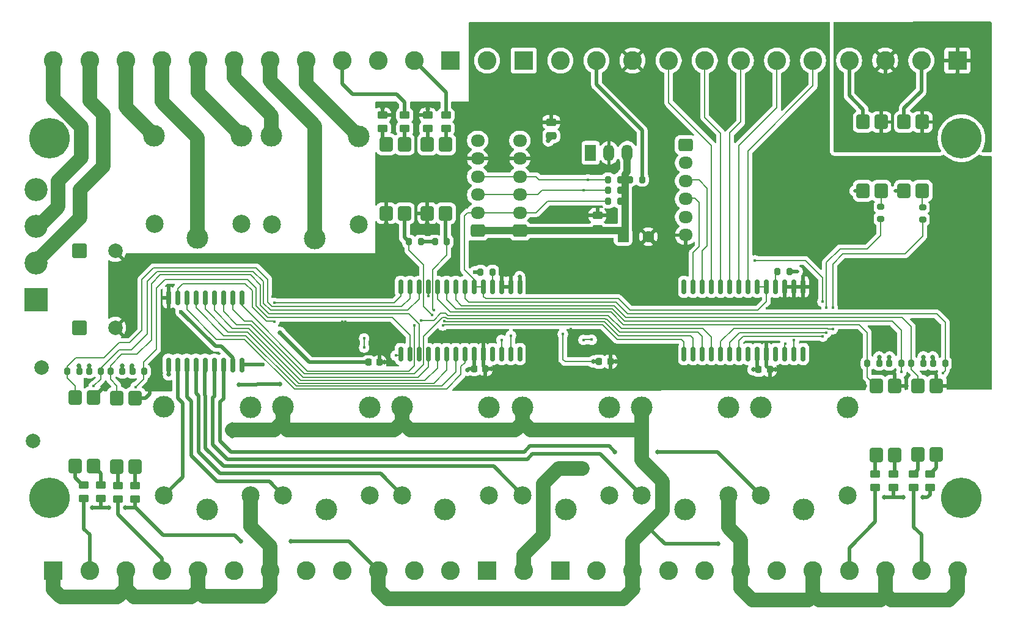
<source format=gbr>
%TF.GenerationSoftware,KiCad,Pcbnew,9.0.3*%
%TF.CreationDate,2025-11-14T19:54:21+01:00*%
%TF.ProjectId,ESPhome_greenhouse_controller,45535068-6f6d-4655-9f67-7265656e686f,rev?*%
%TF.SameCoordinates,Original*%
%TF.FileFunction,Copper,L1,Top*%
%TF.FilePolarity,Positive*%
%FSLAX46Y46*%
G04 Gerber Fmt 4.6, Leading zero omitted, Abs format (unit mm)*
G04 Created by KiCad (PCBNEW 9.0.3) date 2025-11-14 19:54:21*
%MOMM*%
%LPD*%
G01*
G04 APERTURE LIST*
G04 Aperture macros list*
%AMRoundRect*
0 Rectangle with rounded corners*
0 $1 Rounding radius*
0 $2 $3 $4 $5 $6 $7 $8 $9 X,Y pos of 4 corners*
0 Add a 4 corners polygon primitive as box body*
4,1,4,$2,$3,$4,$5,$6,$7,$8,$9,$2,$3,0*
0 Add four circle primitives for the rounded corners*
1,1,$1+$1,$2,$3*
1,1,$1+$1,$4,$5*
1,1,$1+$1,$6,$7*
1,1,$1+$1,$8,$9*
0 Add four rect primitives between the rounded corners*
20,1,$1+$1,$2,$3,$4,$5,0*
20,1,$1+$1,$4,$5,$6,$7,0*
20,1,$1+$1,$6,$7,$8,$9,0*
20,1,$1+$1,$8,$9,$2,$3,0*%
G04 Aperture macros list end*
%TA.AperFunction,ComponentPad*%
%ADD10RoundRect,0.250000X-0.725000X0.600000X-0.725000X-0.600000X0.725000X-0.600000X0.725000X0.600000X0*%
%TD*%
%TA.AperFunction,ComponentPad*%
%ADD11O,1.950000X1.700000*%
%TD*%
%TA.AperFunction,SMDPad,CuDef*%
%ADD12RoundRect,0.200000X-0.200000X-0.275000X0.200000X-0.275000X0.200000X0.275000X-0.200000X0.275000X0*%
%TD*%
%TA.AperFunction,SMDPad,CuDef*%
%ADD13RoundRect,0.150000X0.150000X-0.875000X0.150000X0.875000X-0.150000X0.875000X-0.150000X-0.875000X0*%
%TD*%
%TA.AperFunction,SMDPad,CuDef*%
%ADD14RoundRect,0.250000X-0.450000X0.262500X-0.450000X-0.262500X0.450000X-0.262500X0.450000X0.262500X0*%
%TD*%
%TA.AperFunction,ComponentPad*%
%ADD15C,3.000000*%
%TD*%
%TA.AperFunction,ComponentPad*%
%ADD16C,2.500000*%
%TD*%
%TA.AperFunction,SMDPad,CuDef*%
%ADD17RoundRect,0.250000X0.450000X-0.262500X0.450000X0.262500X-0.450000X0.262500X-0.450000X-0.262500X0*%
%TD*%
%TA.AperFunction,SMDPad,CuDef*%
%ADD18RoundRect,0.249999X-0.640001X0.750001X-0.640001X-0.750001X0.640001X-0.750001X0.640001X0.750001X0*%
%TD*%
%TA.AperFunction,ComponentPad*%
%ADD19RoundRect,0.250000X-0.550000X-0.550000X0.550000X-0.550000X0.550000X0.550000X-0.550000X0.550000X0*%
%TD*%
%TA.AperFunction,ComponentPad*%
%ADD20C,1.600000*%
%TD*%
%TA.AperFunction,SMDPad,CuDef*%
%ADD21RoundRect,0.200000X0.200000X0.275000X-0.200000X0.275000X-0.200000X-0.275000X0.200000X-0.275000X0*%
%TD*%
%TA.AperFunction,SMDPad,CuDef*%
%ADD22RoundRect,0.150000X-0.150000X0.875000X-0.150000X-0.875000X0.150000X-0.875000X0.150000X0.875000X0*%
%TD*%
%TA.AperFunction,ComponentPad*%
%ADD23RoundRect,0.250000X-0.750000X-0.750000X0.750000X-0.750000X0.750000X0.750000X-0.750000X0.750000X0*%
%TD*%
%TA.AperFunction,ComponentPad*%
%ADD24C,2.000000*%
%TD*%
%TA.AperFunction,SMDPad,CuDef*%
%ADD25RoundRect,0.249999X0.640001X-0.750001X0.640001X0.750001X-0.640001X0.750001X-0.640001X-0.750001X0*%
%TD*%
%TA.AperFunction,ComponentPad*%
%ADD26R,3.200000X3.200000*%
%TD*%
%TA.AperFunction,ComponentPad*%
%ADD27C,3.200000*%
%TD*%
%TA.AperFunction,SMDPad,CuDef*%
%ADD28RoundRect,0.250000X0.475000X-0.250000X0.475000X0.250000X-0.475000X0.250000X-0.475000X-0.250000X0*%
%TD*%
%TA.AperFunction,SMDPad,CuDef*%
%ADD29RoundRect,0.200000X0.275000X-0.200000X0.275000X0.200000X-0.275000X0.200000X-0.275000X-0.200000X0*%
%TD*%
%TA.AperFunction,ComponentPad*%
%ADD30RoundRect,0.250000X0.725000X-0.600000X0.725000X0.600000X-0.725000X0.600000X-0.725000X-0.600000X0*%
%TD*%
%TA.AperFunction,ComponentPad*%
%ADD31R,2.600000X2.600000*%
%TD*%
%TA.AperFunction,ComponentPad*%
%ADD32C,2.600000*%
%TD*%
%TA.AperFunction,ComponentPad*%
%ADD33C,5.600000*%
%TD*%
%TA.AperFunction,SMDPad,CuDef*%
%ADD34RoundRect,0.225000X-0.225000X-0.250000X0.225000X-0.250000X0.225000X0.250000X-0.225000X0.250000X0*%
%TD*%
%TA.AperFunction,ComponentPad*%
%ADD35R,1.500000X2.300000*%
%TD*%
%TA.AperFunction,ComponentPad*%
%ADD36O,1.500000X2.300000*%
%TD*%
%TA.AperFunction,ComponentPad*%
%ADD37C,2.010000*%
%TD*%
%TA.AperFunction,ViaPad*%
%ADD38C,0.600000*%
%TD*%
%TA.AperFunction,ViaPad*%
%ADD39C,0.650000*%
%TD*%
%TA.AperFunction,ViaPad*%
%ADD40C,0.450000*%
%TD*%
%TA.AperFunction,ViaPad*%
%ADD41C,0.800000*%
%TD*%
%TA.AperFunction,Conductor*%
%ADD42C,0.500000*%
%TD*%
%TA.AperFunction,Conductor*%
%ADD43C,0.200000*%
%TD*%
%TA.AperFunction,Conductor*%
%ADD44C,1.000000*%
%TD*%
%TA.AperFunction,Conductor*%
%ADD45C,2.000000*%
%TD*%
G04 APERTURE END LIST*
D10*
%TO.P,J2,1,Pin_1*%
%TO.N,+3V3*%
X180000000Y-86000000D03*
D11*
%TO.P,J2,2,Pin_2*%
%TO.N,/OWIRE*%
X180000000Y-88500000D03*
%TO.P,J2,3,Pin_3*%
%TO.N,/6*%
X180000000Y-91000000D03*
%TO.P,J2,4,Pin_4*%
%TO.N,/7*%
X180000000Y-93500000D03*
%TO.P,J2,5,Pin_5*%
%TO.N,/8*%
X180000000Y-96000000D03*
%TO.P,J2,6,Pin_6*%
%TO.N,GND*%
X180000000Y-98500000D03*
%TD*%
D12*
%TO.P,R40,1*%
%TO.N,+3V3*%
X172350000Y-90800000D03*
%TO.P,R40,2*%
%TO.N,/OWIRE*%
X174000000Y-90800000D03*
%TD*%
D13*
%TO.P,U4,1,GPB0*%
%TO.N,/M1_A*%
X140545000Y-114950000D03*
%TO.P,U4,2,GPB1*%
%TO.N,/IN2_2_L*%
X141815000Y-114950000D03*
%TO.P,U4,3,GPB2*%
%TO.N,/IN1_2_L*%
X143085000Y-114950000D03*
%TO.P,U4,4,GPB3*%
%TO.N,/LIGHT*%
X144355000Y-114950000D03*
%TO.P,U4,5,GPB4*%
%TO.N,/FWD2*%
X145625000Y-114950000D03*
%TO.P,U4,6,GPB5*%
%TO.N,/REV2*%
X146895000Y-114950000D03*
%TO.P,U4,7,GPB6*%
%TO.N,/REV1*%
X148165000Y-114950000D03*
%TO.P,U4,8,GPB7*%
%TO.N,/FWD1*%
X149435000Y-114950000D03*
%TO.P,U4,9,VDD*%
%TO.N,+3V3*%
X150705000Y-114950000D03*
%TO.P,U4,10,VSS*%
%TO.N,GND*%
X151975000Y-114950000D03*
%TO.P,U4,11,NC*%
%TO.N,unconnected-(U4-NC-Pad11)*%
X153245000Y-114950000D03*
%TO.P,U4,12,SCK*%
%TO.N,/SCL*%
X154515000Y-114950000D03*
%TO.P,U4,13,SDA*%
%TO.N,/SDA*%
X155785000Y-114950000D03*
%TO.P,U4,14,NC*%
%TO.N,unconnected-(U4-NC-Pad14)*%
X157055000Y-114950000D03*
%TO.P,U4,15,A0*%
%TO.N,+3V3*%
X157055000Y-105650000D03*
%TO.P,U4,16,A1*%
%TO.N,GND*%
X155785000Y-105650000D03*
%TO.P,U4,17,A2*%
X154515000Y-105650000D03*
%TO.P,U4,18,~{RESET}*%
%TO.N,Net-(U4-~{RESET})*%
X153245000Y-105650000D03*
%TO.P,U4,19,INTB*%
%TO.N,/INT*%
X151975000Y-105650000D03*
%TO.P,U4,20,INTA*%
X150705000Y-105650000D03*
%TO.P,U4,21,GPA0*%
%TO.N,/IN4_1_L*%
X149435000Y-105650000D03*
%TO.P,U4,22,GPA1*%
%TO.N,/IN3_1_L*%
X148165000Y-105650000D03*
%TO.P,U4,23,GPA2*%
%TO.N,/IN4_2_L*%
X146895000Y-105650000D03*
%TO.P,U4,24,GPA3*%
%TO.N,/IN3_2_L*%
X145625000Y-105650000D03*
%TO.P,U4,25,GPA4*%
%TO.N,/M2_A*%
X144355000Y-105650000D03*
%TO.P,U4,26,GPA5*%
%TO.N,/IN2_1_L*%
X143085000Y-105650000D03*
%TO.P,U4,27,GPA6*%
%TO.N,/IN1_1_L*%
X141815000Y-105650000D03*
%TO.P,U4,28,GPA7*%
%TO.N,/SOUND*%
X140545000Y-105650000D03*
%TD*%
D14*
%TO.P,R34,1*%
%TO.N,GND*%
X138000000Y-81875000D03*
%TO.P,R34,2*%
%TO.N,Net-(R34-Pad2)*%
X138000000Y-83700000D03*
%TD*%
D15*
%TO.P,K3,1*%
%TO.N,/M2-*%
X163400000Y-136500000D03*
D16*
%TO.P,K3,2*%
%TO.N,+24V*%
X169450000Y-134550000D03*
D15*
%TO.P,K3,3*%
%TO.N,Net-(U3-Vin-)*%
X169450000Y-122350000D03*
%TO.P,K3,4*%
%TO.N,GND*%
X157400000Y-122300000D03*
D16*
%TO.P,K3,5*%
%TO.N,/nREV2*%
X157450000Y-134550000D03*
%TD*%
D17*
%TO.P,R5,1*%
%TO.N,/IN1_1_P*%
X96650000Y-134912500D03*
%TO.P,R5,2*%
%TO.N,Net-(R5-Pad2)*%
X96650000Y-133087500D03*
%TD*%
%TO.P,R8,1*%
%TO.N,GND*%
X103750000Y-135000000D03*
%TO.P,R8,2*%
%TO.N,Net-(R8-Pad2)*%
X103750000Y-133175000D03*
%TD*%
%TO.P,R19,1*%
%TO.N,/IN3_2_P*%
X206300000Y-133412500D03*
%TO.P,R19,2*%
%TO.N,Net-(R19-Pad2)*%
X206300000Y-131587500D03*
%TD*%
D18*
%TO.P,U16,1*%
%TO.N,Net-(R33-Pad2)*%
X141070000Y-85935000D03*
%TO.P,U16,2*%
%TO.N,Net-(R34-Pad2)*%
X138530000Y-85935000D03*
%TO.P,U16,3*%
%TO.N,GND*%
X138530000Y-95465000D03*
%TO.P,U16,4*%
%TO.N,/IN5_1_L*%
X141070000Y-95465000D03*
%TD*%
D19*
%TO.P,C4,1*%
%TO.N,+3V3*%
X171347349Y-98700000D03*
D20*
%TO.P,C4,2*%
%TO.N,GND*%
X174847349Y-98700000D03*
%TD*%
D21*
%TO.P,R3,1*%
%TO.N,+3V3*%
X96000000Y-117362500D03*
%TO.P,R3,2*%
%TO.N,/IN1_1_L*%
X94350000Y-117362500D03*
%TD*%
D22*
%TO.P,U5,1,I1*%
%TO.N,/REL2*%
X118520000Y-107150000D03*
%TO.P,U5,2,I2*%
%TO.N,/REL1*%
X117250000Y-107150000D03*
%TO.P,U5,3,I3*%
%TO.N,/LIGHT*%
X115980000Y-107150000D03*
%TO.P,U5,4,I4*%
%TO.N,/FWD2*%
X114710000Y-107150000D03*
%TO.P,U5,5,I5*%
%TO.N,/REV2*%
X113440000Y-107150000D03*
%TO.P,U5,6,I6*%
%TO.N,/REV1*%
X112170000Y-107150000D03*
%TO.P,U5,7,I7*%
%TO.N,/FWD1*%
X110900000Y-107150000D03*
%TO.P,U5,8,I8*%
%TO.N,/SOUND*%
X109630000Y-107150000D03*
%TO.P,U5,9,GND*%
%TO.N,GND*%
X108360000Y-107150000D03*
%TO.P,U5,10,COM*%
%TO.N,+24V*%
X108360000Y-116450000D03*
%TO.P,U5,11,O8*%
%TO.N,/nSOUND*%
X109630000Y-116450000D03*
%TO.P,U5,12,O7*%
%TO.N,/nFWD1*%
X110900000Y-116450000D03*
%TO.P,U5,13,O6*%
%TO.N,/nREV1*%
X112170000Y-116450000D03*
%TO.P,U5,14,O5*%
%TO.N,/nREV2*%
X113440000Y-116450000D03*
%TO.P,U5,15,O4*%
%TO.N,/nFWD2*%
X114710000Y-116450000D03*
%TO.P,U5,16,O3*%
%TO.N,/nLIGHT*%
X115980000Y-116450000D03*
%TO.P,U5,17,O2*%
%TO.N,/nREL1*%
X117250000Y-116450000D03*
%TO.P,U5,18,O1*%
%TO.N,/nREL2*%
X118520000Y-116450000D03*
%TD*%
D21*
%TO.P,R39,1*%
%TO.N,+3V3*%
X170925000Y-93800000D03*
%TO.P,R39,2*%
%TO.N,/INT*%
X169275000Y-93800000D03*
%TD*%
D23*
%TO.P,C1,1*%
%TO.N,VBUS*%
X96000000Y-111300000D03*
D24*
%TO.P,C1,2*%
%TO.N,GND*%
X101000000Y-111300000D03*
%TD*%
D23*
%TO.P,C2,1*%
%TO.N,VBUS*%
X96000000Y-100700000D03*
D24*
%TO.P,C2,2*%
%TO.N,GND*%
X101000000Y-100700000D03*
%TD*%
D15*
%TO.P,K1,1*%
%TO.N,/M1+*%
X130200000Y-136450000D03*
D16*
%TO.P,K1,2*%
%TO.N,+24V*%
X136250000Y-134500000D03*
D15*
%TO.P,K1,3*%
%TO.N,Net-(U14-Vin-)*%
X136250000Y-122300000D03*
%TO.P,K1,4*%
%TO.N,GND*%
X124200000Y-122250000D03*
D16*
%TO.P,K1,5*%
%TO.N,/nFWD1*%
X124250000Y-134500000D03*
%TD*%
D14*
%TO.P,R35,1*%
%TO.N,/IN5_2_P*%
X146800000Y-81887500D03*
%TO.P,R35,2*%
%TO.N,Net-(R35-Pad2)*%
X146800000Y-83712500D03*
%TD*%
D25*
%TO.P,U15,1*%
%TO.N,+3V3*%
X210280000Y-92365000D03*
%TO.P,U15,2*%
%TO.N,Net-(R29-Pad2)*%
X212820000Y-92365000D03*
%TO.P,U15,3*%
%TO.N,GND2*%
X212820000Y-82835000D03*
%TO.P,U15,4*%
%TO.N,/SIG_CLOSE*%
X210280000Y-82835000D03*
%TD*%
%TO.P,U11,1*%
%TO.N,Net-(R19-Pad2)*%
X206400000Y-128900000D03*
%TO.P,U11,2*%
%TO.N,Net-(R20-Pad2)*%
X208940000Y-128900000D03*
%TO.P,U11,3*%
%TO.N,GND*%
X208940000Y-119370000D03*
%TO.P,U11,4*%
%TO.N,/IN3_2_L*%
X206400000Y-119370000D03*
%TD*%
%TO.P,U6,1*%
%TO.N,Net-(R5-Pad2)*%
X95460000Y-130500000D03*
%TO.P,U6,2*%
%TO.N,Net-(R6-Pad2)*%
X98000000Y-130500000D03*
%TO.P,U6,3*%
%TO.N,GND*%
X98000000Y-120970000D03*
%TO.P,U6,4*%
%TO.N,/IN1_1_L*%
X95460000Y-120970000D03*
%TD*%
D26*
%TO.P,D7,1,+*%
%TO.N,VBUS*%
X90000000Y-107400000D03*
D27*
%TO.P,D7,2*%
%TO.N,Net-(D7-Pad2)*%
X90000000Y-102320000D03*
%TO.P,D7,3*%
%TO.N,Net-(D7-Pad3)*%
X90000000Y-97240000D03*
%TO.P,D7,4,-*%
%TO.N,GND*%
X90000000Y-92160000D03*
%TD*%
D12*
%TO.P,R27,1*%
%TO.N,+3V3*%
X151600000Y-103600000D03*
%TO.P,R27,2*%
%TO.N,Net-(U4-~{RESET})*%
X153250000Y-103600000D03*
%TD*%
D15*
%TO.P,K8,1*%
%TO.N,/COM2*%
X128650000Y-98950000D03*
D16*
%TO.P,K8,2*%
%TO.N,+24V*%
X134700000Y-97000000D03*
D15*
%TO.P,K8,3*%
%TO.N,/NO2*%
X134700000Y-84800000D03*
%TO.P,K8,4*%
%TO.N,/NC2*%
X122650000Y-84750000D03*
D16*
%TO.P,K8,5*%
%TO.N,/nREL2*%
X122700000Y-97000000D03*
%TD*%
D28*
%TO.P,C6,1*%
%TO.N,+24V*%
X161400000Y-84750000D03*
%TO.P,C6,2*%
%TO.N,GND*%
X161400000Y-82850000D03*
%TD*%
D12*
%TO.P,R9,1*%
%TO.N,+3V3*%
X97350000Y-117362500D03*
%TO.P,R9,2*%
%TO.N,/IN2_1_L*%
X99000000Y-117362500D03*
%TD*%
D25*
%TO.P,U7,1*%
%TO.N,Net-(R7-Pad2)*%
X101230000Y-130565000D03*
%TO.P,U7,2*%
%TO.N,Net-(R8-Pad2)*%
X103770000Y-130565000D03*
%TO.P,U7,3*%
%TO.N,GND*%
X103770000Y-121035000D03*
%TO.P,U7,4*%
%TO.N,/IN1_2_L*%
X101230000Y-121035000D03*
%TD*%
%TO.P,U10,1*%
%TO.N,Net-(R17-Pad2)*%
X212230000Y-128865000D03*
%TO.P,U10,2*%
%TO.N,Net-(R18-Pad2)*%
X214770000Y-128865000D03*
%TO.P,U10,3*%
%TO.N,GND*%
X214770000Y-119335000D03*
%TO.P,U10,4*%
%TO.N,/IN3_1_L*%
X212230000Y-119335000D03*
%TD*%
D15*
%TO.P,K2,1*%
%TO.N,/M1-*%
X146700000Y-136450000D03*
D16*
%TO.P,K2,2*%
%TO.N,+24V*%
X152750000Y-134500000D03*
D15*
%TO.P,K2,3*%
%TO.N,Net-(U14-Vin-)*%
X152750000Y-122300000D03*
%TO.P,K2,4*%
%TO.N,GND*%
X140700000Y-122250000D03*
D16*
%TO.P,K2,5*%
%TO.N,/nREV1*%
X140750000Y-134500000D03*
%TD*%
D21*
%TO.P,R38,1*%
%TO.N,+3V3*%
X170925000Y-90800000D03*
%TO.P,R38,2*%
%TO.N,/SCL*%
X169275000Y-90800000D03*
%TD*%
D29*
%TO.P,R30,1*%
%TO.N,/nSIG_OPEN*%
X207050000Y-96250000D03*
%TO.P,R30,2*%
%TO.N,Net-(R30-Pad2)*%
X207050000Y-94600000D03*
%TD*%
D12*
%TO.P,R21,1*%
%TO.N,+3V3*%
X214325000Y-116250000D03*
%TO.P,R21,2*%
%TO.N,/IN4_1_L*%
X215975000Y-116250000D03*
%TD*%
D30*
%TO.P,J4,1,Pin_1*%
%TO.N,+3V3*%
X157050000Y-97900000D03*
D11*
%TO.P,J4,2,Pin_2*%
%TO.N,/INT*%
X157050000Y-95400000D03*
%TO.P,J4,3,Pin_3*%
%TO.N,/SDA*%
X157050000Y-92900000D03*
%TO.P,J4,4,Pin_4*%
%TO.N,/SCL*%
X157050000Y-90400000D03*
%TO.P,J4,5,Pin_5*%
%TO.N,GND*%
X157050000Y-87900000D03*
%TO.P,J4,6,Pin_6*%
%TO.N,+24V*%
X157050000Y-85400000D03*
%TD*%
D18*
%TO.P,U17,1*%
%TO.N,Net-(R35-Pad2)*%
X146770000Y-85935000D03*
%TO.P,U17,2*%
%TO.N,Net-(R36-Pad2)*%
X144230000Y-85935000D03*
%TO.P,U17,3*%
%TO.N,GND*%
X144230000Y-95465000D03*
%TO.P,U17,4*%
%TO.N,/IN5_2_L*%
X146770000Y-95465000D03*
%TD*%
D31*
%TO.P,MOD1,A1,A1*%
%TO.N,+24V*%
X92430000Y-144950000D03*
D32*
%TO.P,MOD1,A2,A2*%
%TO.N,/IN1_1_P*%
X97430000Y-144950000D03*
%TO.P,MOD1,A3,A3*%
%TO.N,+24V*%
X102430000Y-144950000D03*
%TO.P,MOD1,A4,A*%
%TO.N,/IN1_2_P*%
X107430000Y-144950000D03*
%TO.P,MOD1,A5,A5*%
%TO.N,+24V*%
X112430000Y-144950000D03*
%TO.P,MOD1,A6,A6*%
%TO.N,/IN2_1_P*%
X117430000Y-144950000D03*
%TO.P,MOD1,A7,A7*%
%TO.N,+24V*%
X122430000Y-144950000D03*
%TO.P,MOD1,A8,A8*%
%TO.N,/IN2_2_P*%
X127430000Y-144950000D03*
%TO.P,MOD1,A9,A9*%
%TO.N,/SOUND+*%
X132430000Y-144950000D03*
%TO.P,MOD1,A10,A10*%
%TO.N,GND*%
X137430000Y-144950000D03*
%TO.P,MOD1,A11,A11*%
%TO.N,/M1+*%
X142430000Y-144950000D03*
%TO.P,MOD1,A12,A12*%
%TO.N,/M1-*%
X147430000Y-144950000D03*
D31*
%TO.P,MOD1,B1,B1*%
%TO.N,/M2-*%
X162670000Y-144950000D03*
D32*
%TO.P,MOD1,B2,B2*%
%TO.N,/M2+*%
X167670000Y-144950000D03*
%TO.P,MOD1,B3,B3*%
%TO.N,GND*%
X172670000Y-144950000D03*
%TO.P,MOD1,B4,B4*%
%TO.N,/LIGHT+*%
X177670000Y-144950000D03*
%TO.P,MOD1,B5,B5*%
%TO.N,/IN4_2_P*%
X182670000Y-144950000D03*
%TO.P,MOD1,B6,B6*%
%TO.N,+24V*%
X187670000Y-144950000D03*
%TO.P,MOD1,B7,B7*%
%TO.N,/IN4_1_P*%
X192670000Y-144950000D03*
%TO.P,MOD1,B8,B8*%
%TO.N,+24V*%
X197670000Y-144950000D03*
%TO.P,MOD1,B9,B9*%
%TO.N,/IN3_2_P*%
X202670000Y-144950000D03*
%TO.P,MOD1,B10,B10*%
%TO.N,+24V*%
X207670000Y-144950000D03*
%TO.P,MOD1,B11,B11*%
%TO.N,/IN3_1_P*%
X212670000Y-144950000D03*
%TO.P,MOD1,B12,B12*%
%TO.N,+24V*%
X217670000Y-144950000D03*
D31*
%TO.P,MOD1,C1,C1*%
%TO.N,GND2*%
X217670000Y-74331500D03*
D32*
%TO.P,MOD1,C2,C2*%
%TO.N,/SIG_CLOSE*%
X212670000Y-74331500D03*
%TO.P,MOD1,C3,C3*%
%TO.N,GND2*%
X207670000Y-74331500D03*
%TO.P,MOD1,C4,C4*%
%TO.N,/SIG_OPEN*%
X202670000Y-74331500D03*
%TO.P,MOD1,C5,C5*%
%TO.N,/1*%
X197670000Y-74331500D03*
%TO.P,MOD1,C6,C6*%
%TO.N,/2*%
X192670000Y-74331500D03*
%TO.P,MOD1,C7,C7*%
%TO.N,/3*%
X187670000Y-74331500D03*
%TO.P,MOD1,C8,C8*%
%TO.N,/4*%
X182670000Y-74331500D03*
%TO.P,MOD1,C9,C9*%
%TO.N,/5*%
X177670000Y-74331500D03*
%TO.P,MOD1,C10,C10*%
%TO.N,GND*%
X172670000Y-74331500D03*
%TO.P,MOD1,C11,C11*%
%TO.N,/OWIRE*%
X167670000Y-74331500D03*
%TO.P,MOD1,C12,C12*%
%TO.N,+3V3*%
X162670000Y-74331500D03*
D31*
%TO.P,MOD1,D1,D1*%
%TO.N,+24V*%
X147430000Y-74331500D03*
D32*
%TO.P,MOD1,D2,D2*%
%TO.N,/IN5_2_P*%
X142430000Y-74331500D03*
%TO.P,MOD1,D3,D3*%
%TO.N,+24V*%
X137430000Y-74331500D03*
%TO.P,MOD1,D4,D4*%
%TO.N,/IN5_1_P*%
X132430000Y-74331500D03*
%TO.P,MOD1,D5,D5*%
%TO.N,/NO2*%
X127430000Y-74331500D03*
%TO.P,MOD1,D6,D6*%
%TO.N,/COM2*%
X122430000Y-74331500D03*
%TO.P,MOD1,D7,D7*%
%TO.N,/NC2*%
X117430000Y-74331500D03*
%TO.P,MOD1,D8,D8*%
%TO.N,/NO1*%
X112430000Y-74331500D03*
%TO.P,MOD1,D9,D9*%
%TO.N,/COM1*%
X107430000Y-74331500D03*
%TO.P,MOD1,D10,D10*%
%TO.N,/NC1*%
X102430000Y-74331500D03*
%TO.P,MOD1,D11,D11*%
%TO.N,Net-(D7-Pad2)*%
X97430000Y-74331500D03*
%TO.P,MOD1,D12,D12*%
%TO.N,Net-(D7-Pad3)*%
X92430000Y-74331500D03*
D31*
%TO.P,MOD1,E1,E1*%
%TO.N,+24V*%
X152510000Y-144950000D03*
D32*
%TO.P,MOD1,E2,E2*%
%TO.N,MOTOR*%
X157590000Y-144950000D03*
D31*
%TO.P,MOD1,F1*%
%TO.N,N/C*%
X157590000Y-74331500D03*
D32*
%TO.P,MOD1,F2*%
X152510000Y-74331500D03*
D33*
%TO.P,MOD1,MH1*%
X91875000Y-85075000D03*
X91875000Y-134825000D03*
%TO.P,MOD1,MH2*%
X218225000Y-85075000D03*
X218225000Y-134825000D03*
%TD*%
D15*
%TO.P,K4,1*%
%TO.N,/M2+*%
X179900000Y-136500000D03*
D16*
%TO.P,K4,2*%
%TO.N,+24V*%
X185950000Y-134550000D03*
D15*
%TO.P,K4,3*%
%TO.N,Net-(U3-Vin-)*%
X185950000Y-122350000D03*
%TO.P,K4,4*%
%TO.N,GND*%
X173900000Y-122300000D03*
D16*
%TO.P,K4,5*%
%TO.N,/nFWD2*%
X173950000Y-134550000D03*
%TD*%
D28*
%TO.P,C3,1*%
%TO.N,+3V3*%
X167800000Y-97650000D03*
%TO.P,C3,2*%
%TO.N,GND*%
X167800000Y-95750000D03*
%TD*%
D21*
%TO.P,R32,1*%
%TO.N,+3V3*%
X143325000Y-99400000D03*
%TO.P,R32,2*%
%TO.N,/IN5_1_L*%
X141675000Y-99400000D03*
%TD*%
D15*
%TO.P,K5,1*%
%TO.N,/SOUND+*%
X113700000Y-136450000D03*
D16*
%TO.P,K5,2*%
%TO.N,+24V*%
X119750000Y-134500000D03*
D15*
%TO.P,K5,3*%
X119750000Y-122300000D03*
%TO.P,K5,4*%
%TO.N,unconnected-(K5-Pad4)*%
X107700000Y-122250000D03*
D16*
%TO.P,K5,5*%
%TO.N,/nSOUND*%
X107750000Y-134500000D03*
%TD*%
D34*
%TO.P,C8,1*%
%TO.N,+3V3*%
X136050000Y-116100000D03*
%TO.P,C8,2*%
%TO.N,GND*%
X137600000Y-116100000D03*
%TD*%
D21*
%TO.P,R15,1*%
%TO.N,+3V3*%
X212925000Y-116250000D03*
%TO.P,R15,2*%
%TO.N,/IN3_1_L*%
X211275000Y-116250000D03*
%TD*%
D17*
%TO.P,R18,1*%
%TO.N,GND*%
X213900000Y-133412500D03*
%TO.P,R18,2*%
%TO.N,Net-(R18-Pad2)*%
X213900000Y-131587500D03*
%TD*%
D34*
%TO.P,C7,1*%
%TO.N,+3V3*%
X150725000Y-117000000D03*
%TO.P,C7,2*%
%TO.N,GND*%
X152275000Y-117000000D03*
%TD*%
D35*
%TO.P,U18,1,IN*%
%TO.N,+24V*%
X166853000Y-87107500D03*
D36*
%TO.P,U18,2,GND*%
%TO.N,GND*%
X169393000Y-87107500D03*
%TO.P,U18,3,OUT*%
%TO.N,+3V3*%
X171933000Y-87107500D03*
%TD*%
D34*
%TO.P,C9,1*%
%TO.N,+3V3*%
X190125000Y-117100000D03*
%TO.P,C9,2*%
%TO.N,GND*%
X191675000Y-117100000D03*
%TD*%
D17*
%TO.P,R7,1*%
%TO.N,/IN1_2_P*%
X101350000Y-135000000D03*
%TO.P,R7,2*%
%TO.N,Net-(R7-Pad2)*%
X101350000Y-133175000D03*
%TD*%
D12*
%TO.P,R10,1*%
%TO.N,+3V3*%
X103375000Y-117362500D03*
%TO.P,R10,2*%
%TO.N,/IN2_2_L*%
X105025000Y-117362500D03*
%TD*%
D17*
%TO.P,R17,1*%
%TO.N,/IN3_1_P*%
X211600000Y-133412500D03*
%TO.P,R17,2*%
%TO.N,Net-(R17-Pad2)*%
X211600000Y-131587500D03*
%TD*%
D21*
%TO.P,R28,1*%
%TO.N,+3V3*%
X194400000Y-103500000D03*
%TO.P,R28,2*%
%TO.N,Net-(U2-~{RESET})*%
X192750000Y-103500000D03*
%TD*%
D30*
%TO.P,J3,1,Pin_1*%
%TO.N,+3V3*%
X151200000Y-97900000D03*
D11*
%TO.P,J3,2,Pin_2*%
%TO.N,/INT*%
X151200000Y-95400000D03*
%TO.P,J3,3,Pin_3*%
%TO.N,/SDA*%
X151200000Y-92900000D03*
%TO.P,J3,4,Pin_4*%
%TO.N,/SCL*%
X151200000Y-90400000D03*
%TO.P,J3,5,Pin_5*%
%TO.N,GND*%
X151200000Y-87900000D03*
%TO.P,J3,6,Pin_6*%
%TO.N,+24V*%
X151200000Y-85400000D03*
%TD*%
D13*
%TO.P,U2,1,GPB0*%
%TO.N,/IN5_1_L*%
X179790000Y-114950000D03*
%TO.P,U2,2,GPB1*%
%TO.N,/IN5_2_L*%
X181060000Y-114950000D03*
%TO.P,U2,3,GPB2*%
%TO.N,/REL1*%
X182330000Y-114950000D03*
%TO.P,U2,4,GPB3*%
%TO.N,/REL2*%
X183600000Y-114950000D03*
%TO.P,U2,5,GPB4*%
%TO.N,/nSIG_CLOSE*%
X184870000Y-114950000D03*
%TO.P,U2,6,GPB5*%
%TO.N,/nSIG_OPEN*%
X186140000Y-114950000D03*
%TO.P,U2,7,GPB6*%
%TO.N,/8*%
X187410000Y-114950000D03*
%TO.P,U2,8,GPB7*%
%TO.N,unconnected-(U2-GPB7-Pad8)*%
X188680000Y-114950000D03*
%TO.P,U2,9,VDD*%
%TO.N,+3V3*%
X189950000Y-114950000D03*
%TO.P,U2,10,VSS*%
%TO.N,GND*%
X191220000Y-114950000D03*
%TO.P,U2,11,NC*%
%TO.N,unconnected-(U2-NC-Pad11)*%
X192490000Y-114950000D03*
%TO.P,U2,12,SCK*%
%TO.N,/SCL*%
X193760000Y-114950000D03*
%TO.P,U2,13,SDA*%
%TO.N,/SDA*%
X195030000Y-114950000D03*
%TO.P,U2,14,NC*%
%TO.N,unconnected-(U2-NC-Pad14)*%
X196300000Y-114950000D03*
%TO.P,U2,15,A0*%
%TO.N,GND*%
X196300000Y-105650000D03*
%TO.P,U2,16,A1*%
X195030000Y-105650000D03*
%TO.P,U2,17,A2*%
X193760000Y-105650000D03*
%TO.P,U2,18,~{RESET}*%
%TO.N,Net-(U2-~{RESET})*%
X192490000Y-105650000D03*
%TO.P,U2,19,INTB*%
%TO.N,/INT*%
X191220000Y-105650000D03*
%TO.P,U2,20,INTA*%
X189950000Y-105650000D03*
%TO.P,U2,21,GPA0*%
%TO.N,/1*%
X188680000Y-105650000D03*
%TO.P,U2,22,GPA1*%
%TO.N,/2*%
X187410000Y-105650000D03*
%TO.P,U2,23,GPA2*%
%TO.N,/3*%
X186140000Y-105650000D03*
%TO.P,U2,24,GPA3*%
%TO.N,/4*%
X184870000Y-105650000D03*
%TO.P,U2,25,GPA4*%
%TO.N,/5*%
X183600000Y-105650000D03*
%TO.P,U2,26,GPA5*%
%TO.N,/6*%
X182330000Y-105650000D03*
%TO.P,U2,27,GPA6*%
%TO.N,/7*%
X181060000Y-105650000D03*
%TO.P,U2,28,GPA7*%
%TO.N,unconnected-(U2-GPA7-Pad28)*%
X179790000Y-105650000D03*
%TD*%
D14*
%TO.P,R33,1*%
%TO.N,/IN5_1_P*%
X141100000Y-81887500D03*
%TO.P,R33,2*%
%TO.N,Net-(R33-Pad2)*%
X141100000Y-83712500D03*
%TD*%
D15*
%TO.P,K6,1*%
%TO.N,/LIGHT+*%
X196400000Y-136500000D03*
D16*
%TO.P,K6,2*%
%TO.N,+24V*%
X202450000Y-134550000D03*
D15*
%TO.P,K6,3*%
X202450000Y-122350000D03*
%TO.P,K6,4*%
%TO.N,unconnected-(K6-Pad4)*%
X190400000Y-122300000D03*
D16*
%TO.P,K6,5*%
%TO.N,/nLIGHT*%
X190450000Y-134550000D03*
%TD*%
D37*
%TO.P,F2,1*%
%TO.N,VBUS*%
X90800000Y-116800000D03*
%TO.P,F2,2*%
%TO.N,+24V*%
X89600000Y-127000000D03*
%TD*%
D21*
%TO.P,R37,1*%
%TO.N,+3V3*%
X170925000Y-92300000D03*
%TO.P,R37,2*%
%TO.N,/SDA*%
X169275000Y-92300000D03*
%TD*%
D15*
%TO.P,K7,1*%
%TO.N,/COM1*%
X112400000Y-98900000D03*
D16*
%TO.P,K7,2*%
%TO.N,+24V*%
X118450000Y-96950000D03*
D15*
%TO.P,K7,3*%
%TO.N,/NO1*%
X118450000Y-84750000D03*
%TO.P,K7,4*%
%TO.N,/NC1*%
X106400000Y-84700000D03*
D16*
%TO.P,K7,5*%
%TO.N,/nREL1*%
X106450000Y-96950000D03*
%TD*%
D17*
%TO.P,R20,1*%
%TO.N,GND*%
X208800000Y-133412500D03*
%TO.P,R20,2*%
%TO.N,Net-(R20-Pad2)*%
X208800000Y-131587500D03*
%TD*%
D25*
%TO.P,U1,1*%
%TO.N,+3V3*%
X204580000Y-92365000D03*
%TO.P,U1,2*%
%TO.N,Net-(R30-Pad2)*%
X207120000Y-92365000D03*
%TO.P,U1,3*%
%TO.N,GND2*%
X207120000Y-82835000D03*
%TO.P,U1,4*%
%TO.N,/SIG_OPEN*%
X204580000Y-82835000D03*
%TD*%
D29*
%TO.P,R29,1*%
%TO.N,/nSIG_CLOSE*%
X212850000Y-96325000D03*
%TO.P,R29,2*%
%TO.N,Net-(R29-Pad2)*%
X212850000Y-94675000D03*
%TD*%
D12*
%TO.P,R22,1*%
%TO.N,+3V3*%
X208225000Y-116250000D03*
%TO.P,R22,2*%
%TO.N,/IN4_2_L*%
X209875000Y-116250000D03*
%TD*%
D14*
%TO.P,R36,1*%
%TO.N,GND*%
X144300000Y-81900000D03*
%TO.P,R36,2*%
%TO.N,Net-(R36-Pad2)*%
X144300000Y-83725000D03*
%TD*%
D34*
%TO.P,C10,1*%
%TO.N,+3V3*%
X168025000Y-116000000D03*
%TO.P,C10,2*%
%TO.N,GND*%
X169575000Y-116000000D03*
%TD*%
D12*
%TO.P,R31,1*%
%TO.N,+3V3*%
X145275000Y-99400000D03*
%TO.P,R31,2*%
%TO.N,/IN5_2_L*%
X146925000Y-99400000D03*
%TD*%
D21*
%TO.P,R16,1*%
%TO.N,+3V3*%
X206825000Y-116250000D03*
%TO.P,R16,2*%
%TO.N,/IN3_2_L*%
X205175000Y-116250000D03*
%TD*%
%TO.P,R4,1*%
%TO.N,+3V3*%
X102000000Y-117362500D03*
%TO.P,R4,2*%
%TO.N,/IN1_2_L*%
X100350000Y-117362500D03*
%TD*%
D17*
%TO.P,R6,1*%
%TO.N,GND*%
X99000000Y-134950000D03*
%TO.P,R6,2*%
%TO.N,Net-(R6-Pad2)*%
X99000000Y-133125000D03*
%TD*%
D38*
%TO.N,/OWIRE*%
X174000000Y-88500000D03*
D39*
%TO.N,/nLIGHT*%
X176150000Y-128500000D03*
X170200000Y-128500000D03*
D40*
%TO.N,+3V3*%
X195500000Y-103500000D03*
D39*
X212950000Y-115400000D03*
X123800000Y-112000000D03*
X189400000Y-117100000D03*
D40*
X135100000Y-116100000D03*
X209100000Y-92400000D03*
D38*
X144400000Y-99400000D03*
D40*
X203465000Y-92365000D03*
D39*
X123800000Y-119100000D03*
X97375000Y-116562500D03*
X167200000Y-116000000D03*
X103275000Y-116562500D03*
D40*
X157000000Y-104200000D03*
D39*
X149800000Y-117150000D03*
X95975000Y-116562500D03*
X208250000Y-115400000D03*
X101975000Y-116562500D03*
D38*
X150800000Y-103600000D03*
D40*
X163000000Y-112200000D03*
D39*
X118100000Y-119200000D03*
X206825000Y-115400000D03*
X214250000Y-115400000D03*
D40*
%TO.N,/nSIG_CLOSE*%
X200400000Y-111500000D03*
X200400000Y-108500000D03*
%TO.N,/nSIG_OPEN*%
X199500000Y-108500000D03*
X199500000Y-112000000D03*
%TO.N,GND*%
X104800000Y-101200000D03*
X170400000Y-96700000D03*
D39*
X210200000Y-134800000D03*
D41*
X117200000Y-124800000D03*
D40*
X209000000Y-114400000D03*
X166000000Y-119800000D03*
X148000000Y-119800000D03*
X97000000Y-118400000D03*
D39*
X105750000Y-119550000D03*
D40*
X99600000Y-119200000D03*
X191300000Y-108600000D03*
X101000000Y-105800000D03*
X113800000Y-101200000D03*
X215100000Y-114500000D03*
X167300000Y-99200000D03*
X165100000Y-99200000D03*
X172800000Y-92000000D03*
X212100000Y-114500000D03*
X101000000Y-103800000D03*
D39*
X97800000Y-136200000D03*
D40*
X102400000Y-118800000D03*
X101000000Y-109000000D03*
X111200000Y-101200000D03*
D39*
X170400000Y-116000000D03*
D40*
X193800000Y-107200000D03*
D39*
X138530000Y-96870000D03*
D40*
X166000000Y-117200000D03*
X165925000Y-114800000D03*
D39*
X184500000Y-141200000D03*
D40*
X132400000Y-110500000D03*
X154500000Y-104100000D03*
X211700000Y-110300000D03*
X196300000Y-107100000D03*
X208600000Y-111700000D03*
D39*
X216400000Y-119400000D03*
D40*
X165000000Y-96700000D03*
X195000000Y-107100000D03*
X101000000Y-102800000D03*
X196900000Y-113300000D03*
X206100000Y-114500000D03*
X199100000Y-113500000D03*
D39*
X102400000Y-136200000D03*
D40*
X133925000Y-115002961D03*
X197000000Y-116400000D03*
X169000000Y-95800000D03*
X170300000Y-95000000D03*
X172900000Y-98800000D03*
X101000000Y-104800000D03*
X109200000Y-112800000D03*
X155800000Y-104100000D03*
X169800000Y-99200000D03*
D41*
X117800000Y-125500000D03*
D40*
X164100000Y-111500000D03*
D39*
X192500000Y-117100000D03*
D40*
X103800000Y-111200000D03*
D39*
X100100000Y-136200000D03*
D40*
X196800000Y-108600000D03*
X101000000Y-106800000D03*
X199100000Y-114500000D03*
D39*
X153100000Y-117000000D03*
X144300000Y-81000000D03*
X210600000Y-119400000D03*
X144230000Y-96830000D03*
X207500000Y-134800000D03*
D41*
X116600000Y-125500000D03*
D39*
X212900000Y-134800000D03*
D41*
X117200000Y-126200000D03*
D40*
X101000000Y-107800000D03*
D39*
X138300000Y-116100000D03*
X106200000Y-116400000D03*
D40*
X132900000Y-110500000D03*
X190400000Y-107300000D03*
X176500000Y-102400000D03*
D39*
X204800000Y-119400000D03*
X125300000Y-140900000D03*
X118400000Y-140900000D03*
D40*
X214800000Y-110700000D03*
X122800000Y-107000000D03*
X205500000Y-111200000D03*
D39*
X138000000Y-80900000D03*
D40*
X163800000Y-119800000D03*
%TO.N,/SDA*%
X167000000Y-112975000D03*
X155800000Y-112400000D03*
X195030000Y-113025000D03*
X165900000Y-92300000D03*
X165875000Y-113000000D03*
%TO.N,/SCL*%
X166500000Y-90800000D03*
X154500000Y-113000000D03*
X193800000Y-113500000D03*
X135475000Y-112775000D03*
X135475000Y-114050000D03*
D39*
%TO.N,+24V*%
X108400000Y-117800000D03*
X161000000Y-85400000D03*
D38*
%TO.N,/nREL1*%
X110100000Y-109100000D03*
D40*
%TO.N,/8*%
X198975000Y-107700000D03*
X199000000Y-112526000D03*
X189600000Y-102000000D03*
%TO.N,/IN2_1_L*%
X98000000Y-119400000D03*
%TO.N,/IN2_2_L*%
X103800000Y-119500000D03*
%TO.N,/IN4_1_L*%
X215650000Y-117600000D03*
%TO.N,/IN4_2_L*%
X209900000Y-117450000D03*
%TO.N,/M2_A*%
X144355000Y-106900000D03*
%TO.N,/M1_A*%
X139850000Y-115150000D03*
%TO.N,/SOUND*%
X123000000Y-110500000D03*
X123000000Y-107875000D03*
%TO.N,/REL2*%
X143400000Y-110300000D03*
X142416000Y-111016000D03*
%TO.N,/IN5_2_L*%
X146550001Y-110375000D03*
X145100000Y-108900000D03*
D38*
%TO.N,/nREL2*%
X121420000Y-116380000D03*
D40*
%TO.N,/IN5_1_L*%
X144880000Y-109511638D03*
X146367576Y-110998879D03*
D41*
%TO.N,MOTOR*%
X163500000Y-130700000D03*
X165600000Y-130700000D03*
X164600000Y-130700000D03*
%TD*%
D42*
%TO.N,/OWIRE*%
X174000000Y-88500000D02*
X174000000Y-90800000D01*
D43*
%TO.N,/INT*%
X149800000Y-95400000D02*
X151200000Y-95400000D01*
X149400000Y-95800000D02*
X149800000Y-95400000D01*
X149400000Y-103300000D02*
X149400000Y-95800000D01*
X150705000Y-104605000D02*
X149400000Y-103300000D01*
X150705000Y-105650000D02*
X150705000Y-104605000D01*
D42*
%TO.N,/nFWD1*%
X110900000Y-120900000D02*
X111500000Y-121500000D01*
X110900000Y-116450000D02*
X110900000Y-120900000D01*
X115100000Y-132600000D02*
X122350000Y-132600000D01*
X111500000Y-129000000D02*
X115100000Y-132600000D01*
X111500000Y-121500000D02*
X111500000Y-129000000D01*
X122350000Y-132600000D02*
X124250000Y-134500000D01*
%TO.N,/nREV1*%
X112500000Y-120700000D02*
X112170000Y-120370000D01*
X137750000Y-131500000D02*
X115500000Y-131500000D01*
X112170000Y-120370000D02*
X112170000Y-116450000D01*
X140750000Y-134500000D02*
X137750000Y-131500000D01*
X112500000Y-128500000D02*
X112500000Y-120700000D01*
X115500000Y-131500000D02*
X112500000Y-128500000D01*
%TO.N,/nREV2*%
X113500000Y-128000000D02*
X113500000Y-120700000D01*
X157450000Y-134550000D02*
X153400000Y-130500000D01*
X113500000Y-120700000D02*
X113400000Y-120600000D01*
X116000000Y-130500000D02*
X113500000Y-128000000D01*
X113440000Y-116450000D02*
X113440000Y-117450000D01*
X113400000Y-116490000D02*
X113440000Y-116450000D01*
X153400000Y-130500000D02*
X116000000Y-130500000D01*
X113400000Y-120600000D02*
X113400000Y-116490000D01*
%TO.N,/nFWD2*%
X114500000Y-127500000D02*
X114500000Y-121000000D01*
X116500000Y-129500000D02*
X114500000Y-127500000D01*
X158100000Y-129500000D02*
X116500000Y-129500000D01*
X158800000Y-128800000D02*
X158100000Y-129500000D01*
X173950000Y-134550000D02*
X168200000Y-128800000D01*
X168200000Y-128800000D02*
X158800000Y-128800000D01*
X114500000Y-121000000D02*
X114710000Y-120790000D01*
X114710000Y-120790000D02*
X114710000Y-116450000D01*
%TO.N,/nSOUND*%
X107750000Y-134500000D02*
X110300000Y-131950000D01*
X110300000Y-121700000D02*
X109630000Y-121030000D01*
X109630000Y-121030000D02*
X109630000Y-116450000D01*
X110300000Y-131950000D02*
X110300000Y-121700000D01*
%TO.N,/nLIGHT*%
X170200000Y-128500000D02*
X169400000Y-127700000D01*
X115980000Y-121120000D02*
X115980000Y-116450000D01*
X176150000Y-128500000D02*
X184400000Y-128500000D01*
X169400000Y-127700000D02*
X158450000Y-127700000D01*
X115500000Y-121600000D02*
X115980000Y-121120000D01*
X157650000Y-128500000D02*
X117000000Y-128500000D01*
X115500000Y-127000000D02*
X115500000Y-121600000D01*
X184400000Y-128500000D02*
X190450000Y-134550000D01*
X117000000Y-128500000D02*
X115500000Y-127000000D01*
X158450000Y-127700000D02*
X157650000Y-128500000D01*
%TO.N,/SIG_CLOSE*%
X210280000Y-82835000D02*
X210280000Y-80920000D01*
X210280000Y-80920000D02*
X212670000Y-78530000D01*
X212670000Y-78530000D02*
X212670000Y-74331500D01*
%TO.N,GND2*%
X212820000Y-82835000D02*
X212820000Y-80980000D01*
X212820000Y-80980000D02*
X217670000Y-76130000D01*
X207670000Y-79930000D02*
X207120000Y-80480000D01*
X207670000Y-74331500D02*
X207670000Y-79930000D01*
X217670000Y-76130000D02*
X217670000Y-74331500D01*
X207120000Y-80480000D02*
X207120000Y-82835000D01*
%TO.N,+3V3*%
X144400000Y-99400000D02*
X143325000Y-99400000D01*
X189950000Y-116925000D02*
X190125000Y-117100000D01*
X214250000Y-115400000D02*
X214300000Y-115450000D01*
X103250000Y-117362500D02*
X103250000Y-116587500D01*
X150800000Y-103600000D02*
X151600000Y-103600000D01*
D43*
X163000000Y-115700000D02*
X163300000Y-116000000D01*
D42*
X203465000Y-92365000D02*
X204580000Y-92365000D01*
D44*
X169600000Y-97900000D02*
X171600000Y-97900000D01*
D42*
X123800000Y-119100000D02*
X120700000Y-119100000D01*
X101975000Y-116562500D02*
X101975000Y-117337500D01*
X212950000Y-115400000D02*
X212950000Y-116275000D01*
X135100000Y-116100000D02*
X136050000Y-116100000D01*
X157055000Y-105650000D02*
X157055000Y-104255000D01*
X210245000Y-92400000D02*
X210280000Y-92365000D01*
X123800000Y-112000000D02*
X127900000Y-116100000D01*
X157055000Y-104255000D02*
X157000000Y-104200000D01*
X127900000Y-116100000D02*
X135100000Y-116100000D01*
X189950000Y-114950000D02*
X189950000Y-116925000D01*
X150700000Y-117150000D02*
X150700000Y-115155000D01*
D44*
X171600000Y-90100000D02*
X171933000Y-89767000D01*
X171933000Y-89767000D02*
X171933000Y-87107500D01*
D42*
X214300000Y-115450000D02*
X214300000Y-116300000D01*
X168025000Y-116000000D02*
X167200000Y-116000000D01*
X209100000Y-92400000D02*
X210245000Y-92400000D01*
X97350000Y-116587500D02*
X97375000Y-116562500D01*
X195500000Y-103500000D02*
X194400000Y-103500000D01*
X208225000Y-115425000D02*
X208225000Y-116250000D01*
D43*
X163300000Y-116000000D02*
X167200000Y-116000000D01*
D44*
X171600000Y-97900000D02*
X171600000Y-90100000D01*
D42*
X150725000Y-117000000D02*
X149950000Y-117000000D01*
X208250000Y-115400000D02*
X208225000Y-115425000D01*
X145275000Y-99400000D02*
X144400000Y-99400000D01*
X96000000Y-116587500D02*
X95975000Y-116562500D01*
X206825000Y-115400000D02*
X206825000Y-116250000D01*
X96000000Y-117362500D02*
X96000000Y-116587500D01*
X150700000Y-115155000D02*
X150705000Y-115150000D01*
X120700000Y-119100000D02*
X120600000Y-119200000D01*
X101975000Y-117337500D02*
X102000000Y-117362500D01*
X103250000Y-116587500D02*
X103275000Y-116562500D01*
D44*
X151200000Y-97900000D02*
X169600000Y-97900000D01*
D42*
X97350000Y-117362500D02*
X97350000Y-116587500D01*
D43*
X163000000Y-112200000D02*
X163000000Y-115700000D01*
D42*
X189400000Y-117100000D02*
X190125000Y-117100000D01*
X120600000Y-119200000D02*
X118100000Y-119200000D01*
X149950000Y-117000000D02*
X149800000Y-117150000D01*
D43*
%TO.N,/nSIG_CLOSE*%
X199643877Y-111400000D02*
X199743877Y-111500000D01*
X212850000Y-98650000D02*
X210900000Y-100600000D01*
X184870000Y-113230000D02*
X186700000Y-111400000D01*
X210400000Y-101100000D02*
X203400000Y-101100000D01*
X203400000Y-101100000D02*
X201800000Y-101100000D01*
X201800000Y-101100000D02*
X200400000Y-102500000D01*
X186700000Y-111400000D02*
X199643877Y-111400000D01*
X184870000Y-114950000D02*
X184870000Y-113230000D01*
X212850000Y-96325000D02*
X212850000Y-98650000D01*
X200400000Y-102500000D02*
X200400000Y-108500000D01*
X199743877Y-111500000D02*
X200400000Y-111500000D01*
X210900000Y-100600000D02*
X210400000Y-101100000D01*
D42*
%TO.N,/SIG_OPEN*%
X204580000Y-82835000D02*
X204580000Y-81080000D01*
X204580000Y-81080000D02*
X202670000Y-79170000D01*
X202670000Y-79170000D02*
X202670000Y-74331500D01*
D43*
%TO.N,/nSIG_OPEN*%
X199500000Y-102300000D02*
X199500000Y-108500000D01*
X207050000Y-98550000D02*
X205200000Y-100400000D01*
X186140000Y-114950000D02*
X186140000Y-113360000D01*
X205200000Y-100400000D02*
X201400000Y-100400000D01*
X186140000Y-113360000D02*
X187500000Y-112000000D01*
X201400000Y-100400000D02*
X199500000Y-102300000D01*
X187500000Y-112000000D02*
X199500000Y-112000000D01*
X207050000Y-96250000D02*
X207050000Y-98550000D01*
D42*
%TO.N,GND*%
X125300000Y-140900000D02*
X133380000Y-140900000D01*
D45*
X139650000Y-125500000D02*
X140700000Y-124450000D01*
D42*
X152275000Y-117000000D02*
X153100000Y-117000000D01*
D45*
X174725000Y-138825000D02*
X172670000Y-140880000D01*
D42*
X208800000Y-133412500D02*
X208800000Y-134700000D01*
D45*
X137430000Y-144950000D02*
X137430000Y-147580000D01*
D42*
X144230000Y-96830000D02*
X144230000Y-95465000D01*
D45*
X156400000Y-125500000D02*
X141800000Y-125500000D01*
D42*
X103700000Y-136200000D02*
X103800000Y-136200000D01*
X138000000Y-81875000D02*
X138000000Y-80900000D01*
X154515000Y-104115000D02*
X154500000Y-104100000D01*
X97800000Y-136200000D02*
X100100000Y-136200000D01*
X99000000Y-136200000D02*
X97800000Y-136200000D01*
D45*
X138700000Y-148850000D02*
X171350000Y-148850000D01*
D42*
X99600000Y-119200000D02*
X99600000Y-119370000D01*
X105750000Y-119550000D02*
X105750000Y-120450000D01*
X105165000Y-121035000D02*
X103770000Y-121035000D01*
X103700000Y-136200000D02*
X102400000Y-136200000D01*
X208700000Y-134800000D02*
X207500000Y-134800000D01*
X138530000Y-96870000D02*
X138530000Y-95465000D01*
D45*
X124850000Y-125500000D02*
X139650000Y-125500000D01*
X171350000Y-148850000D02*
X172700000Y-147500000D01*
X124200000Y-122250000D02*
X124200000Y-124850000D01*
X172670000Y-140880000D02*
X172670000Y-144950000D01*
D42*
X155785000Y-104115000D02*
X155800000Y-104100000D01*
X105750000Y-120450000D02*
X105165000Y-121035000D01*
D45*
X173900000Y-122300000D02*
X173900000Y-129650000D01*
D42*
X151975000Y-116700000D02*
X152275000Y-117000000D01*
D45*
X157400000Y-122300000D02*
X157400000Y-124500000D01*
D42*
X144300000Y-81900000D02*
X144300000Y-81000000D01*
D45*
X157400000Y-124500000D02*
X156400000Y-125500000D01*
D42*
X102400000Y-136200000D02*
X103800000Y-136200000D01*
X99600000Y-119370000D02*
X98000000Y-120970000D01*
D45*
X157400000Y-124300000D02*
X158550000Y-125450000D01*
X173900000Y-129650000D02*
X176800000Y-132550000D01*
X140700000Y-124450000D02*
X140700000Y-122250000D01*
D42*
X117500000Y-140000000D02*
X107600000Y-140000000D01*
D45*
X117800000Y-125500000D02*
X122700000Y-125500000D01*
X158550000Y-125450000D02*
X173350000Y-125450000D01*
D42*
X191220000Y-116645000D02*
X191675000Y-117100000D01*
X152000000Y-115125000D02*
X151975000Y-115150000D01*
X99000000Y-134950000D02*
X99000000Y-136200000D01*
D45*
X124200000Y-124850000D02*
X124850000Y-125500000D01*
D42*
X213500000Y-134800000D02*
X212900000Y-134800000D01*
D45*
X173350000Y-125450000D02*
X173900000Y-124900000D01*
X140700000Y-124400000D02*
X140700000Y-122250000D01*
D42*
X155785000Y-105650000D02*
X155785000Y-104115000D01*
D45*
X124200000Y-124300000D02*
X124200000Y-122250000D01*
X176800000Y-132550000D02*
X176800000Y-136750000D01*
D42*
X118400000Y-140900000D02*
X117500000Y-140000000D01*
X213900000Y-134400000D02*
X213500000Y-134800000D01*
X106200000Y-119100000D02*
X105750000Y-119550000D01*
D45*
X173900000Y-124900000D02*
X173900000Y-122300000D01*
X117200000Y-125500000D02*
X117800000Y-125500000D01*
D42*
X184500000Y-141200000D02*
X177100000Y-141200000D01*
X213900000Y-133412500D02*
X213900000Y-134400000D01*
X151975000Y-114950000D02*
X151975000Y-116700000D01*
X208800000Y-134700000D02*
X208700000Y-134800000D01*
X133380000Y-140900000D02*
X137430000Y-144950000D01*
D45*
X137430000Y-147580000D02*
X138700000Y-148850000D01*
X123000000Y-125500000D02*
X124200000Y-124300000D01*
X157400000Y-122300000D02*
X157400000Y-124300000D01*
D42*
X210200000Y-134800000D02*
X208700000Y-134800000D01*
D45*
X172670000Y-147470000D02*
X172670000Y-144950000D01*
D42*
X177100000Y-141200000D02*
X174725000Y-138825000D01*
X106200000Y-116400000D02*
X106200000Y-119100000D01*
D45*
X176800000Y-136750000D02*
X174725000Y-138825000D01*
D42*
X191220000Y-114950000D02*
X191220000Y-116645000D01*
X154515000Y-105650000D02*
X154515000Y-104115000D01*
D45*
X172700000Y-147500000D02*
X172670000Y-147470000D01*
D42*
X137600000Y-116100000D02*
X138300000Y-116100000D01*
D45*
X141800000Y-125500000D02*
X140700000Y-124400000D01*
D42*
X107600000Y-140000000D02*
X103800000Y-136200000D01*
X103750000Y-135000000D02*
X103750000Y-136150000D01*
X103750000Y-136150000D02*
X103700000Y-136200000D01*
D43*
%TO.N,/SDA*%
X157050000Y-92900000D02*
X159500000Y-92900000D01*
X155785000Y-112415000D02*
X155800000Y-112400000D01*
X157050000Y-92900000D02*
X151200000Y-92900000D01*
X159500000Y-92900000D02*
X160100000Y-92300000D01*
X195030000Y-113025000D02*
X195030000Y-114950000D01*
X167000000Y-112975000D02*
X165900000Y-112975000D01*
X165900000Y-92300000D02*
X169275000Y-92300000D01*
X160100000Y-92300000D02*
X165900000Y-92300000D01*
X165900000Y-112975000D02*
X165875000Y-113000000D01*
X155785000Y-115150000D02*
X155785000Y-112415000D01*
%TO.N,/SCL*%
X135475000Y-112775000D02*
X135475000Y-114050000D01*
X157050000Y-90400000D02*
X151200000Y-90400000D01*
X154515000Y-115150000D02*
X154515000Y-113015000D01*
X154515000Y-113015000D02*
X154500000Y-113000000D01*
X193760000Y-114950000D02*
X193760000Y-113540000D01*
X169275000Y-90800000D02*
X166500000Y-90800000D01*
X166500000Y-90800000D02*
X159700000Y-90800000D01*
X159700000Y-90800000D02*
X159300000Y-90400000D01*
X193760000Y-113540000D02*
X193800000Y-113500000D01*
X159300000Y-90400000D02*
X157050000Y-90400000D01*
D45*
%TO.N,+24V*%
X217670000Y-147830000D02*
X216500000Y-149000000D01*
X185950000Y-138950000D02*
X187670000Y-140670000D01*
D42*
X161400000Y-84750000D02*
X161400000Y-85000000D01*
D45*
X119750000Y-134500000D02*
X119750000Y-138850000D01*
X122430000Y-145000000D02*
X122430000Y-147570000D01*
X197750000Y-148250000D02*
X197670000Y-148170000D01*
X207670000Y-148330000D02*
X207000000Y-149000000D01*
X198500000Y-149000000D02*
X197750000Y-148250000D01*
X207670000Y-148170000D02*
X207670000Y-144950000D01*
X102430000Y-147470000D02*
X101300000Y-148600000D01*
X111560000Y-148600000D02*
X103600000Y-148600000D01*
X102430000Y-147430000D02*
X102430000Y-145000000D01*
X187670000Y-147420000D02*
X189250000Y-149000000D01*
X113200000Y-148500000D02*
X112430000Y-147730000D01*
X112430000Y-147730000D02*
X112430000Y-145000000D01*
X121500000Y-148500000D02*
X113200000Y-148500000D01*
X216500000Y-149000000D02*
X208500000Y-149000000D01*
X197670000Y-148170000D02*
X197670000Y-144950000D01*
X92430000Y-147530000D02*
X92430000Y-145000000D01*
X103600000Y-148600000D02*
X102430000Y-147430000D01*
X101300000Y-148600000D02*
X93500000Y-148600000D01*
D42*
X161400000Y-85000000D02*
X161000000Y-85400000D01*
D45*
X185950000Y-134550000D02*
X185950000Y-138950000D01*
X93500000Y-148600000D02*
X92430000Y-147530000D01*
X207670000Y-144950000D02*
X207670000Y-148330000D01*
X189250000Y-149000000D02*
X197000000Y-149000000D01*
X197000000Y-149000000D02*
X197750000Y-148250000D01*
D42*
X108400000Y-116490000D02*
X108360000Y-116450000D01*
D45*
X122430000Y-141530000D02*
X122430000Y-145000000D01*
X208500000Y-149000000D02*
X207670000Y-148170000D01*
X119750000Y-138850000D02*
X122430000Y-141530000D01*
X112430000Y-147730000D02*
X111560000Y-148600000D01*
X102430000Y-145000000D02*
X102430000Y-147470000D01*
X122430000Y-147570000D02*
X121500000Y-148500000D01*
D42*
X108400000Y-117800000D02*
X108400000Y-116490000D01*
D45*
X187670000Y-140670000D02*
X187670000Y-144950000D01*
X207000000Y-149000000D02*
X198500000Y-149000000D01*
X217670000Y-144950000D02*
X217670000Y-147830000D01*
X187670000Y-144950000D02*
X187670000Y-147420000D01*
D42*
%TO.N,/IN1_2_P*%
X101350000Y-137150000D02*
X107430000Y-143230000D01*
X107430000Y-143230000D02*
X107430000Y-144950000D01*
X101350000Y-135000000D02*
X101350000Y-137150000D01*
%TO.N,/IN1_1_P*%
X96650000Y-134912500D02*
X96650000Y-139200000D01*
X96650000Y-139200000D02*
X97430000Y-139980000D01*
X97430000Y-139980000D02*
X97430000Y-144950000D01*
%TO.N,Net-(R5-Pad2)*%
X96487500Y-133087500D02*
X95460000Y-132060000D01*
X95460000Y-132060000D02*
X95460000Y-130500000D01*
X96650000Y-133087500D02*
X96487500Y-133087500D01*
%TO.N,Net-(R6-Pad2)*%
X99000000Y-133125000D02*
X99000000Y-131500000D01*
X99000000Y-131500000D02*
X98000000Y-130500000D01*
%TO.N,Net-(R7-Pad2)*%
X101350000Y-130685000D02*
X101230000Y-130565000D01*
X101350000Y-133175000D02*
X101350000Y-130685000D01*
%TO.N,Net-(R8-Pad2)*%
X103750000Y-130585000D02*
X103770000Y-130565000D01*
X103750000Y-133175000D02*
X103750000Y-130585000D01*
D43*
%TO.N,/3*%
X187670000Y-82830000D02*
X187670000Y-74331500D01*
X186140000Y-84360000D02*
X187670000Y-82830000D01*
X186140000Y-105650000D02*
X186140000Y-84360000D01*
%TO.N,/5*%
X177670000Y-80170000D02*
X177670000Y-74331500D01*
X183600000Y-105650000D02*
X183600000Y-86100000D01*
X183600000Y-86100000D02*
X177670000Y-80170000D01*
%TO.N,/2*%
X187410000Y-86090000D02*
X192670000Y-80830000D01*
X187410000Y-105650000D02*
X187410000Y-86090000D01*
X192670000Y-80830000D02*
X192670000Y-74331500D01*
%TO.N,/4*%
X184870000Y-105650000D02*
X184870000Y-84370000D01*
X182670000Y-82170000D02*
X182670000Y-74331500D01*
X184870000Y-84370000D02*
X182670000Y-82170000D01*
D42*
%TO.N,/nREL1*%
X115700000Y-113900000D02*
X117250000Y-115450000D01*
X117250000Y-115450000D02*
X117250000Y-116450000D01*
X114900000Y-113900000D02*
X115700000Y-113900000D01*
X110100000Y-109100000D02*
X114900000Y-113900000D01*
%TO.N,Net-(R17-Pad2)*%
X212230000Y-128865000D02*
X212230000Y-130957500D01*
X212230000Y-130957500D02*
X211600000Y-131587500D01*
%TO.N,/IN3_1_P*%
X212670000Y-139970000D02*
X212670000Y-144950000D01*
X211600000Y-138900000D02*
X212670000Y-139970000D01*
X211600000Y-133412500D02*
X211600000Y-138900000D01*
%TO.N,Net-(R18-Pad2)*%
X214770000Y-130717500D02*
X213900000Y-131587500D01*
X214770000Y-128865000D02*
X214770000Y-130717500D01*
%TO.N,/IN3_2_P*%
X206300000Y-138200000D02*
X206300000Y-133412500D01*
X202670000Y-144950000D02*
X202670000Y-141830000D01*
X202670000Y-141830000D02*
X206300000Y-138200000D01*
%TO.N,Net-(R19-Pad2)*%
X206300000Y-129000000D02*
X206400000Y-128900000D01*
X206300000Y-131587500D02*
X206300000Y-129000000D01*
%TO.N,Net-(R20-Pad2)*%
X208940000Y-128900000D02*
X208940000Y-131447500D01*
X208940000Y-131447500D02*
X208800000Y-131587500D01*
D43*
%TO.N,/INT*%
X172300000Y-108900000D02*
X190000000Y-108900000D01*
X189950000Y-105650000D02*
X191220000Y-105650000D01*
X190000000Y-108900000D02*
X191220000Y-107680000D01*
X157050000Y-95400000D02*
X151200000Y-95400000D01*
X191220000Y-107680000D02*
X191220000Y-105650000D01*
X160900000Y-93800000D02*
X159300000Y-95400000D01*
X151975000Y-105650000D02*
X151975000Y-106975000D01*
X170700000Y-107300000D02*
X172300000Y-108900000D01*
X152300000Y-107300000D02*
X170700000Y-107300000D01*
X169275000Y-93800000D02*
X160900000Y-93800000D01*
X159300000Y-95400000D02*
X157050000Y-95400000D01*
X151975000Y-105650000D02*
X150705000Y-105650000D01*
X151975000Y-106975000D02*
X152300000Y-107300000D01*
%TO.N,/REL1*%
X143685000Y-116415000D02*
X143685000Y-112496124D01*
X168966100Y-110099000D02*
X168967100Y-110100000D01*
X117250000Y-108150000D02*
X117250000Y-108750000D01*
X147017878Y-110099000D02*
X168966100Y-110099000D01*
X117250000Y-108750000D02*
X118900000Y-110400000D01*
X146332124Y-109849000D02*
X146767878Y-109849000D01*
X118900000Y-110400000D02*
X119900000Y-110400000D01*
X170900000Y-111900000D02*
X181700000Y-111900000D01*
X169100000Y-110100000D02*
X170900000Y-111900000D01*
X143685000Y-112496124D02*
X146332124Y-109849000D01*
X142400000Y-117700000D02*
X143685000Y-116415000D01*
X119900000Y-110400000D02*
X127200000Y-117700000D01*
X181700000Y-111900000D02*
X182330000Y-112530000D01*
X182330000Y-112530000D02*
X182330000Y-114950000D01*
X146767878Y-109849000D02*
X147017878Y-110099000D01*
X168967100Y-110100000D02*
X169100000Y-110100000D01*
X127200000Y-117700000D02*
X142400000Y-117700000D01*
%TO.N,/IN3_1_L*%
X148165000Y-105850000D02*
X148165000Y-107465000D01*
X148165000Y-107465000D02*
X148950000Y-108250000D01*
X171750000Y-109900000D02*
X210000000Y-109900000D01*
X211275000Y-117075000D02*
X211275000Y-116250000D01*
X210000000Y-109900000D02*
X211275000Y-111175000D01*
X212230000Y-118030000D02*
X211275000Y-117075000D01*
X212230000Y-119335000D02*
X212230000Y-118030000D01*
X148950000Y-108250000D02*
X170100000Y-108250000D01*
X211275000Y-111175000D02*
X211275000Y-116250000D01*
X170100000Y-108250000D02*
X171750000Y-109900000D01*
%TO.N,/IN3_2_L*%
X145625000Y-105850000D02*
X145625000Y-107325000D01*
X145625000Y-107325000D02*
X147450000Y-109150000D01*
X206400000Y-119370000D02*
X205175000Y-118145000D01*
X147450000Y-109150000D02*
X169650000Y-109150000D01*
X205175000Y-111975000D02*
X205175000Y-116250000D01*
X204100000Y-110900000D02*
X205175000Y-111975000D01*
X171400000Y-110900000D02*
X204100000Y-110900000D01*
X169650000Y-109150000D02*
X171400000Y-110900000D01*
X205175000Y-118145000D02*
X205175000Y-116250000D01*
%TO.N,/1*%
X188680000Y-105650000D02*
X188680000Y-86820000D01*
X197670000Y-77830000D02*
X197670000Y-74331500D01*
X188680000Y-86820000D02*
X197670000Y-77830000D01*
%TO.N,/8*%
X198975000Y-104375000D02*
X196600000Y-102000000D01*
X198500000Y-112500000D02*
X188000000Y-112500000D01*
X198975000Y-107700000D02*
X198975000Y-104375000D01*
X199000000Y-112526000D02*
X198526000Y-112526000D01*
X187410000Y-113090000D02*
X187410000Y-114950000D01*
X198526000Y-112526000D02*
X198500000Y-112500000D01*
X194400000Y-102000000D02*
X189600000Y-102000000D01*
X188000000Y-112500000D02*
X187410000Y-113090000D01*
X196600000Y-102000000D02*
X194400000Y-102000000D01*
%TO.N,/REV1*%
X148165000Y-115150000D02*
X148165000Y-117435000D01*
X148165000Y-117435000D02*
X146200000Y-119400000D01*
X116000000Y-112400000D02*
X112170000Y-108570000D01*
X119100000Y-112400000D02*
X116000000Y-112400000D01*
X146200000Y-119400000D02*
X126100000Y-119400000D01*
X126100000Y-119400000D02*
X119100000Y-112400000D01*
X112170000Y-108570000D02*
X112170000Y-108150000D01*
%TO.N,/IN1_1_L*%
X94350000Y-116687500D02*
X94350000Y-117362500D01*
X141815000Y-107235000D02*
X140650000Y-108400000D01*
X101500000Y-113400000D02*
X99400000Y-115500000D01*
X106300000Y-103000000D02*
X104700000Y-104600000D01*
X122100000Y-107800000D02*
X122100000Y-104600000D01*
X95537500Y-115500000D02*
X94350000Y-116687500D01*
X95460000Y-120970000D02*
X95460000Y-119360000D01*
X122100000Y-104600000D02*
X120500000Y-103000000D01*
X140650000Y-108400000D02*
X122700000Y-108400000D01*
X95460000Y-119360000D02*
X94350000Y-118250000D01*
X122700000Y-108400000D02*
X122100000Y-107800000D01*
X120500000Y-103000000D02*
X106300000Y-103000000D01*
X99400000Y-115500000D02*
X95537500Y-115500000D01*
X103000000Y-113400000D02*
X101500000Y-113400000D01*
X141815000Y-105850000D02*
X141815000Y-107235000D01*
X94350000Y-118250000D02*
X94350000Y-117362500D01*
X104700000Y-104600000D02*
X104700000Y-111700000D01*
X104700000Y-111700000D02*
X103000000Y-113400000D01*
%TO.N,/IN1_2_L*%
X106000000Y-113000000D02*
X104000000Y-115000000D01*
X100350000Y-116550000D02*
X100350000Y-117362500D01*
X104000000Y-115000000D02*
X101900000Y-115000000D01*
X143085000Y-115150000D02*
X143085000Y-110785000D01*
X122300000Y-109400000D02*
X121100000Y-108200000D01*
X106000000Y-105200000D02*
X106000000Y-113000000D01*
X141700000Y-109400000D02*
X122300000Y-109400000D01*
X101230000Y-119330000D02*
X100350000Y-118450000D01*
X119700000Y-104000000D02*
X107200000Y-104000000D01*
X101900000Y-115000000D02*
X100350000Y-116550000D01*
X121100000Y-108200000D02*
X121100000Y-105400000D01*
X101230000Y-121035000D02*
X101230000Y-119330000D01*
X100350000Y-118450000D02*
X100350000Y-117362500D01*
X143085000Y-110785000D02*
X141700000Y-109400000D01*
X107200000Y-104000000D02*
X106000000Y-105200000D01*
X121100000Y-105400000D02*
X119700000Y-104000000D01*
%TO.N,/IN2_1_L*%
X105400000Y-112200000D02*
X103200000Y-114400000D01*
X103200000Y-114400000D02*
X101500000Y-114400000D01*
X99000000Y-118400000D02*
X99000000Y-117362500D01*
X120100000Y-103500000D02*
X106800000Y-103500000D01*
X101500000Y-114400000D02*
X99000000Y-116900000D01*
X99000000Y-116900000D02*
X99000000Y-117362500D01*
X122500000Y-108900000D02*
X121500000Y-107900000D01*
X106800000Y-103500000D02*
X105400000Y-104900000D01*
X121500000Y-107900000D02*
X121500000Y-104900000D01*
X141500000Y-108900000D02*
X122500000Y-108900000D01*
X98000000Y-119400000D02*
X99000000Y-118400000D01*
X121500000Y-104900000D02*
X120100000Y-103500000D01*
X143085000Y-105850000D02*
X143085000Y-107315000D01*
X143085000Y-107315000D02*
X141500000Y-108900000D01*
X105400000Y-104900000D02*
X105400000Y-112200000D01*
%TO.N,/IN2_2_L*%
X141815000Y-112315000D02*
X141815000Y-115150000D01*
X103800000Y-119500000D02*
X104900000Y-118400000D01*
X119300000Y-104600000D02*
X120500000Y-105800000D01*
X120500000Y-105800000D02*
X120500000Y-108300000D01*
X107900000Y-104600000D02*
X119300000Y-104600000D01*
X120500000Y-108300000D02*
X122100000Y-109900000D01*
X104900000Y-116100000D02*
X106700000Y-114300000D01*
X139400000Y-109900000D02*
X141815000Y-112315000D01*
X122100000Y-109900000D02*
X139400000Y-109900000D01*
X106700000Y-114300000D02*
X106700000Y-105800000D01*
X104900000Y-118400000D02*
X104900000Y-116100000D01*
X106700000Y-105800000D02*
X107900000Y-104600000D01*
%TO.N,/IN4_1_L*%
X149435000Y-107235000D02*
X150000000Y-107800000D01*
X215975000Y-110575000D02*
X214800000Y-109400000D01*
X215975000Y-117275000D02*
X215975000Y-116250000D01*
X150000000Y-107800000D02*
X151450000Y-107800000D01*
X170350000Y-107800000D02*
X151450000Y-107800000D01*
X215975000Y-116250000D02*
X215975000Y-110575000D01*
X149435000Y-105850000D02*
X149435000Y-107235000D01*
X171950000Y-109400000D02*
X170350000Y-107800000D01*
X214800000Y-109400000D02*
X171950000Y-109400000D01*
X215650000Y-117600000D02*
X215975000Y-117275000D01*
%TO.N,/IN4_2_L*%
X171550000Y-110400000D02*
X169850000Y-108700000D01*
X146895000Y-107445000D02*
X146895000Y-105850000D01*
X169850000Y-108700000D02*
X148150000Y-108700000D01*
X209875000Y-111675000D02*
X208600000Y-110400000D01*
X209875000Y-116250000D02*
X209875000Y-111675000D01*
X209875000Y-117425000D02*
X209900000Y-117450000D01*
X208600000Y-110400000D02*
X171550000Y-110400000D01*
X209875000Y-116250000D02*
X209875000Y-117425000D01*
X148150000Y-108700000D02*
X146895000Y-107445000D01*
%TO.N,/6*%
X183000000Y-100000000D02*
X183000000Y-92000000D01*
X182330000Y-105650000D02*
X182330000Y-100670000D01*
X183000000Y-92000000D02*
X181880000Y-90880000D01*
X182330000Y-100670000D02*
X183000000Y-100000000D01*
X181880000Y-90880000D02*
X180000000Y-90880000D01*
%TO.N,/7*%
X181320000Y-93420000D02*
X181900000Y-94000000D01*
X181900000Y-100100000D02*
X181060000Y-100940000D01*
X181060000Y-100940000D02*
X181060000Y-105650000D01*
X180000000Y-93420000D02*
X181320000Y-93420000D01*
X181900000Y-94000000D02*
X181900000Y-100100000D01*
%TO.N,/M2_A*%
X144355000Y-106900000D02*
X144355000Y-105850000D01*
%TO.N,/M1_A*%
X139850000Y-115150000D02*
X140545000Y-115150000D01*
%TO.N,/LIGHT*%
X144355000Y-116745000D02*
X144355000Y-115150000D01*
X117800000Y-110900000D02*
X119700000Y-110900000D01*
X127005207Y-118200000D02*
X142900000Y-118200000D01*
X115980000Y-109080000D02*
X117800000Y-110900000D01*
X119700000Y-110900000D02*
X126475000Y-117675000D01*
X126480207Y-117675000D02*
X127005207Y-118200000D01*
X115980000Y-108150000D02*
X115980000Y-109080000D01*
X126475000Y-117675000D02*
X126480207Y-117675000D01*
X142900000Y-118200000D02*
X144355000Y-116745000D01*
%TO.N,/REV2*%
X145100000Y-119000000D02*
X146895000Y-117205000D01*
X119300000Y-111900000D02*
X126400000Y-119000000D01*
X113440000Y-108150000D02*
X113440000Y-108740000D01*
X113440000Y-108740000D02*
X116600000Y-111900000D01*
X116600000Y-111900000D02*
X119300000Y-111900000D01*
X146895000Y-117205000D02*
X146895000Y-115150000D01*
X126400000Y-119000000D02*
X145100000Y-119000000D01*
%TO.N,/FWD2*%
X117200000Y-111400000D02*
X119500000Y-111400000D01*
X119500000Y-111400000D02*
X126700000Y-118600000D01*
X145625000Y-116875000D02*
X145625000Y-115150000D01*
X126700000Y-118600000D02*
X143900000Y-118600000D01*
X114710000Y-108910000D02*
X117200000Y-111400000D01*
X143900000Y-118600000D02*
X145625000Y-116875000D01*
X114710000Y-108150000D02*
X114710000Y-108910000D01*
%TO.N,/SOUND*%
X121925000Y-110425000D02*
X119950000Y-108450000D01*
X119000000Y-105200000D02*
X110300000Y-105200000D01*
X123000000Y-107875000D02*
X139625000Y-107875000D01*
X110300000Y-105200000D02*
X109630000Y-105870000D01*
X140545000Y-106955000D02*
X140545000Y-105850000D01*
X139625000Y-107875000D02*
X140545000Y-106955000D01*
X119950000Y-108450000D02*
X119950000Y-106150000D01*
X123000000Y-110500000D02*
X122925000Y-110425000D01*
X122925000Y-110425000D02*
X121925000Y-110425000D01*
X119950000Y-106150000D02*
X119000000Y-105200000D01*
X109630000Y-105870000D02*
X109630000Y-107150000D01*
%TO.N,/FWD1*%
X110900000Y-108800000D02*
X115000000Y-112900000D01*
X146900000Y-119800000D02*
X148900000Y-117800000D01*
X148900000Y-117800000D02*
X148900000Y-116700000D01*
X110900000Y-108150000D02*
X110900000Y-108800000D01*
X115000000Y-112900000D02*
X118900000Y-112900000D01*
X148900000Y-116700000D02*
X149435000Y-116165000D01*
X149435000Y-116165000D02*
X149435000Y-115150000D01*
X125800000Y-119800000D02*
X146900000Y-119800000D01*
X118900000Y-112900000D02*
X125800000Y-119800000D01*
%TO.N,/REL2*%
X147085978Y-109600000D02*
X169300000Y-109600000D01*
X146100000Y-109300000D02*
X146785978Y-109300000D01*
X143400000Y-110300000D02*
X145100000Y-110300000D01*
X143342464Y-110300000D02*
X143400000Y-110300000D01*
X183600000Y-112600000D02*
X183600000Y-114950000D01*
X118520000Y-107150000D02*
X118520000Y-108220000D01*
X118520000Y-108220000D02*
X127599000Y-117299000D01*
X169300000Y-109600000D02*
X171100000Y-111400000D01*
X171100000Y-111400000D02*
X182400000Y-111400000D01*
X141701000Y-117299000D02*
X142400000Y-116600000D01*
X182400000Y-111400000D02*
X183600000Y-112600000D01*
X142416000Y-116584000D02*
X142416000Y-111016000D01*
X146785978Y-109300000D02*
X147085978Y-109600000D01*
X127599000Y-117299000D02*
X141701000Y-117299000D01*
X142400000Y-111000000D02*
X142416000Y-111016000D01*
X142400000Y-116600000D02*
X142416000Y-116584000D01*
X145100000Y-110300000D02*
X146100000Y-109300000D01*
D42*
%TO.N,/OWIRE*%
X167670000Y-77670000D02*
X174000000Y-84000000D01*
X167670000Y-74331500D02*
X167670000Y-77670000D01*
X174000000Y-84000000D02*
X174000000Y-88500000D01*
D43*
%TO.N,/IN5_2_L*%
X168800000Y-110500000D02*
X170700000Y-112400000D01*
X145100000Y-108900000D02*
X144955000Y-108755000D01*
X144955000Y-103245000D02*
X146925000Y-101275000D01*
X144955000Y-108755000D02*
X144955000Y-103245000D01*
X170700000Y-112400000D02*
X180700000Y-112400000D01*
X181060000Y-112760000D02*
X181060000Y-114950000D01*
X146925000Y-101275000D02*
X146925000Y-99400000D01*
X146550001Y-110375000D02*
X146675000Y-110500000D01*
X146675000Y-110500000D02*
X168800000Y-110500000D01*
X180700000Y-112400000D02*
X181060000Y-112760000D01*
D42*
X146770000Y-99245000D02*
X146925000Y-99400000D01*
X146770000Y-95465000D02*
X146770000Y-99245000D01*
D45*
%TO.N,Net-(D7-Pad3)*%
X90460000Y-97240000D02*
X93100000Y-94600000D01*
X93100000Y-91000000D02*
X96300000Y-87800000D01*
X90000000Y-97240000D02*
X90460000Y-97240000D01*
X92430000Y-79630000D02*
X92430000Y-74331500D01*
X96300000Y-87800000D02*
X96300000Y-83500000D01*
X96300000Y-83500000D02*
X92430000Y-79630000D01*
X93100000Y-94600000D02*
X93100000Y-91000000D01*
%TO.N,Net-(D7-Pad2)*%
X99300000Y-89000000D02*
X99300000Y-81750000D01*
X90000000Y-102320000D02*
X90000000Y-102200000D01*
X96100000Y-96100000D02*
X96100000Y-92200000D01*
X99300000Y-81750000D02*
X97430000Y-79880000D01*
X97430000Y-79880000D02*
X97430000Y-74331500D01*
X96100000Y-92200000D02*
X99300000Y-89000000D01*
X90000000Y-102200000D02*
X96100000Y-96100000D01*
D42*
%TO.N,/nREL2*%
X121420000Y-116380000D02*
X118520000Y-116380000D01*
D43*
%TO.N,/IN5_1_L*%
X146466455Y-110900000D02*
X168500000Y-110900000D01*
X179790000Y-113290000D02*
X179790000Y-114950000D01*
X170500000Y-112900000D02*
X179400000Y-112900000D01*
X144880000Y-109511638D02*
X144880000Y-109511303D01*
X141675000Y-100575000D02*
X141675000Y-99400000D01*
X146367576Y-110998879D02*
X146466455Y-110900000D01*
D42*
X141070000Y-95465000D02*
X141070000Y-98795000D01*
X141070000Y-98795000D02*
X141675000Y-99400000D01*
D43*
X144880000Y-109511303D02*
X143700000Y-108331303D01*
X143700000Y-108331303D02*
X143700000Y-102600000D01*
X179400000Y-112900000D02*
X179790000Y-113290000D01*
X168500000Y-110900000D02*
X170500000Y-112900000D01*
X143700000Y-102600000D02*
X141675000Y-100575000D01*
D42*
%TO.N,/IN5_1_P*%
X133900000Y-79000000D02*
X132430000Y-77530000D01*
X132430000Y-77530000D02*
X132430000Y-74331500D01*
X141100000Y-81887500D02*
X141100000Y-80100000D01*
X140000000Y-79000000D02*
X133900000Y-79000000D01*
X141100000Y-80100000D02*
X140000000Y-79000000D01*
D45*
%TO.N,/NC1*%
X102430000Y-74331500D02*
X102430000Y-80730000D01*
X102430000Y-80730000D02*
X106400000Y-84700000D01*
D42*
%TO.N,Net-(R33-Pad2)*%
X141100000Y-83712500D02*
X141100000Y-85905000D01*
X141100000Y-85905000D02*
X141070000Y-85935000D01*
D43*
%TO.N,Net-(U4-~{RESET})*%
X153245000Y-105650000D02*
X153245000Y-103520000D01*
X153245000Y-103520000D02*
X153225000Y-103500000D01*
%TO.N,Net-(U2-~{RESET})*%
X192490000Y-103760000D02*
X192750000Y-103500000D01*
X192490000Y-105650000D02*
X192490000Y-103760000D01*
%TO.N,Net-(R29-Pad2)*%
X212820000Y-94645000D02*
X212850000Y-94675000D01*
X212820000Y-92365000D02*
X212820000Y-94645000D01*
%TO.N,Net-(R30-Pad2)*%
X207120000Y-92365000D02*
X207120000Y-94530000D01*
X207120000Y-94530000D02*
X207050000Y-94600000D01*
D42*
%TO.N,Net-(R34-Pad2)*%
X138000000Y-85405000D02*
X138530000Y-85935000D01*
X138000000Y-83700000D02*
X138000000Y-85405000D01*
%TO.N,/IN5_2_P*%
X146800000Y-78701500D02*
X146800000Y-81887500D01*
X142430000Y-74331500D02*
X146800000Y-78701500D01*
%TO.N,Net-(R35-Pad2)*%
X146800000Y-83712500D02*
X146800000Y-85905000D01*
X146800000Y-85905000D02*
X146770000Y-85935000D01*
%TO.N,Net-(R36-Pad2)*%
X144300000Y-83725000D02*
X144300000Y-85865000D01*
X144300000Y-85865000D02*
X144230000Y-85935000D01*
D45*
%TO.N,/NO1*%
X112430000Y-74331500D02*
X112430000Y-78730000D01*
X112430000Y-78730000D02*
X118450000Y-84750000D01*
%TO.N,/COM1*%
X107430000Y-80030000D02*
X107430000Y-74331500D01*
X112400000Y-85000000D02*
X107430000Y-80030000D01*
X112400000Y-98900000D02*
X112400000Y-85000000D01*
%TO.N,/COM2*%
X122430000Y-77130000D02*
X128650000Y-83350000D01*
X128650000Y-83350000D02*
X128650000Y-98950000D01*
X122430000Y-74331500D02*
X122430000Y-77130000D01*
%TO.N,/NC2*%
X117430000Y-74331500D02*
X117430000Y-76730000D01*
X117430000Y-76730000D02*
X122650000Y-81950000D01*
X122650000Y-81950000D02*
X122650000Y-84750000D01*
%TO.N,/NO2*%
X127430000Y-77530000D02*
X134700000Y-84800000D01*
X127430000Y-74331500D02*
X127430000Y-77530000D01*
%TO.N,MOTOR*%
X157590000Y-144950000D02*
X157590000Y-142710000D01*
X160300000Y-132900000D02*
X162400000Y-130800000D01*
X157590000Y-142710000D02*
X160300000Y-140000000D01*
X160300000Y-140000000D02*
X160300000Y-132900000D01*
X162400000Y-130800000D02*
X165700000Y-130800000D01*
%TD*%
%TA.AperFunction,Conductor*%
%TO.N,GND*%
G36*
X99690037Y-118577340D02*
G01*
X99703442Y-118577646D01*
X99721840Y-118590072D01*
X99742453Y-118598324D01*
X99750230Y-118609246D01*
X99761343Y-118616751D01*
X99779742Y-118646870D01*
X99783267Y-118655079D01*
X99790423Y-118681785D01*
X99803582Y-118704577D01*
X99807245Y-118710921D01*
X99869477Y-118818712D01*
X99869481Y-118818717D01*
X99988349Y-118937585D01*
X99988355Y-118937590D01*
X100414148Y-119363383D01*
X100447633Y-119424706D01*
X100442649Y-119494398D01*
X100400777Y-119550331D01*
X100365472Y-119568770D01*
X100270665Y-119600186D01*
X100270662Y-119600187D01*
X100121342Y-119692289D01*
X99997289Y-119816342D01*
X99905187Y-119965662D01*
X99905185Y-119965667D01*
X99898232Y-119986651D01*
X99890891Y-120008806D01*
X99888837Y-120015004D01*
X99849064Y-120072449D01*
X99784548Y-120099272D01*
X99771131Y-120100000D01*
X99479882Y-120100000D01*
X99412843Y-120080315D01*
X99367088Y-120027511D01*
X99362176Y-120015004D01*
X99324359Y-119900880D01*
X99324354Y-119900869D01*
X99232319Y-119751659D01*
X99232316Y-119751655D01*
X99108344Y-119627683D01*
X99108340Y-119627680D01*
X98959130Y-119535645D01*
X98952579Y-119532591D01*
X98953906Y-119529743D01*
X98908002Y-119497887D01*
X98881249Y-119433341D01*
X98893640Y-119364579D01*
X98916851Y-119332383D01*
X99480520Y-118768716D01*
X99558417Y-118633793D01*
X99568118Y-118624542D01*
X99573966Y-118612475D01*
X99592913Y-118600900D01*
X99608981Y-118585580D01*
X99622148Y-118583042D01*
X99633591Y-118576052D01*
X99655785Y-118576558D01*
X99677588Y-118572356D01*
X99690037Y-118577340D01*
G37*
%TD.AperFunction*%
%TA.AperFunction,Conductor*%
G36*
X109217941Y-105220185D02*
G01*
X109263696Y-105272989D01*
X109273640Y-105342147D01*
X109244615Y-105405703D01*
X109238583Y-105412181D01*
X109149481Y-105501282D01*
X109149477Y-105501287D01*
X109111817Y-105566516D01*
X109111808Y-105566533D01*
X109109263Y-105570943D01*
X109070423Y-105638215D01*
X109060540Y-105675095D01*
X109055775Y-105685187D01*
X109039671Y-105703297D01*
X109027057Y-105723992D01*
X109016872Y-105728939D01*
X109009348Y-105737401D01*
X108986008Y-105743930D01*
X108964209Y-105754519D01*
X108952966Y-105753174D01*
X108942062Y-105756225D01*
X108918898Y-105749100D01*
X108894834Y-105746222D01*
X108880529Y-105738967D01*
X108770196Y-105673717D01*
X108770193Y-105673716D01*
X108612494Y-105627900D01*
X108612497Y-105627900D01*
X108610000Y-105627703D01*
X108610000Y-108672295D01*
X108610001Y-108672295D01*
X108612486Y-108672100D01*
X108770198Y-108626281D01*
X108911550Y-108542686D01*
X108917717Y-108537903D01*
X108919630Y-108540369D01*
X108968222Y-108513802D01*
X109037917Y-108518749D01*
X109070762Y-108539853D01*
X109071969Y-108538298D01*
X109078132Y-108543078D01*
X109078135Y-108543081D01*
X109219602Y-108626744D01*
X109274076Y-108642570D01*
X109332959Y-108680176D01*
X109362166Y-108743648D01*
X109354041Y-108809097D01*
X109330263Y-108866503D01*
X109330262Y-108866506D01*
X109330262Y-108866507D01*
X109330261Y-108866510D01*
X109299500Y-109021153D01*
X109299500Y-109178846D01*
X109330261Y-109333489D01*
X109330264Y-109333501D01*
X109390602Y-109479172D01*
X109390609Y-109479185D01*
X109478210Y-109610288D01*
X109478213Y-109610292D01*
X109589710Y-109721789D01*
X109706015Y-109799501D01*
X109720821Y-109809394D01*
X109744475Y-109819191D01*
X109784703Y-109846071D01*
X114317049Y-114378416D01*
X114369905Y-114431272D01*
X114421585Y-114482952D01*
X114544498Y-114565080D01*
X114544511Y-114565087D01*
X114661469Y-114613532D01*
X114681087Y-114621658D01*
X114681091Y-114621658D01*
X114681092Y-114621659D01*
X114826079Y-114650500D01*
X114826082Y-114650500D01*
X114826083Y-114650500D01*
X114973917Y-114650500D01*
X115337770Y-114650500D01*
X115404809Y-114670185D01*
X115425451Y-114686819D01*
X115545973Y-114807341D01*
X115557155Y-114827820D01*
X115572087Y-114845760D01*
X115573588Y-114857915D01*
X115579458Y-114868664D01*
X115577793Y-114891942D01*
X115580655Y-114915103D01*
X115575347Y-114926139D01*
X115574474Y-114938356D01*
X115560488Y-114957038D01*
X115550374Y-114978070D01*
X115535855Y-114989943D01*
X115532602Y-114994289D01*
X115523247Y-115000648D01*
X115522306Y-115001226D01*
X115428135Y-115056919D01*
X115422374Y-115062679D01*
X115409955Y-115070317D01*
X115389741Y-115075818D01*
X115371358Y-115085857D01*
X115356710Y-115084809D01*
X115342538Y-115088667D01*
X115322559Y-115082367D01*
X115301666Y-115080873D01*
X115286105Y-115070872D01*
X115275902Y-115067655D01*
X115269924Y-115060473D01*
X115269296Y-115060069D01*
X115268031Y-115061702D01*
X115261862Y-115056917D01*
X115180797Y-115008976D01*
X115120398Y-114973256D01*
X115120397Y-114973255D01*
X115120396Y-114973255D01*
X115120393Y-114973254D01*
X114962573Y-114927402D01*
X114962567Y-114927401D01*
X114925701Y-114924500D01*
X114925694Y-114924500D01*
X114494306Y-114924500D01*
X114494298Y-114924500D01*
X114457432Y-114927401D01*
X114457426Y-114927402D01*
X114299606Y-114973254D01*
X114299603Y-114973255D01*
X114158137Y-115056917D01*
X114151969Y-115061702D01*
X114150072Y-115059256D01*
X114101358Y-115085857D01*
X114031666Y-115080873D01*
X113999296Y-115060069D01*
X113998031Y-115061702D01*
X113991862Y-115056917D01*
X113910797Y-115008976D01*
X113850398Y-114973256D01*
X113850397Y-114973255D01*
X113850396Y-114973255D01*
X113850393Y-114973254D01*
X113692573Y-114927402D01*
X113692567Y-114927401D01*
X113655701Y-114924500D01*
X113655694Y-114924500D01*
X113224306Y-114924500D01*
X113224298Y-114924500D01*
X113187432Y-114927401D01*
X113187426Y-114927402D01*
X113029606Y-114973254D01*
X113029603Y-114973255D01*
X112888137Y-115056917D01*
X112881969Y-115061702D01*
X112880072Y-115059256D01*
X112831358Y-115085857D01*
X112761666Y-115080873D01*
X112729296Y-115060069D01*
X112728031Y-115061702D01*
X112721862Y-115056917D01*
X112640797Y-115008976D01*
X112580398Y-114973256D01*
X112580397Y-114973255D01*
X112580396Y-114973255D01*
X112580393Y-114973254D01*
X112422573Y-114927402D01*
X112422567Y-114927401D01*
X112385701Y-114924500D01*
X112385694Y-114924500D01*
X111954306Y-114924500D01*
X111954298Y-114924500D01*
X111917432Y-114927401D01*
X111917426Y-114927402D01*
X111759606Y-114973254D01*
X111759603Y-114973255D01*
X111618137Y-115056917D01*
X111611969Y-115061702D01*
X111610072Y-115059256D01*
X111561358Y-115085857D01*
X111491666Y-115080873D01*
X111459296Y-115060069D01*
X111458031Y-115061702D01*
X111451862Y-115056917D01*
X111370797Y-115008976D01*
X111310398Y-114973256D01*
X111310397Y-114973255D01*
X111310396Y-114973255D01*
X111310393Y-114973254D01*
X111152573Y-114927402D01*
X111152567Y-114927401D01*
X111115701Y-114924500D01*
X111115694Y-114924500D01*
X110684306Y-114924500D01*
X110684298Y-114924500D01*
X110647432Y-114927401D01*
X110647426Y-114927402D01*
X110489606Y-114973254D01*
X110489603Y-114973255D01*
X110348137Y-115056917D01*
X110341969Y-115061702D01*
X110340072Y-115059256D01*
X110291358Y-115085857D01*
X110221666Y-115080873D01*
X110189296Y-115060069D01*
X110188031Y-115061702D01*
X110181862Y-115056917D01*
X110100797Y-115008976D01*
X110040398Y-114973256D01*
X110040397Y-114973255D01*
X110040396Y-114973255D01*
X110040393Y-114973254D01*
X109882573Y-114927402D01*
X109882567Y-114927401D01*
X109845701Y-114924500D01*
X109845694Y-114924500D01*
X109414306Y-114924500D01*
X109414298Y-114924500D01*
X109377432Y-114927401D01*
X109377426Y-114927402D01*
X109219606Y-114973254D01*
X109219603Y-114973255D01*
X109078137Y-115056917D01*
X109071969Y-115061702D01*
X109070072Y-115059256D01*
X109021358Y-115085857D01*
X108951666Y-115080873D01*
X108919296Y-115060069D01*
X108918031Y-115061702D01*
X108911862Y-115056917D01*
X108830797Y-115008976D01*
X108770398Y-114973256D01*
X108770397Y-114973255D01*
X108770396Y-114973255D01*
X108770393Y-114973254D01*
X108612573Y-114927402D01*
X108612567Y-114927401D01*
X108575701Y-114924500D01*
X108575694Y-114924500D01*
X108144306Y-114924500D01*
X108144298Y-114924500D01*
X108107432Y-114927401D01*
X108107426Y-114927402D01*
X107949606Y-114973254D01*
X107949603Y-114973255D01*
X107808137Y-115056917D01*
X107808129Y-115056923D01*
X107691923Y-115173129D01*
X107691917Y-115173137D01*
X107608255Y-115314603D01*
X107608254Y-115314606D01*
X107562402Y-115472426D01*
X107562401Y-115472432D01*
X107559500Y-115509298D01*
X107559500Y-117390701D01*
X107562401Y-117427563D01*
X107562401Y-117427567D01*
X107562402Y-117427569D01*
X107580837Y-117491023D01*
X107595508Y-117541521D01*
X107598048Y-117600306D01*
X107574500Y-117718690D01*
X107574500Y-117718695D01*
X107574500Y-117881305D01*
X107574500Y-117881307D01*
X107574499Y-117881307D01*
X107606222Y-118040783D01*
X107606225Y-118040793D01*
X107668450Y-118191019D01*
X107668452Y-118191023D01*
X107758788Y-118326220D01*
X107758794Y-118326228D01*
X107873771Y-118441205D01*
X107873779Y-118441211D01*
X108008976Y-118531547D01*
X108008980Y-118531549D01*
X108159206Y-118593774D01*
X108159211Y-118593776D01*
X108159215Y-118593776D01*
X108159216Y-118593777D01*
X108318692Y-118625500D01*
X108318695Y-118625500D01*
X108481307Y-118625500D01*
X108617925Y-118598324D01*
X108640789Y-118593776D01*
X108708050Y-118565915D01*
X108777516Y-118558447D01*
X108839995Y-118589721D01*
X108875648Y-118649810D01*
X108879500Y-118680477D01*
X108879500Y-119970946D01*
X108859815Y-120037985D01*
X108807011Y-120083740D01*
X108755712Y-120094946D01*
X105800000Y-120100000D01*
X105228343Y-120100000D01*
X105161304Y-120080315D01*
X105115549Y-120027511D01*
X105110637Y-120015003D01*
X105094360Y-119965882D01*
X105094354Y-119965869D01*
X105002319Y-119816659D01*
X105002316Y-119816655D01*
X104878344Y-119692683D01*
X104878340Y-119692680D01*
X104750938Y-119614097D01*
X104704213Y-119562149D01*
X104692992Y-119493187D01*
X104720835Y-119429105D01*
X104728332Y-119420901D01*
X105258506Y-118890728D01*
X105258511Y-118890724D01*
X105268714Y-118880520D01*
X105268716Y-118880520D01*
X105380520Y-118768716D01*
X105435334Y-118673775D01*
X105459577Y-118631785D01*
X105500501Y-118479057D01*
X105500501Y-118359440D01*
X105520186Y-118292401D01*
X105560348Y-118253325D01*
X105660185Y-118192972D01*
X105780472Y-118072685D01*
X105868478Y-117927106D01*
X105919086Y-117764696D01*
X105925500Y-117694116D01*
X105925500Y-117030884D01*
X105919086Y-116960304D01*
X105868478Y-116797894D01*
X105780472Y-116652315D01*
X105780470Y-116652313D01*
X105780469Y-116652311D01*
X105660188Y-116532030D01*
X105645163Y-116522947D01*
X105581874Y-116484687D01*
X105534687Y-116433160D01*
X105522849Y-116364300D01*
X105550118Y-116299972D01*
X105558334Y-116290900D01*
X107058506Y-114790727D01*
X107058511Y-114790724D01*
X107068714Y-114780520D01*
X107068716Y-114780520D01*
X107180520Y-114668716D01*
X107259577Y-114531784D01*
X107300500Y-114379057D01*
X107300500Y-108090649D01*
X107560000Y-108090649D01*
X107562899Y-108127489D01*
X107562900Y-108127495D01*
X107608716Y-108285193D01*
X107608717Y-108285196D01*
X107692314Y-108426552D01*
X107692321Y-108426561D01*
X107808438Y-108542678D01*
X107808447Y-108542685D01*
X107949801Y-108626281D01*
X108107514Y-108672100D01*
X108107511Y-108672100D01*
X108109998Y-108672295D01*
X108110000Y-108672295D01*
X108110000Y-107400000D01*
X107560000Y-107400000D01*
X107560000Y-108090649D01*
X107300500Y-108090649D01*
X107300500Y-106100097D01*
X107320185Y-106033058D01*
X107336818Y-106012417D01*
X107379542Y-105969692D01*
X107440862Y-105936208D01*
X107510554Y-105941192D01*
X107566488Y-105983062D01*
X107590906Y-106048526D01*
X107586299Y-106091968D01*
X107562899Y-106172510D01*
X107560000Y-106209350D01*
X107560000Y-106900000D01*
X108110000Y-106900000D01*
X108110000Y-105627703D01*
X108107507Y-105627900D01*
X108026968Y-105651299D01*
X107957099Y-105651099D01*
X107898429Y-105613156D01*
X107869586Y-105549518D01*
X107879727Y-105480388D01*
X107904690Y-105444544D01*
X108112416Y-105236819D01*
X108173739Y-105203334D01*
X108200097Y-105200500D01*
X109150902Y-105200500D01*
X109217941Y-105220185D01*
G37*
%TD.AperFunction*%
%TA.AperFunction,Conductor*%
G36*
X162395371Y-111506738D02*
G01*
X162417460Y-111508318D01*
X162428243Y-111516390D01*
X162441165Y-111520185D01*
X162455664Y-111536918D01*
X162473393Y-111550190D01*
X162478100Y-111562810D01*
X162486920Y-111572989D01*
X162490071Y-111594906D01*
X162497810Y-111615654D01*
X162494947Y-111628814D01*
X162496864Y-111642147D01*
X162487664Y-111662290D01*
X162482958Y-111683927D01*
X162469689Y-111701652D01*
X162467839Y-111705703D01*
X162461807Y-111712181D01*
X162436470Y-111737517D01*
X162436467Y-111737521D01*
X162357074Y-111856340D01*
X162357069Y-111856349D01*
X162302381Y-111988379D01*
X162302379Y-111988385D01*
X162274500Y-112128542D01*
X162274500Y-112128545D01*
X162274500Y-112271455D01*
X162274500Y-112271457D01*
X162274499Y-112271457D01*
X162302379Y-112411614D01*
X162302381Y-112411620D01*
X162348374Y-112522658D01*
X162357071Y-112543653D01*
X162378138Y-112575182D01*
X162378601Y-112575874D01*
X162399480Y-112642551D01*
X162399500Y-112644766D01*
X162399500Y-115613330D01*
X162399499Y-115613348D01*
X162399499Y-115779054D01*
X162399498Y-115779054D01*
X162437612Y-115921293D01*
X162440423Y-115931785D01*
X162450651Y-115949500D01*
X162519477Y-116068712D01*
X162519481Y-116068717D01*
X162638349Y-116187585D01*
X162638355Y-116187590D01*
X162815139Y-116364374D01*
X162815149Y-116364385D01*
X162819479Y-116368715D01*
X162819480Y-116368716D01*
X162931284Y-116480520D01*
X163002410Y-116521584D01*
X163066335Y-116558492D01*
X163068215Y-116559577D01*
X163220943Y-116600500D01*
X166581704Y-116600500D01*
X166648743Y-116620185D01*
X166669385Y-116636819D01*
X166673771Y-116641205D01*
X166673779Y-116641211D01*
X166808976Y-116731547D01*
X166808980Y-116731549D01*
X166925605Y-116779856D01*
X166959211Y-116793776D01*
X166959215Y-116793776D01*
X166959216Y-116793777D01*
X167118692Y-116825500D01*
X167118695Y-116825500D01*
X167281302Y-116825500D01*
X167281305Y-116825500D01*
X167286240Y-116824518D01*
X167355830Y-116830741D01*
X167375531Y-116840593D01*
X167474479Y-116901625D01*
X167490555Y-116911542D01*
X167491303Y-116912003D01*
X167652292Y-116965349D01*
X167751655Y-116975500D01*
X168298344Y-116975499D01*
X168298352Y-116975498D01*
X168298355Y-116975498D01*
X168383963Y-116966753D01*
X168397708Y-116965349D01*
X168558697Y-116912003D01*
X168703044Y-116822968D01*
X168712668Y-116813343D01*
X168773987Y-116779856D01*
X168843679Y-116784835D01*
X168888034Y-116813339D01*
X168897267Y-116822572D01*
X168897271Y-116822575D01*
X169041507Y-116911542D01*
X169041518Y-116911547D01*
X169202393Y-116964855D01*
X169301683Y-116974999D01*
X169825000Y-116974999D01*
X169848308Y-116974999D01*
X169848322Y-116974998D01*
X169947607Y-116964855D01*
X170108481Y-116911547D01*
X170108492Y-116911542D01*
X170252728Y-116822575D01*
X170252732Y-116822572D01*
X170372572Y-116702732D01*
X170372575Y-116702728D01*
X170461542Y-116558492D01*
X170461547Y-116558481D01*
X170514855Y-116397606D01*
X170524999Y-116298322D01*
X170525000Y-116298309D01*
X170525000Y-116250000D01*
X169825000Y-116250000D01*
X169825000Y-116974999D01*
X169301683Y-116974999D01*
X169325000Y-116974998D01*
X169325000Y-115750000D01*
X169825000Y-115750000D01*
X170524999Y-115750000D01*
X170524999Y-115701692D01*
X170524998Y-115701677D01*
X170514855Y-115602392D01*
X170461547Y-115441518D01*
X170461542Y-115441507D01*
X170372575Y-115297271D01*
X170372572Y-115297267D01*
X170252732Y-115177427D01*
X170252728Y-115177424D01*
X170108492Y-115088457D01*
X170108481Y-115088452D01*
X169947606Y-115035144D01*
X169848322Y-115025000D01*
X169825000Y-115025000D01*
X169825000Y-115750000D01*
X169325000Y-115750000D01*
X169325000Y-115024999D01*
X169301693Y-115025000D01*
X169301674Y-115025001D01*
X169202392Y-115035144D01*
X169041518Y-115088452D01*
X169041507Y-115088457D01*
X168897271Y-115177424D01*
X168897265Y-115177428D01*
X168888031Y-115186663D01*
X168826707Y-115220146D01*
X168757015Y-115215159D01*
X168712672Y-115186660D01*
X168703044Y-115177032D01*
X168703040Y-115177029D01*
X168558705Y-115088001D01*
X168558699Y-115087998D01*
X168558697Y-115087997D01*
X168537198Y-115080873D01*
X168397709Y-115034651D01*
X168298346Y-115024500D01*
X167751662Y-115024500D01*
X167751644Y-115024501D01*
X167652292Y-115034650D01*
X167652289Y-115034651D01*
X167491305Y-115087996D01*
X167491300Y-115087998D01*
X167375534Y-115159404D01*
X167308141Y-115177844D01*
X167286249Y-115175483D01*
X167281306Y-115174500D01*
X167281305Y-115174500D01*
X167118695Y-115174500D01*
X167118693Y-115174500D01*
X166959216Y-115206222D01*
X166959206Y-115206225D01*
X166808980Y-115268450D01*
X166808976Y-115268452D01*
X166673779Y-115358788D01*
X166673771Y-115358794D01*
X166669385Y-115363181D01*
X166608062Y-115396666D01*
X166581704Y-115399500D01*
X163724500Y-115399500D01*
X163657461Y-115379815D01*
X163611706Y-115327011D01*
X163600500Y-115275500D01*
X163600500Y-113071457D01*
X165149499Y-113071457D01*
X165177379Y-113211614D01*
X165177381Y-113211620D01*
X165232069Y-113343650D01*
X165232074Y-113343659D01*
X165311467Y-113462478D01*
X165311470Y-113462482D01*
X165412517Y-113563529D01*
X165412521Y-113563532D01*
X165531340Y-113642925D01*
X165531346Y-113642928D01*
X165531347Y-113642929D01*
X165663380Y-113697619D01*
X165663384Y-113697619D01*
X165663385Y-113697620D01*
X165803542Y-113725500D01*
X165803545Y-113725500D01*
X165946457Y-113725500D01*
X166072136Y-113700500D01*
X166086620Y-113697619D01*
X166218653Y-113642929D01*
X166288292Y-113596398D01*
X166306338Y-113590747D01*
X166322248Y-113580523D01*
X166353207Y-113576071D01*
X166354969Y-113575520D01*
X166357183Y-113575500D01*
X166555233Y-113575500D01*
X166622272Y-113595185D01*
X166624124Y-113596398D01*
X166656348Y-113617930D01*
X166722363Y-113645274D01*
X166788380Y-113672619D01*
X166788384Y-113672619D01*
X166788385Y-113672620D01*
X166928542Y-113700500D01*
X166928545Y-113700500D01*
X167071457Y-113700500D01*
X167165751Y-113681742D01*
X167211620Y-113672619D01*
X167343653Y-113617929D01*
X167462479Y-113538532D01*
X167563532Y-113437479D01*
X167642929Y-113318653D01*
X167697619Y-113186620D01*
X167711461Y-113117031D01*
X167725500Y-113046457D01*
X167725500Y-112903542D01*
X167697620Y-112763385D01*
X167697619Y-112763384D01*
X167697619Y-112763380D01*
X167648487Y-112644766D01*
X167642930Y-112631349D01*
X167642925Y-112631340D01*
X167563532Y-112512521D01*
X167563529Y-112512517D01*
X167462482Y-112411470D01*
X167462478Y-112411467D01*
X167343659Y-112332074D01*
X167343650Y-112332069D01*
X167211620Y-112277381D01*
X167211614Y-112277379D01*
X167071457Y-112249500D01*
X167071455Y-112249500D01*
X166928545Y-112249500D01*
X166928543Y-112249500D01*
X166788385Y-112277379D01*
X166788379Y-112277381D01*
X166656348Y-112332069D01*
X166624124Y-112353602D01*
X166557446Y-112374480D01*
X166555233Y-112374500D01*
X166282320Y-112374500D01*
X166223861Y-112359855D01*
X166218651Y-112357070D01*
X166086620Y-112302381D01*
X166086614Y-112302379D01*
X165946457Y-112274500D01*
X165946455Y-112274500D01*
X165803545Y-112274500D01*
X165803543Y-112274500D01*
X165663385Y-112302379D01*
X165663379Y-112302381D01*
X165531349Y-112357069D01*
X165531340Y-112357074D01*
X165412521Y-112436467D01*
X165412517Y-112436470D01*
X165311470Y-112537517D01*
X165311467Y-112537521D01*
X165232074Y-112656340D01*
X165232069Y-112656349D01*
X165177381Y-112788379D01*
X165177379Y-112788385D01*
X165149500Y-112928542D01*
X165149500Y-112928545D01*
X165149500Y-113071455D01*
X165149500Y-113071457D01*
X165149499Y-113071457D01*
X163600500Y-113071457D01*
X163600500Y-112644766D01*
X163620185Y-112577727D01*
X163621399Y-112575874D01*
X163642929Y-112543653D01*
X163697619Y-112411620D01*
X163714145Y-112328542D01*
X163725500Y-112271457D01*
X163725500Y-112128542D01*
X163697620Y-111988385D01*
X163697619Y-111988384D01*
X163697619Y-111988380D01*
X163642929Y-111856347D01*
X163642928Y-111856346D01*
X163642925Y-111856340D01*
X163563532Y-111737521D01*
X163563529Y-111737517D01*
X163538193Y-111712181D01*
X163504708Y-111650858D01*
X163509692Y-111581166D01*
X163551564Y-111525233D01*
X163617028Y-111500816D01*
X163625874Y-111500500D01*
X168199903Y-111500500D01*
X168266942Y-111520185D01*
X168287584Y-111536819D01*
X170015139Y-113264374D01*
X170015149Y-113264385D01*
X170019479Y-113268715D01*
X170019480Y-113268716D01*
X170131284Y-113380520D01*
X170212487Y-113427402D01*
X170255555Y-113452268D01*
X170268215Y-113459577D01*
X170420943Y-113500500D01*
X170579057Y-113500500D01*
X179006620Y-113500500D01*
X179073659Y-113520185D01*
X179119414Y-113572989D01*
X179129358Y-113642147D01*
X179113352Y-113687621D01*
X179038255Y-113814603D01*
X179038254Y-113814606D01*
X178992402Y-113972426D01*
X178992401Y-113972432D01*
X178989500Y-114009298D01*
X178989500Y-115890701D01*
X178992401Y-115927567D01*
X178992402Y-115927573D01*
X179038254Y-116085393D01*
X179038255Y-116085396D01*
X179121917Y-116226862D01*
X179121923Y-116226870D01*
X179238129Y-116343076D01*
X179238133Y-116343079D01*
X179238135Y-116343081D01*
X179379602Y-116426744D01*
X179401686Y-116433160D01*
X179537426Y-116472597D01*
X179537429Y-116472597D01*
X179537431Y-116472598D01*
X179574306Y-116475500D01*
X179574314Y-116475500D01*
X180005686Y-116475500D01*
X180005694Y-116475500D01*
X180042569Y-116472598D01*
X180042571Y-116472597D01*
X180042573Y-116472597D01*
X180101341Y-116455523D01*
X180200398Y-116426744D01*
X180341865Y-116343081D01*
X180341870Y-116343075D01*
X180348031Y-116338298D01*
X180349933Y-116340750D01*
X180398579Y-116314155D01*
X180468274Y-116319104D01*
X180500695Y-116339940D01*
X180501969Y-116338298D01*
X180508132Y-116343078D01*
X180508135Y-116343081D01*
X180649602Y-116426744D01*
X180671686Y-116433160D01*
X180807426Y-116472597D01*
X180807429Y-116472597D01*
X180807431Y-116472598D01*
X180844306Y-116475500D01*
X180844314Y-116475500D01*
X181275686Y-116475500D01*
X181275694Y-116475500D01*
X181312569Y-116472598D01*
X181312571Y-116472597D01*
X181312573Y-116472597D01*
X181371341Y-116455523D01*
X181470398Y-116426744D01*
X181611865Y-116343081D01*
X181611870Y-116343075D01*
X181618031Y-116338298D01*
X181619933Y-116340750D01*
X181668579Y-116314155D01*
X181738274Y-116319104D01*
X181770695Y-116339940D01*
X181771969Y-116338298D01*
X181778132Y-116343078D01*
X181778135Y-116343081D01*
X181919602Y-116426744D01*
X181941686Y-116433160D01*
X182077426Y-116472597D01*
X182077429Y-116472597D01*
X182077431Y-116472598D01*
X182114306Y-116475500D01*
X182114314Y-116475500D01*
X182545686Y-116475500D01*
X182545694Y-116475500D01*
X182582569Y-116472598D01*
X182582571Y-116472597D01*
X182582573Y-116472597D01*
X182641341Y-116455523D01*
X182740398Y-116426744D01*
X182881865Y-116343081D01*
X182881870Y-116343075D01*
X182888031Y-116338298D01*
X182889933Y-116340750D01*
X182938579Y-116314155D01*
X183008274Y-116319104D01*
X183040695Y-116339940D01*
X183041969Y-116338298D01*
X183048132Y-116343078D01*
X183048135Y-116343081D01*
X183189602Y-116426744D01*
X183211686Y-116433160D01*
X183347426Y-116472597D01*
X183347429Y-116472597D01*
X183347431Y-116472598D01*
X183384306Y-116475500D01*
X183384314Y-116475500D01*
X183815686Y-116475500D01*
X183815694Y-116475500D01*
X183852569Y-116472598D01*
X183852571Y-116472597D01*
X183852573Y-116472597D01*
X183911341Y-116455523D01*
X184010398Y-116426744D01*
X184151865Y-116343081D01*
X184151870Y-116343075D01*
X184158031Y-116338298D01*
X184159933Y-116340750D01*
X184208579Y-116314155D01*
X184278274Y-116319104D01*
X184310695Y-116339940D01*
X184311969Y-116338298D01*
X184318132Y-116343078D01*
X184318135Y-116343081D01*
X184459602Y-116426744D01*
X184481686Y-116433160D01*
X184617426Y-116472597D01*
X184617429Y-116472597D01*
X184617431Y-116472598D01*
X184654306Y-116475500D01*
X184654314Y-116475500D01*
X185085686Y-116475500D01*
X185085694Y-116475500D01*
X185122569Y-116472598D01*
X185122571Y-116472597D01*
X185122573Y-116472597D01*
X185181341Y-116455523D01*
X185280398Y-116426744D01*
X185421865Y-116343081D01*
X185421870Y-116343075D01*
X185428031Y-116338298D01*
X185429933Y-116340750D01*
X185478579Y-116314155D01*
X185548274Y-116319104D01*
X185580695Y-116339940D01*
X185581969Y-116338298D01*
X185588132Y-116343078D01*
X185588135Y-116343081D01*
X185729602Y-116426744D01*
X185751686Y-116433160D01*
X185887426Y-116472597D01*
X185887429Y-116472597D01*
X185887431Y-116472598D01*
X185924306Y-116475500D01*
X185924314Y-116475500D01*
X186355686Y-116475500D01*
X186355694Y-116475500D01*
X186392569Y-116472598D01*
X186392571Y-116472597D01*
X186392573Y-116472597D01*
X186451341Y-116455523D01*
X186550398Y-116426744D01*
X186691865Y-116343081D01*
X186691870Y-116343075D01*
X186698031Y-116338298D01*
X186699933Y-116340750D01*
X186748579Y-116314155D01*
X186818274Y-116319104D01*
X186850695Y-116339940D01*
X186851969Y-116338298D01*
X186858132Y-116343078D01*
X186858135Y-116343081D01*
X186999602Y-116426744D01*
X187021686Y-116433160D01*
X187157426Y-116472597D01*
X187157429Y-116472597D01*
X187157431Y-116472598D01*
X187194306Y-116475500D01*
X187194314Y-116475500D01*
X187625686Y-116475500D01*
X187625694Y-116475500D01*
X187662569Y-116472598D01*
X187662571Y-116472597D01*
X187662573Y-116472597D01*
X187721341Y-116455523D01*
X187820398Y-116426744D01*
X187961865Y-116343081D01*
X187961870Y-116343075D01*
X187968031Y-116338298D01*
X187969933Y-116340750D01*
X188018579Y-116314155D01*
X188088274Y-116319104D01*
X188120695Y-116339940D01*
X188121969Y-116338298D01*
X188128132Y-116343078D01*
X188128135Y-116343081D01*
X188269602Y-116426744D01*
X188291686Y-116433160D01*
X188427426Y-116472597D01*
X188427429Y-116472597D01*
X188427431Y-116472598D01*
X188464306Y-116475500D01*
X188592470Y-116475500D01*
X188659509Y-116495185D01*
X188705264Y-116547989D01*
X188715208Y-116617147D01*
X188695572Y-116668391D01*
X188668450Y-116708981D01*
X188606225Y-116859206D01*
X188606222Y-116859216D01*
X188574500Y-117018692D01*
X188574500Y-117018695D01*
X188574500Y-117181305D01*
X188574500Y-117181307D01*
X188574499Y-117181307D01*
X188606222Y-117340783D01*
X188606225Y-117340793D01*
X188668450Y-117491019D01*
X188668452Y-117491023D01*
X188758788Y-117626220D01*
X188758794Y-117626228D01*
X188873771Y-117741205D01*
X188873779Y-117741211D01*
X189008976Y-117831547D01*
X189008980Y-117831549D01*
X189125955Y-117880001D01*
X189159211Y-117893776D01*
X189159215Y-117893776D01*
X189159216Y-117893777D01*
X189318692Y-117925500D01*
X189318695Y-117925500D01*
X189415895Y-117925500D01*
X189480991Y-117943961D01*
X189532123Y-117975500D01*
X189590555Y-118011542D01*
X189591303Y-118012003D01*
X189752292Y-118065349D01*
X189851655Y-118075500D01*
X190398344Y-118075499D01*
X190398352Y-118075498D01*
X190398355Y-118075498D01*
X190452760Y-118069940D01*
X190497708Y-118065349D01*
X190658697Y-118012003D01*
X190803044Y-117922968D01*
X190812668Y-117913343D01*
X190873987Y-117879856D01*
X190943679Y-117884835D01*
X190988034Y-117913339D01*
X190997267Y-117922572D01*
X190997271Y-117922575D01*
X191141507Y-118011542D01*
X191141518Y-118011547D01*
X191302393Y-118064855D01*
X191401683Y-118074999D01*
X191925000Y-118074999D01*
X191948308Y-118074999D01*
X191948322Y-118074998D01*
X192047607Y-118064855D01*
X192208481Y-118011547D01*
X192208492Y-118011542D01*
X192352728Y-117922575D01*
X192352732Y-117922572D01*
X192472572Y-117802732D01*
X192472575Y-117802728D01*
X192561542Y-117658492D01*
X192561547Y-117658481D01*
X192614855Y-117497606D01*
X192624999Y-117398322D01*
X192625000Y-117398309D01*
X192625000Y-117350000D01*
X191925000Y-117350000D01*
X191925000Y-118074999D01*
X191401683Y-118074999D01*
X191425000Y-118074998D01*
X191425000Y-117224000D01*
X191444685Y-117156961D01*
X191497489Y-117111206D01*
X191549000Y-117100000D01*
X191675000Y-117100000D01*
X191675000Y-116974000D01*
X191694685Y-116906961D01*
X191747489Y-116861206D01*
X191799000Y-116850000D01*
X192624999Y-116850000D01*
X192624999Y-116801692D01*
X192624998Y-116801677D01*
X192614855Y-116702392D01*
X192593643Y-116638377D01*
X192591241Y-116568549D01*
X192626973Y-116508507D01*
X192689493Y-116477314D01*
X192703277Y-116475819D01*
X192703267Y-116475691D01*
X192705694Y-116475500D01*
X192742569Y-116472598D01*
X192742571Y-116472597D01*
X192742573Y-116472597D01*
X192801341Y-116455523D01*
X192900398Y-116426744D01*
X193041865Y-116343081D01*
X193041870Y-116343075D01*
X193048031Y-116338298D01*
X193049933Y-116340750D01*
X193098579Y-116314155D01*
X193168274Y-116319104D01*
X193200695Y-116339940D01*
X193201969Y-116338298D01*
X193208132Y-116343078D01*
X193208135Y-116343081D01*
X193349602Y-116426744D01*
X193371686Y-116433160D01*
X193507426Y-116472597D01*
X193507429Y-116472597D01*
X193507431Y-116472598D01*
X193544306Y-116475500D01*
X193544314Y-116475500D01*
X193975686Y-116475500D01*
X193975694Y-116475500D01*
X194012569Y-116472598D01*
X194012571Y-116472597D01*
X194012573Y-116472597D01*
X194071341Y-116455523D01*
X194170398Y-116426744D01*
X194311865Y-116343081D01*
X194311870Y-116343075D01*
X194318031Y-116338298D01*
X194319933Y-116340750D01*
X194368579Y-116314155D01*
X194438274Y-116319104D01*
X194470695Y-116339940D01*
X194471969Y-116338298D01*
X194478132Y-116343078D01*
X194478135Y-116343081D01*
X194619602Y-116426744D01*
X194641686Y-116433160D01*
X194777426Y-116472597D01*
X194777429Y-116472597D01*
X194777431Y-116472598D01*
X194814306Y-116475500D01*
X194814314Y-116475500D01*
X195245686Y-116475500D01*
X195245694Y-116475500D01*
X195282569Y-116472598D01*
X195282571Y-116472597D01*
X195282573Y-116472597D01*
X195341341Y-116455523D01*
X195440398Y-116426744D01*
X195581865Y-116343081D01*
X195581870Y-116343075D01*
X195588031Y-116338298D01*
X195589933Y-116340750D01*
X195638579Y-116314155D01*
X195708274Y-116319104D01*
X195740695Y-116339940D01*
X195741969Y-116338298D01*
X195748132Y-116343078D01*
X195748135Y-116343081D01*
X195889602Y-116426744D01*
X195911686Y-116433160D01*
X196047426Y-116472597D01*
X196047429Y-116472597D01*
X196047431Y-116472598D01*
X196084306Y-116475500D01*
X196084314Y-116475500D01*
X196515686Y-116475500D01*
X196515694Y-116475500D01*
X196552569Y-116472598D01*
X196552571Y-116472597D01*
X196552573Y-116472597D01*
X196611341Y-116455523D01*
X196710398Y-116426744D01*
X196851865Y-116343081D01*
X196968081Y-116226865D01*
X197051744Y-116085398D01*
X197097598Y-115927569D01*
X197100500Y-115890694D01*
X197100500Y-114009306D01*
X197097598Y-113972431D01*
X197051744Y-113814602D01*
X196968081Y-113673135D01*
X196968079Y-113673133D01*
X196968076Y-113673129D01*
X196851870Y-113556923D01*
X196851862Y-113556917D01*
X196721879Y-113480046D01*
X196710398Y-113473256D01*
X196710397Y-113473255D01*
X196710396Y-113473255D01*
X196710393Y-113473254D01*
X196552573Y-113427402D01*
X196552567Y-113427401D01*
X196515701Y-113424500D01*
X196515694Y-113424500D01*
X196084306Y-113424500D01*
X196084298Y-113424500D01*
X196047432Y-113427401D01*
X196047426Y-113427402D01*
X195889606Y-113473254D01*
X195889605Y-113473254D01*
X195865160Y-113487711D01*
X195838854Y-113494384D01*
X195813643Y-113504434D01*
X195805486Y-113502849D01*
X195797435Y-113504892D01*
X195771699Y-113496285D01*
X195745056Y-113491109D01*
X195739051Y-113485366D01*
X195731173Y-113482732D01*
X195714174Y-113461575D01*
X195694561Y-113442818D01*
X195692614Y-113434740D01*
X195687411Y-113428265D01*
X195684548Y-113401279D01*
X195678189Y-113374893D01*
X195680607Y-113364121D01*
X195680042Y-113358785D01*
X195684921Y-113340247D01*
X195686103Y-113336848D01*
X195727619Y-113236620D01*
X195736517Y-113191885D01*
X195739340Y-113183769D01*
X195754853Y-113162052D01*
X195767226Y-113138398D01*
X195774852Y-113134055D01*
X195779953Y-113126915D01*
X195804748Y-113117031D01*
X195827942Y-113103824D01*
X195841989Y-113102186D01*
X195844856Y-113101044D01*
X195847456Y-113101549D01*
X195856459Y-113100500D01*
X198333582Y-113100500D01*
X198365675Y-113104724D01*
X198446943Y-113126501D01*
X198555234Y-113126501D01*
X198622273Y-113146186D01*
X198624126Y-113147400D01*
X198656338Y-113168924D01*
X198656349Y-113168930D01*
X198686258Y-113181318D01*
X198788380Y-113223619D01*
X198788384Y-113223619D01*
X198788385Y-113223620D01*
X198928542Y-113251500D01*
X198928545Y-113251500D01*
X199071457Y-113251500D01*
X199165751Y-113232742D01*
X199211620Y-113223619D01*
X199343653Y-113168929D01*
X199462479Y-113089532D01*
X199563532Y-112988479D01*
X199642929Y-112869653D01*
X199695066Y-112743782D01*
X199738903Y-112689385D01*
X199762163Y-112676683D01*
X199843653Y-112642929D01*
X199962479Y-112563532D01*
X200063532Y-112462479D01*
X200142929Y-112343653D01*
X200147725Y-112332074D01*
X200163330Y-112294401D01*
X200207170Y-112239997D01*
X200273464Y-112217932D01*
X200302080Y-112220235D01*
X200328545Y-112225500D01*
X200471457Y-112225500D01*
X200565751Y-112206742D01*
X200611620Y-112197619D01*
X200743653Y-112142929D01*
X200862479Y-112063532D01*
X200963532Y-111962479D01*
X201042929Y-111843653D01*
X201097619Y-111711620D01*
X201111438Y-111642147D01*
X201119761Y-111600308D01*
X201152146Y-111538397D01*
X201212862Y-111503823D01*
X201241378Y-111500500D01*
X203799903Y-111500500D01*
X203866942Y-111520185D01*
X203887584Y-111536819D01*
X204538181Y-112187416D01*
X204571666Y-112248739D01*
X204574500Y-112275097D01*
X204574500Y-115333480D01*
X204554815Y-115400519D01*
X204538181Y-115421161D01*
X204419531Y-115539810D01*
X204419530Y-115539811D01*
X204331522Y-115685393D01*
X204280913Y-115847807D01*
X204274500Y-115918386D01*
X204274500Y-116581613D01*
X204280913Y-116652192D01*
X204280913Y-116652194D01*
X204280914Y-116652196D01*
X204331522Y-116814606D01*
X204419528Y-116960185D01*
X204538182Y-117078839D01*
X204571666Y-117140160D01*
X204574500Y-117166519D01*
X204574500Y-118058330D01*
X204574499Y-118058348D01*
X204574499Y-118224054D01*
X204574498Y-118224054D01*
X204615423Y-118376785D01*
X204644358Y-118426900D01*
X204644359Y-118426904D01*
X204644360Y-118426904D01*
X204694479Y-118513714D01*
X204694481Y-118513717D01*
X204813349Y-118632585D01*
X204813355Y-118632590D01*
X204973181Y-118792416D01*
X205006666Y-118853739D01*
X205009500Y-118880097D01*
X205009500Y-119806621D01*
X204989815Y-119873660D01*
X204937011Y-119919415D01*
X204885712Y-119930621D01*
X147820638Y-120028169D01*
X147753565Y-120008599D01*
X147707720Y-119955873D01*
X147697658Y-119886732D01*
X147726574Y-119823127D01*
X147732731Y-119816502D01*
X149258506Y-118290728D01*
X149258511Y-118290724D01*
X149268714Y-118280520D01*
X149268716Y-118280520D01*
X149380520Y-118168716D01*
X149435963Y-118072685D01*
X149459577Y-118031785D01*
X149461026Y-118026376D01*
X149467456Y-118014521D01*
X149487710Y-117994150D01*
X149505733Y-117971783D01*
X149512036Y-117969684D01*
X149516720Y-117964974D01*
X149544770Y-117958787D01*
X149572026Y-117949715D01*
X149582198Y-117950533D01*
X149584950Y-117949927D01*
X149587813Y-117950985D01*
X149600650Y-117952019D01*
X149718692Y-117975500D01*
X149718695Y-117975500D01*
X149881307Y-117975500D01*
X149988598Y-117954157D01*
X150040789Y-117943776D01*
X150107658Y-117916077D01*
X150177123Y-117908609D01*
X150194101Y-117912930D01*
X150352292Y-117965349D01*
X150451655Y-117975500D01*
X150998344Y-117975499D01*
X150998352Y-117975498D01*
X150998355Y-117975498D01*
X151055270Y-117969684D01*
X151097708Y-117965349D01*
X151258697Y-117912003D01*
X151403044Y-117822968D01*
X151412668Y-117813343D01*
X151473987Y-117779856D01*
X151543679Y-117784835D01*
X151588034Y-117813339D01*
X151597267Y-117822572D01*
X151597271Y-117822575D01*
X151741507Y-117911542D01*
X151741518Y-117911547D01*
X151902393Y-117964855D01*
X152001683Y-117974999D01*
X152525000Y-117974999D01*
X152548308Y-117974999D01*
X152548322Y-117974998D01*
X152647607Y-117964855D01*
X152808481Y-117911547D01*
X152808492Y-117911542D01*
X152952728Y-117822575D01*
X152952732Y-117822572D01*
X153072572Y-117702732D01*
X153072575Y-117702728D01*
X153161542Y-117558492D01*
X153161547Y-117558481D01*
X153214855Y-117397606D01*
X153224999Y-117298322D01*
X153225000Y-117298309D01*
X153225000Y-117250000D01*
X152525000Y-117250000D01*
X152525000Y-117974999D01*
X152001683Y-117974999D01*
X152025000Y-117974998D01*
X152025000Y-117124000D01*
X152044685Y-117056961D01*
X152097489Y-117011206D01*
X152149000Y-117000000D01*
X152275000Y-117000000D01*
X152275000Y-116874000D01*
X152294685Y-116806961D01*
X152347489Y-116761206D01*
X152399000Y-116750000D01*
X153224999Y-116750000D01*
X153224999Y-116701692D01*
X153224998Y-116701674D01*
X153215848Y-116612101D01*
X153228618Y-116543408D01*
X153276499Y-116492524D01*
X153339206Y-116475500D01*
X153460686Y-116475500D01*
X153460694Y-116475500D01*
X153497569Y-116472598D01*
X153497571Y-116472597D01*
X153497573Y-116472597D01*
X153556341Y-116455523D01*
X153655398Y-116426744D01*
X153796865Y-116343081D01*
X153796870Y-116343075D01*
X153803031Y-116338298D01*
X153804933Y-116340750D01*
X153853579Y-116314155D01*
X153923274Y-116319104D01*
X153955695Y-116339940D01*
X153956969Y-116338298D01*
X153963132Y-116343078D01*
X153963135Y-116343081D01*
X154104602Y-116426744D01*
X154126686Y-116433160D01*
X154262426Y-116472597D01*
X154262429Y-116472597D01*
X154262431Y-116472598D01*
X154299306Y-116475500D01*
X154299314Y-116475500D01*
X154730686Y-116475500D01*
X154730694Y-116475500D01*
X154767569Y-116472598D01*
X154767571Y-116472597D01*
X154767573Y-116472597D01*
X154826341Y-116455523D01*
X154925398Y-116426744D01*
X155066865Y-116343081D01*
X155066870Y-116343075D01*
X155073031Y-116338298D01*
X155074933Y-116340750D01*
X155123579Y-116314155D01*
X155193274Y-116319104D01*
X155225695Y-116339940D01*
X155226969Y-116338298D01*
X155233132Y-116343078D01*
X155233135Y-116343081D01*
X155374602Y-116426744D01*
X155396686Y-116433160D01*
X155532426Y-116472597D01*
X155532429Y-116472597D01*
X155532431Y-116472598D01*
X155569306Y-116475500D01*
X155569314Y-116475500D01*
X156000686Y-116475500D01*
X156000694Y-116475500D01*
X156037569Y-116472598D01*
X156037571Y-116472597D01*
X156037573Y-116472597D01*
X156096341Y-116455523D01*
X156195398Y-116426744D01*
X156336865Y-116343081D01*
X156336870Y-116343075D01*
X156343031Y-116338298D01*
X156344933Y-116340750D01*
X156393579Y-116314155D01*
X156463274Y-116319104D01*
X156495695Y-116339940D01*
X156496969Y-116338298D01*
X156503132Y-116343078D01*
X156503135Y-116343081D01*
X156644602Y-116426744D01*
X156666686Y-116433160D01*
X156802426Y-116472597D01*
X156802429Y-116472597D01*
X156802431Y-116472598D01*
X156839306Y-116475500D01*
X156839314Y-116475500D01*
X157270686Y-116475500D01*
X157270694Y-116475500D01*
X157307569Y-116472598D01*
X157307571Y-116472597D01*
X157307573Y-116472597D01*
X157366341Y-116455523D01*
X157465398Y-116426744D01*
X157606865Y-116343081D01*
X157723081Y-116226865D01*
X157806744Y-116085398D01*
X157852598Y-115927569D01*
X157855500Y-115890694D01*
X157855500Y-114009306D01*
X157852598Y-113972431D01*
X157806744Y-113814602D01*
X157723081Y-113673135D01*
X157723079Y-113673133D01*
X157723076Y-113673129D01*
X157606870Y-113556923D01*
X157606862Y-113556917D01*
X157476879Y-113480046D01*
X157465398Y-113473256D01*
X157465397Y-113473255D01*
X157465396Y-113473255D01*
X157465393Y-113473254D01*
X157307573Y-113427402D01*
X157307567Y-113427401D01*
X157270701Y-113424500D01*
X157270694Y-113424500D01*
X156839306Y-113424500D01*
X156839298Y-113424500D01*
X156802432Y-113427401D01*
X156802426Y-113427402D01*
X156644606Y-113473254D01*
X156644599Y-113473257D01*
X156572620Y-113515825D01*
X156504896Y-113533008D01*
X156438634Y-113510848D01*
X156394871Y-113456381D01*
X156385500Y-113409093D01*
X156385500Y-112867215D01*
X156405185Y-112800176D01*
X156406328Y-112798428D01*
X156442929Y-112743653D01*
X156497619Y-112611620D01*
X156511139Y-112543651D01*
X156525500Y-112471457D01*
X156525500Y-112328542D01*
X156497620Y-112188385D01*
X156497619Y-112188384D01*
X156497619Y-112188380D01*
X156446124Y-112064060D01*
X156442930Y-112056349D01*
X156442925Y-112056340D01*
X156363532Y-111937521D01*
X156363529Y-111937517D01*
X156262482Y-111836470D01*
X156262478Y-111836467D01*
X156143659Y-111757074D01*
X156143646Y-111757067D01*
X156100174Y-111739061D01*
X156045770Y-111695220D01*
X156023705Y-111628926D01*
X156040984Y-111561227D01*
X156092121Y-111513616D01*
X156147626Y-111500500D01*
X162374126Y-111500500D01*
X162395371Y-111506738D01*
G37*
%TD.AperFunction*%
%TA.AperFunction,Conductor*%
G36*
X209066974Y-116947952D02*
G01*
X209093334Y-116949838D01*
X209102387Y-116955656D01*
X209109427Y-116957188D01*
X209137681Y-116978339D01*
X209201008Y-117041666D01*
X209234493Y-117102989D01*
X209229509Y-117172681D01*
X209227888Y-117176799D01*
X209202382Y-117238375D01*
X209202379Y-117238385D01*
X209174500Y-117378542D01*
X209174500Y-117378545D01*
X209174500Y-117521455D01*
X209174500Y-117521457D01*
X209174499Y-117521457D01*
X209202379Y-117661614D01*
X209202381Y-117661619D01*
X209228081Y-117723667D01*
X209235548Y-117793136D01*
X209204273Y-117855615D01*
X209201201Y-117858798D01*
X209190000Y-117869999D01*
X209190000Y-119120000D01*
X210329999Y-119120000D01*
X210329999Y-118570028D01*
X210329998Y-118570013D01*
X210319505Y-118467303D01*
X210319505Y-118467301D01*
X210264359Y-118300880D01*
X210264357Y-118300875D01*
X210230257Y-118245591D01*
X210211817Y-118178199D01*
X210232739Y-118111535D01*
X210266903Y-118077393D01*
X210362479Y-118013532D01*
X210463532Y-117912479D01*
X210542929Y-117793653D01*
X210597619Y-117661620D01*
X210618724Y-117555520D01*
X210621175Y-117543199D01*
X210625884Y-117534194D01*
X210626610Y-117524057D01*
X210641807Y-117503754D01*
X210653560Y-117481288D01*
X210662389Y-117476259D01*
X210668481Y-117468123D01*
X210692242Y-117459260D01*
X210714275Y-117446714D01*
X210724422Y-117447257D01*
X210733945Y-117443706D01*
X210758724Y-117449096D01*
X210784045Y-117450453D01*
X210794105Y-117456792D01*
X210802218Y-117458557D01*
X210830464Y-117479702D01*
X210830470Y-117479706D01*
X210906284Y-117555520D01*
X210906286Y-117555521D01*
X210913356Y-117562591D01*
X211147580Y-117796815D01*
X211181065Y-117858138D01*
X211176081Y-117927830D01*
X211134209Y-117983763D01*
X211125003Y-117990030D01*
X211121348Y-117992284D01*
X211121343Y-117992288D01*
X210997289Y-118116342D01*
X210905187Y-118265662D01*
X210905185Y-118265667D01*
X210879420Y-118343421D01*
X210850001Y-118432202D01*
X210850001Y-118432203D01*
X210850000Y-118432203D01*
X210839500Y-118534982D01*
X210839500Y-119796656D01*
X210819815Y-119863695D01*
X210767011Y-119909450D01*
X210715712Y-119920656D01*
X210454211Y-119921103D01*
X210387138Y-119901533D01*
X210341293Y-119848807D01*
X210329999Y-119797103D01*
X210329999Y-119620000D01*
X209064000Y-119620000D01*
X208996961Y-119600315D01*
X208951206Y-119547511D01*
X208940000Y-119496000D01*
X208940000Y-119370000D01*
X208814000Y-119370000D01*
X208746961Y-119350315D01*
X208701206Y-119297511D01*
X208690000Y-119246000D01*
X208690000Y-117870000D01*
X208250028Y-117870000D01*
X208250012Y-117870001D01*
X208147303Y-117880494D01*
X208147301Y-117880494D01*
X207980880Y-117935640D01*
X207980869Y-117935645D01*
X207831659Y-118027680D01*
X207758034Y-118101305D01*
X207696710Y-118134789D01*
X207627019Y-118129804D01*
X207582672Y-118101304D01*
X207508657Y-118027289D01*
X207508656Y-118027288D01*
X207384949Y-117950985D01*
X207359337Y-117935187D01*
X207359332Y-117935185D01*
X207333862Y-117926745D01*
X207192798Y-117880001D01*
X207192796Y-117880000D01*
X207090017Y-117869500D01*
X207090010Y-117869500D01*
X205899500Y-117869500D01*
X205832461Y-117849815D01*
X205786706Y-117797011D01*
X205775500Y-117745500D01*
X205775500Y-117166519D01*
X205784145Y-117137075D01*
X205790668Y-117107093D01*
X205794422Y-117102077D01*
X205795185Y-117099480D01*
X205811813Y-117078843D01*
X205912321Y-116978335D01*
X205973640Y-116944853D01*
X206043332Y-116949837D01*
X206087680Y-116978338D01*
X206189811Y-117080469D01*
X206189813Y-117080470D01*
X206189815Y-117080472D01*
X206335394Y-117168478D01*
X206497804Y-117219086D01*
X206568384Y-117225500D01*
X206568387Y-117225500D01*
X207081613Y-117225500D01*
X207081616Y-117225500D01*
X207152196Y-117219086D01*
X207314606Y-117168478D01*
X207460185Y-117080472D01*
X207460187Y-117080469D01*
X207460850Y-117080069D01*
X207528404Y-117062233D01*
X207589150Y-117080069D01*
X207589812Y-117080469D01*
X207589815Y-117080472D01*
X207735394Y-117168478D01*
X207897804Y-117219086D01*
X207968384Y-117225500D01*
X207968387Y-117225500D01*
X208481613Y-117225500D01*
X208481616Y-117225500D01*
X208552196Y-117219086D01*
X208714606Y-117168478D01*
X208860185Y-117080472D01*
X208909773Y-117030884D01*
X208962319Y-116978339D01*
X208970264Y-116974000D01*
X208975690Y-116966753D01*
X209000449Y-116957518D01*
X209023642Y-116944854D01*
X209032671Y-116945499D01*
X209041154Y-116942336D01*
X209066974Y-116947952D01*
G37*
%TD.AperFunction*%
%TA.AperFunction,Conductor*%
G36*
X199937520Y-68974414D02*
G01*
X199983285Y-69027210D01*
X199994500Y-69078742D01*
X199994500Y-74246614D01*
X199994500Y-86864636D01*
X199994501Y-86864645D01*
X200006052Y-86972086D01*
X200006054Y-86972098D01*
X200017260Y-87023608D01*
X200051383Y-87126133D01*
X200051386Y-87126139D01*
X200129171Y-87247173D01*
X200129179Y-87247184D01*
X200174923Y-87299976D01*
X200174926Y-87299979D01*
X200174930Y-87299983D01*
X200283664Y-87394203D01*
X200283667Y-87394204D01*
X200283668Y-87394205D01*
X200374089Y-87435500D01*
X200414541Y-87453974D01*
X200481580Y-87473659D01*
X200481584Y-87473660D01*
X200624000Y-87494136D01*
X200624003Y-87494136D01*
X215302181Y-87494136D01*
X215302186Y-87494136D01*
X215414043Y-87481605D01*
X215449058Y-87473660D01*
X215467547Y-87469465D01*
X215467549Y-87469464D01*
X215467559Y-87469462D01*
X215573862Y-87432493D01*
X215693495Y-87352559D01*
X215693496Y-87352557D01*
X215693677Y-87352437D01*
X215760355Y-87331560D01*
X215827735Y-87350045D01*
X215850244Y-87367855D01*
X216005847Y-87523458D01*
X216256524Y-87729183D01*
X216526158Y-87909347D01*
X216526167Y-87909352D01*
X216526169Y-87909353D01*
X216812145Y-88062211D01*
X216812147Y-88062211D01*
X216812153Y-88062215D01*
X217111754Y-88186314D01*
X217422077Y-88280449D01*
X217422083Y-88280450D01*
X217422086Y-88280451D01*
X217422097Y-88280454D01*
X217621528Y-88320122D01*
X217740132Y-88343714D01*
X218062857Y-88375500D01*
X218062860Y-88375500D01*
X218387140Y-88375500D01*
X218387143Y-88375500D01*
X218709868Y-88343714D01*
X218878073Y-88310256D01*
X219027902Y-88280454D01*
X219027913Y-88280451D01*
X219027913Y-88280450D01*
X219027923Y-88280449D01*
X219338246Y-88186314D01*
X219637847Y-88062215D01*
X219923842Y-87909347D01*
X220193476Y-87729183D01*
X220444153Y-87523458D01*
X220600441Y-87367169D01*
X220661760Y-87333687D01*
X220731452Y-87338671D01*
X220769322Y-87361140D01*
X220807478Y-87394203D01*
X220807482Y-87394205D01*
X220897903Y-87435500D01*
X220938355Y-87453974D01*
X221005394Y-87473659D01*
X221005398Y-87473660D01*
X221147814Y-87494136D01*
X221147817Y-87494136D01*
X222275500Y-87494136D01*
X222342539Y-87513821D01*
X222388294Y-87566625D01*
X222399500Y-87618136D01*
X222399500Y-119776895D01*
X222379815Y-119843934D01*
X222327011Y-119889689D01*
X222275712Y-119900895D01*
X216284211Y-119911137D01*
X216217138Y-119891567D01*
X216171293Y-119838841D01*
X216159999Y-119787137D01*
X216159999Y-119585000D01*
X214894000Y-119585000D01*
X214826961Y-119565315D01*
X214781206Y-119512511D01*
X214770000Y-119461000D01*
X214770000Y-119335000D01*
X214644000Y-119335000D01*
X214576961Y-119315315D01*
X214531206Y-119262511D01*
X214520000Y-119211000D01*
X214520000Y-117835000D01*
X214080028Y-117835000D01*
X214080012Y-117835001D01*
X213977303Y-117845494D01*
X213977301Y-117845494D01*
X213810880Y-117900640D01*
X213810869Y-117900645D01*
X213661659Y-117992680D01*
X213588034Y-118066305D01*
X213526710Y-118099789D01*
X213457019Y-118094804D01*
X213412672Y-118066304D01*
X213338657Y-117992289D01*
X213338656Y-117992288D01*
X213232392Y-117926744D01*
X213189337Y-117900187D01*
X213189332Y-117900185D01*
X213169801Y-117893713D01*
X213022798Y-117845001D01*
X213022796Y-117845000D01*
X212920017Y-117834500D01*
X212920010Y-117834500D01*
X212882117Y-117834500D01*
X212870601Y-117831118D01*
X212858652Y-117832260D01*
X212837694Y-117821455D01*
X212815078Y-117814815D01*
X212805667Y-117804945D01*
X212796549Y-117800245D01*
X212774734Y-117772505D01*
X212774731Y-117772502D01*
X212751897Y-117732952D01*
X212710714Y-117661620D01*
X212710522Y-117661287D01*
X212710521Y-117661286D01*
X212710520Y-117661284D01*
X212598716Y-117549480D01*
X212598715Y-117549479D01*
X212594385Y-117545149D01*
X212594374Y-117545139D01*
X212474909Y-117425674D01*
X212441424Y-117364351D01*
X212446408Y-117294659D01*
X212488280Y-117238726D01*
X212553744Y-117214309D01*
X212591201Y-117218649D01*
X212591369Y-117217806D01*
X212597800Y-117219084D01*
X212597804Y-117219086D01*
X212668384Y-117225500D01*
X212668387Y-117225500D01*
X213181613Y-117225500D01*
X213181616Y-117225500D01*
X213252196Y-117219086D01*
X213414606Y-117168478D01*
X213560185Y-117080472D01*
X213560187Y-117080469D01*
X213560850Y-117080069D01*
X213628404Y-117062233D01*
X213689150Y-117080069D01*
X213689812Y-117080469D01*
X213689815Y-117080472D01*
X213835394Y-117168478D01*
X213997804Y-117219086D01*
X214068384Y-117225500D01*
X214068387Y-117225500D01*
X214581613Y-117225500D01*
X214581616Y-117225500D01*
X214652196Y-117219086D01*
X214814606Y-117168478D01*
X214814608Y-117168476D01*
X214821767Y-117166246D01*
X214822492Y-117168574D01*
X214880002Y-117160616D01*
X214943403Y-117189977D01*
X214980866Y-117248954D01*
X214980497Y-117318822D01*
X214976268Y-117330710D01*
X214952381Y-117388380D01*
X214952379Y-117388385D01*
X214924500Y-117528542D01*
X214924500Y-117528545D01*
X214924500Y-117671455D01*
X214924500Y-117671457D01*
X214924499Y-117671457D01*
X214952379Y-117811614D01*
X214952381Y-117811620D01*
X215009402Y-117949281D01*
X215007740Y-117949969D01*
X215020000Y-117998902D01*
X215020000Y-119085000D01*
X216159999Y-119085000D01*
X216159999Y-118535028D01*
X216159998Y-118535013D01*
X216149505Y-118432303D01*
X216149505Y-118432301D01*
X216097453Y-118275218D01*
X216095051Y-118205390D01*
X216127476Y-118148534D01*
X216213532Y-118062479D01*
X216292929Y-117943653D01*
X216347619Y-117811620D01*
X216355179Y-117773609D01*
X216387562Y-117711701D01*
X216389116Y-117710119D01*
X216405122Y-117694113D01*
X216455520Y-117643716D01*
X216534577Y-117506784D01*
X216568410Y-117380519D01*
X216575500Y-117354058D01*
X216575500Y-117195943D01*
X216575500Y-117166519D01*
X216595185Y-117099480D01*
X216611814Y-117078842D01*
X216730472Y-116960185D01*
X216818478Y-116814606D01*
X216869086Y-116652196D01*
X216875500Y-116581616D01*
X216875500Y-115918384D01*
X216869086Y-115847804D01*
X216818478Y-115685394D01*
X216730472Y-115539815D01*
X216730470Y-115539813D01*
X216730469Y-115539811D01*
X216611819Y-115421161D01*
X216578334Y-115359838D01*
X216575500Y-115333480D01*
X216575500Y-110664059D01*
X216575501Y-110664046D01*
X216575501Y-110495945D01*
X216575501Y-110495943D01*
X216534577Y-110343215D01*
X216491276Y-110268216D01*
X216455520Y-110206284D01*
X216343716Y-110094480D01*
X216343715Y-110094479D01*
X216339385Y-110090149D01*
X216339374Y-110090139D01*
X215287590Y-109038355D01*
X215287588Y-109038352D01*
X215168717Y-108919481D01*
X215168709Y-108919475D01*
X215049241Y-108850501D01*
X215049238Y-108850500D01*
X215031785Y-108840423D01*
X214879057Y-108799499D01*
X214720943Y-108799499D01*
X214713347Y-108799499D01*
X214713331Y-108799500D01*
X201231233Y-108799500D01*
X201164194Y-108779815D01*
X201118439Y-108727011D01*
X201108495Y-108657853D01*
X201109616Y-108651308D01*
X201125500Y-108571457D01*
X201125500Y-108428542D01*
X201097620Y-108288385D01*
X201097619Y-108288384D01*
X201097619Y-108288380D01*
X201042929Y-108156347D01*
X201021396Y-108124121D01*
X201000520Y-108057444D01*
X201000500Y-108055232D01*
X201000500Y-102800097D01*
X201020185Y-102733058D01*
X201036819Y-102712416D01*
X202012416Y-101736819D01*
X202073739Y-101703334D01*
X202100097Y-101700500D01*
X203320943Y-101700500D01*
X210313331Y-101700500D01*
X210313347Y-101700501D01*
X210320943Y-101700501D01*
X210479054Y-101700501D01*
X210479057Y-101700501D01*
X210631785Y-101659577D01*
X210693392Y-101624008D01*
X210768716Y-101580520D01*
X210880520Y-101468716D01*
X210880521Y-101468714D01*
X211380520Y-100968716D01*
X211380520Y-100968714D01*
X211390724Y-100958511D01*
X211390728Y-100958506D01*
X213208506Y-99140728D01*
X213208511Y-99140724D01*
X213218714Y-99130520D01*
X213218716Y-99130520D01*
X213330520Y-99018716D01*
X213409577Y-98881784D01*
X213441009Y-98764477D01*
X213450500Y-98729058D01*
X213450500Y-98570943D01*
X213450500Y-97216715D01*
X213470185Y-97149676D01*
X213510349Y-97110598D01*
X213560185Y-97080472D01*
X213680472Y-96960185D01*
X213768478Y-96814606D01*
X213819086Y-96652196D01*
X213825500Y-96581616D01*
X213825500Y-96068384D01*
X213819086Y-95997804D01*
X213768478Y-95835394D01*
X213680472Y-95689815D01*
X213680470Y-95689813D01*
X213680469Y-95689811D01*
X213578339Y-95587681D01*
X213544854Y-95526358D01*
X213549838Y-95456666D01*
X213578339Y-95412319D01*
X213680468Y-95310189D01*
X213680469Y-95310188D01*
X213680472Y-95310185D01*
X213768478Y-95164606D01*
X213819086Y-95002196D01*
X213825500Y-94931616D01*
X213825500Y-94418384D01*
X213819086Y-94347804D01*
X213768478Y-94185394D01*
X213680472Y-94039815D01*
X213680470Y-94039813D01*
X213680469Y-94039811D01*
X213666964Y-94026306D01*
X213633479Y-93964983D01*
X213638463Y-93895291D01*
X213680335Y-93839358D01*
X213715637Y-93820921D01*
X213779335Y-93799814D01*
X213928656Y-93707712D01*
X214052712Y-93583656D01*
X214144814Y-93434335D01*
X214199999Y-93267798D01*
X214210500Y-93165010D01*
X214210500Y-91564990D01*
X214199999Y-91462202D01*
X214144814Y-91295665D01*
X214052712Y-91146344D01*
X213928656Y-91022288D01*
X213802730Y-90944616D01*
X213779337Y-90930187D01*
X213779332Y-90930185D01*
X213777863Y-90929698D01*
X213612798Y-90875001D01*
X213612796Y-90875000D01*
X213510017Y-90864500D01*
X213510010Y-90864500D01*
X212129990Y-90864500D01*
X212129982Y-90864500D01*
X212027203Y-90875000D01*
X212027202Y-90875001D01*
X211970733Y-90893713D01*
X211860667Y-90930185D01*
X211860662Y-90930187D01*
X211711342Y-91022289D01*
X211637681Y-91095951D01*
X211576358Y-91129436D01*
X211506666Y-91124452D01*
X211462319Y-91095951D01*
X211388657Y-91022289D01*
X211388656Y-91022288D01*
X211262730Y-90944616D01*
X211239337Y-90930187D01*
X211239332Y-90930185D01*
X211237863Y-90929698D01*
X211072798Y-90875001D01*
X211072796Y-90875000D01*
X210970017Y-90864500D01*
X210970010Y-90864500D01*
X209589990Y-90864500D01*
X209589982Y-90864500D01*
X209487203Y-90875000D01*
X209487202Y-90875001D01*
X209430733Y-90893713D01*
X209320667Y-90930185D01*
X209320662Y-90930187D01*
X209171342Y-91022289D01*
X209047289Y-91146342D01*
X208955187Y-91295662D01*
X208955186Y-91295665D01*
X208900001Y-91462202D01*
X208900001Y-91462203D01*
X208900000Y-91462203D01*
X208889500Y-91564982D01*
X208889500Y-91592002D01*
X208885268Y-91606414D01*
X208885960Y-91621420D01*
X208875622Y-91639261D01*
X208869815Y-91659041D01*
X208857893Y-91669861D01*
X208850933Y-91681876D01*
X208828826Y-91696245D01*
X208822152Y-91702304D01*
X208817628Y-91704627D01*
X208744505Y-91734916D01*
X208697487Y-91766332D01*
X208691152Y-91769586D01*
X208663540Y-91774863D01*
X208636712Y-91783264D01*
X208629682Y-91781335D01*
X208622524Y-91782704D01*
X208596444Y-91772216D01*
X208569332Y-91764779D01*
X208564460Y-91759356D01*
X208557699Y-91756637D01*
X208541428Y-91733713D01*
X208522642Y-91712799D01*
X208520790Y-91704637D01*
X208517258Y-91699661D01*
X208516645Y-91686368D01*
X208510500Y-91659284D01*
X208510500Y-91564995D01*
X208510499Y-91564982D01*
X208509484Y-91555051D01*
X208499999Y-91462202D01*
X208444814Y-91295665D01*
X208352712Y-91146344D01*
X208228656Y-91022288D01*
X208102730Y-90944616D01*
X208079337Y-90930187D01*
X208079332Y-90930185D01*
X208077863Y-90929698D01*
X207912798Y-90875001D01*
X207912796Y-90875000D01*
X207810017Y-90864500D01*
X207810010Y-90864500D01*
X206429990Y-90864500D01*
X206429982Y-90864500D01*
X206327203Y-90875000D01*
X206327202Y-90875001D01*
X206270733Y-90893713D01*
X206160667Y-90930185D01*
X206160662Y-90930187D01*
X206011342Y-91022289D01*
X205937681Y-91095951D01*
X205876358Y-91129436D01*
X205806666Y-91124452D01*
X205762319Y-91095951D01*
X205688657Y-91022289D01*
X205688656Y-91022288D01*
X205562730Y-90944616D01*
X205539337Y-90930187D01*
X205539332Y-90930185D01*
X205537863Y-90929698D01*
X205372798Y-90875001D01*
X205372796Y-90875000D01*
X205270017Y-90864500D01*
X205270010Y-90864500D01*
X203889990Y-90864500D01*
X203889982Y-90864500D01*
X203787203Y-90875000D01*
X203787202Y-90875001D01*
X203730733Y-90893713D01*
X203620667Y-90930185D01*
X203620662Y-90930187D01*
X203471342Y-91022289D01*
X203347289Y-91146342D01*
X203255187Y-91295662D01*
X203255186Y-91295665D01*
X203200001Y-91462202D01*
X203200001Y-91462203D01*
X203200000Y-91462203D01*
X203189500Y-91564982D01*
X203189500Y-91583926D01*
X203169815Y-91650965D01*
X203117011Y-91696720D01*
X203112959Y-91698484D01*
X203109515Y-91699910D01*
X203109498Y-91699919D01*
X202986584Y-91782048D01*
X202986580Y-91782051D01*
X202882051Y-91886580D01*
X202882048Y-91886584D01*
X202799919Y-92009498D01*
X202799912Y-92009511D01*
X202743343Y-92146082D01*
X202743340Y-92146092D01*
X202714500Y-92291079D01*
X202714500Y-92291082D01*
X202714500Y-92438918D01*
X202714500Y-92438920D01*
X202714499Y-92438920D01*
X202743340Y-92583907D01*
X202743343Y-92583917D01*
X202799912Y-92720488D01*
X202799919Y-92720501D01*
X202882048Y-92843415D01*
X202882051Y-92843419D01*
X202986580Y-92947948D01*
X202986588Y-92947954D01*
X203109494Y-93030077D01*
X203109497Y-93030079D01*
X203109505Y-93030084D01*
X203112943Y-93031508D01*
X203114465Y-93032734D01*
X203114876Y-93032954D01*
X203114834Y-93033031D01*
X203167350Y-93075343D01*
X203189421Y-93141635D01*
X203189500Y-93146072D01*
X203189500Y-93165017D01*
X203200000Y-93267796D01*
X203200001Y-93267798D01*
X203255186Y-93434335D01*
X203347288Y-93583656D01*
X203471344Y-93707712D01*
X203620665Y-93799814D01*
X203787202Y-93854999D01*
X203889990Y-93865500D01*
X203889995Y-93865500D01*
X205270005Y-93865500D01*
X205270010Y-93865500D01*
X205372798Y-93854999D01*
X205539335Y-93799814D01*
X205688656Y-93707712D01*
X205762319Y-93634049D01*
X205823642Y-93600564D01*
X205893334Y-93605548D01*
X205937681Y-93634049D01*
X206011344Y-93707712D01*
X206160665Y-93799814D01*
X206160666Y-93799814D01*
X206166812Y-93803605D01*
X206165929Y-93805036D01*
X206211686Y-93845327D01*
X206230836Y-93912521D01*
X206212957Y-93975684D01*
X206131522Y-94110393D01*
X206080913Y-94272807D01*
X206074500Y-94343386D01*
X206074500Y-94856613D01*
X206080913Y-94927192D01*
X206080913Y-94927194D01*
X206080914Y-94927196D01*
X206113349Y-95031286D01*
X206131522Y-95089606D01*
X206219530Y-95235188D01*
X206321661Y-95337319D01*
X206355146Y-95398642D01*
X206350162Y-95468334D01*
X206321661Y-95512681D01*
X206219531Y-95614810D01*
X206219530Y-95614811D01*
X206131522Y-95760393D01*
X206080913Y-95922807D01*
X206074500Y-95993386D01*
X206074500Y-96506613D01*
X206080913Y-96577192D01*
X206080913Y-96577194D01*
X206080914Y-96577196D01*
X206131522Y-96739606D01*
X206208203Y-96866452D01*
X206219530Y-96885188D01*
X206339811Y-97005469D01*
X206339813Y-97005470D01*
X206339815Y-97005472D01*
X206389650Y-97035598D01*
X206436838Y-97087126D01*
X206449500Y-97141715D01*
X206449500Y-98249903D01*
X206429815Y-98316942D01*
X206413181Y-98337584D01*
X204987584Y-99763181D01*
X204926261Y-99796666D01*
X204899903Y-99799500D01*
X201486670Y-99799500D01*
X201486654Y-99799499D01*
X201479058Y-99799499D01*
X201320943Y-99799499D01*
X201267897Y-99813713D01*
X201168214Y-99840423D01*
X201168209Y-99840426D01*
X201031290Y-99919475D01*
X201031282Y-99919481D01*
X199019479Y-101931284D01*
X199009722Y-101948185D01*
X198980096Y-101999500D01*
X198940423Y-102068215D01*
X198899499Y-102220943D01*
X198899499Y-102220945D01*
X198899499Y-102389046D01*
X198899500Y-102389059D01*
X198899500Y-103150903D01*
X198879815Y-103217942D01*
X198827011Y-103263697D01*
X198757853Y-103273641D01*
X198694297Y-103244616D01*
X198687819Y-103238584D01*
X197087590Y-101638355D01*
X197087588Y-101638352D01*
X196968717Y-101519481D01*
X196968709Y-101519475D01*
X196880789Y-101468715D01*
X196880788Y-101468715D01*
X196860077Y-101456757D01*
X196831785Y-101440423D01*
X196679057Y-101399499D01*
X196520943Y-101399499D01*
X196513347Y-101399499D01*
X196513331Y-101399500D01*
X190044767Y-101399500D01*
X189977728Y-101379815D01*
X189975876Y-101378602D01*
X189943651Y-101357069D01*
X189811620Y-101302381D01*
X189811614Y-101302379D01*
X189671457Y-101274500D01*
X189671455Y-101274500D01*
X189528545Y-101274500D01*
X189528540Y-101274500D01*
X189428691Y-101294361D01*
X189359099Y-101288134D01*
X189303922Y-101245270D01*
X189280678Y-101179380D01*
X189280500Y-101172744D01*
X189280500Y-87120096D01*
X189300185Y-87053057D01*
X189316814Y-87032420D01*
X198028506Y-78320727D01*
X198028511Y-78320724D01*
X198038714Y-78310520D01*
X198038716Y-78310520D01*
X198150520Y-78198716D01*
X198204054Y-78105992D01*
X198229577Y-78061785D01*
X198270501Y-77909057D01*
X198270501Y-77750943D01*
X198270501Y-77743348D01*
X198270500Y-77743330D01*
X198270500Y-76114465D01*
X198290185Y-76047426D01*
X198342989Y-76001671D01*
X198347048Y-75999904D01*
X198468037Y-75949789D01*
X198468037Y-75949788D01*
X198468049Y-75949784D01*
X198672450Y-75831773D01*
X198859699Y-75688092D01*
X199026592Y-75521199D01*
X199170273Y-75333950D01*
X199288284Y-75129549D01*
X199378606Y-74911493D01*
X199439693Y-74683514D01*
X199470500Y-74449511D01*
X199470500Y-74213489D01*
X199439693Y-73979486D01*
X199378606Y-73751507D01*
X199288284Y-73533451D01*
X199288282Y-73533448D01*
X199288280Y-73533443D01*
X199246118Y-73460418D01*
X199170273Y-73329050D01*
X199026592Y-73141801D01*
X199026587Y-73141795D01*
X198859704Y-72974912D01*
X198859697Y-72974906D01*
X198672454Y-72831230D01*
X198672453Y-72831229D01*
X198672450Y-72831227D01*
X198590957Y-72784177D01*
X198468056Y-72713219D01*
X198468045Y-72713214D01*
X198249993Y-72622894D01*
X198118670Y-72587706D01*
X198022014Y-72561807D01*
X198022013Y-72561806D01*
X198022010Y-72561806D01*
X197788020Y-72531001D01*
X197788017Y-72531000D01*
X197788011Y-72531000D01*
X197551989Y-72531000D01*
X197551983Y-72531000D01*
X197551979Y-72531001D01*
X197317989Y-72561806D01*
X197090006Y-72622894D01*
X196871954Y-72713214D01*
X196871943Y-72713219D01*
X196667545Y-72831230D01*
X196480302Y-72974906D01*
X196480295Y-72974912D01*
X196313412Y-73141795D01*
X196313406Y-73141802D01*
X196169730Y-73329045D01*
X196169727Y-73329049D01*
X196169727Y-73329050D01*
X196162014Y-73342409D01*
X196051719Y-73533443D01*
X196051714Y-73533454D01*
X195961394Y-73751506D01*
X195900306Y-73979489D01*
X195869501Y-74213479D01*
X195869500Y-74213495D01*
X195869500Y-74449504D01*
X195869501Y-74449520D01*
X195900306Y-74683510D01*
X195961394Y-74911493D01*
X196051714Y-75129545D01*
X196051719Y-75129556D01*
X196122677Y-75252457D01*
X196169727Y-75333950D01*
X196169729Y-75333953D01*
X196169730Y-75333954D01*
X196313406Y-75521197D01*
X196313412Y-75521204D01*
X196480295Y-75688087D01*
X196480302Y-75688093D01*
X196590306Y-75772501D01*
X196667550Y-75831773D01*
X196871951Y-75949784D01*
X196871956Y-75949786D01*
X196871962Y-75949789D01*
X196992952Y-75999904D01*
X197047356Y-76043744D01*
X197069421Y-76110038D01*
X197069500Y-76114465D01*
X197069500Y-77529902D01*
X197049815Y-77596941D01*
X197033181Y-77617583D01*
X193404627Y-81246137D01*
X193343304Y-81279622D01*
X193273612Y-81274638D01*
X193217679Y-81232766D01*
X193193262Y-81167302D01*
X193208114Y-81099029D01*
X193209559Y-81096456D01*
X193218270Y-81081368D01*
X193229577Y-81061784D01*
X193270500Y-80909057D01*
X193270500Y-76114465D01*
X193290185Y-76047426D01*
X193342989Y-76001671D01*
X193347048Y-75999904D01*
X193468037Y-75949789D01*
X193468037Y-75949788D01*
X193468049Y-75949784D01*
X193672450Y-75831773D01*
X193859699Y-75688092D01*
X194026592Y-75521199D01*
X194170273Y-75333950D01*
X194288284Y-75129549D01*
X194378606Y-74911493D01*
X194439693Y-74683514D01*
X194470500Y-74449511D01*
X194470500Y-74213489D01*
X194439693Y-73979486D01*
X194378606Y-73751507D01*
X194288284Y-73533451D01*
X194288282Y-73533448D01*
X194288280Y-73533443D01*
X194246118Y-73460418D01*
X194170273Y-73329050D01*
X194026592Y-73141801D01*
X194026587Y-73141795D01*
X193859704Y-72974912D01*
X193859697Y-72974906D01*
X193672454Y-72831230D01*
X193672453Y-72831229D01*
X193672450Y-72831227D01*
X193590957Y-72784177D01*
X193468056Y-72713219D01*
X193468045Y-72713214D01*
X193249993Y-72622894D01*
X193118670Y-72587706D01*
X193022014Y-72561807D01*
X193022013Y-72561806D01*
X193022010Y-72561806D01*
X192788020Y-72531001D01*
X192788017Y-72531000D01*
X192788011Y-72531000D01*
X192551989Y-72531000D01*
X192551983Y-72531000D01*
X192551979Y-72531001D01*
X192317989Y-72561806D01*
X192090006Y-72622894D01*
X191871954Y-72713214D01*
X191871943Y-72713219D01*
X191667545Y-72831230D01*
X191480302Y-72974906D01*
X191480295Y-72974912D01*
X191313412Y-73141795D01*
X191313406Y-73141802D01*
X191169730Y-73329045D01*
X191169727Y-73329049D01*
X191169727Y-73329050D01*
X191162014Y-73342409D01*
X191051719Y-73533443D01*
X191051714Y-73533454D01*
X190961394Y-73751506D01*
X190900306Y-73979489D01*
X190869501Y-74213479D01*
X190869500Y-74213495D01*
X190869500Y-74449504D01*
X190869501Y-74449520D01*
X190900306Y-74683510D01*
X190961394Y-74911493D01*
X191051714Y-75129545D01*
X191051719Y-75129556D01*
X191122677Y-75252457D01*
X191169727Y-75333950D01*
X191169729Y-75333953D01*
X191169730Y-75333954D01*
X191313406Y-75521197D01*
X191313412Y-75521204D01*
X191480295Y-75688087D01*
X191480302Y-75688093D01*
X191590306Y-75772501D01*
X191667550Y-75831773D01*
X191871951Y-75949784D01*
X191871956Y-75949786D01*
X191871962Y-75949789D01*
X191992952Y-75999904D01*
X192047356Y-76043744D01*
X192069421Y-76110038D01*
X192069500Y-76114465D01*
X192069500Y-80529902D01*
X192049815Y-80596941D01*
X192033181Y-80617583D01*
X186952181Y-85698583D01*
X186890858Y-85732068D01*
X186821166Y-85727084D01*
X186765233Y-85685212D01*
X186740816Y-85619748D01*
X186740500Y-85610902D01*
X186740500Y-84660097D01*
X186760185Y-84593058D01*
X186776819Y-84572416D01*
X187443994Y-83905241D01*
X188150520Y-83198716D01*
X188229577Y-83061784D01*
X188270501Y-82909057D01*
X188270501Y-82750942D01*
X188270501Y-82743347D01*
X188270500Y-82743329D01*
X188270500Y-76114465D01*
X188290185Y-76047426D01*
X188342989Y-76001671D01*
X188347048Y-75999904D01*
X188468037Y-75949789D01*
X188468037Y-75949788D01*
X188468049Y-75949784D01*
X188672450Y-75831773D01*
X188859699Y-75688092D01*
X189026592Y-75521199D01*
X189170273Y-75333950D01*
X189288284Y-75129549D01*
X189378606Y-74911493D01*
X189439693Y-74683514D01*
X189470500Y-74449511D01*
X189470500Y-74213489D01*
X189439693Y-73979486D01*
X189378606Y-73751507D01*
X189288284Y-73533451D01*
X189288282Y-73533448D01*
X189288280Y-73533443D01*
X189246118Y-73460418D01*
X189170273Y-73329050D01*
X189026592Y-73141801D01*
X189026587Y-73141795D01*
X188859704Y-72974912D01*
X188859697Y-72974906D01*
X188672454Y-72831230D01*
X188672453Y-72831229D01*
X188672450Y-72831227D01*
X188590957Y-72784177D01*
X188468056Y-72713219D01*
X188468045Y-72713214D01*
X188249993Y-72622894D01*
X188118670Y-72587706D01*
X188022014Y-72561807D01*
X188022013Y-72561806D01*
X188022010Y-72561806D01*
X187788020Y-72531001D01*
X187788017Y-72531000D01*
X187788011Y-72531000D01*
X187551989Y-72531000D01*
X187551983Y-72531000D01*
X187551979Y-72531001D01*
X187317989Y-72561806D01*
X187090006Y-72622894D01*
X186871954Y-72713214D01*
X186871943Y-72713219D01*
X186667545Y-72831230D01*
X186480302Y-72974906D01*
X186480295Y-72974912D01*
X186313412Y-73141795D01*
X186313406Y-73141802D01*
X186169730Y-73329045D01*
X186169727Y-73329049D01*
X186169727Y-73329050D01*
X186162014Y-73342409D01*
X186051719Y-73533443D01*
X186051714Y-73533454D01*
X185961394Y-73751506D01*
X185900306Y-73979489D01*
X185869501Y-74213479D01*
X185869500Y-74213495D01*
X185869500Y-74449504D01*
X185869501Y-74449520D01*
X185900306Y-74683510D01*
X185961394Y-74911493D01*
X186051714Y-75129545D01*
X186051719Y-75129556D01*
X186122677Y-75252457D01*
X186169727Y-75333950D01*
X186169729Y-75333953D01*
X186169730Y-75333954D01*
X186313406Y-75521197D01*
X186313412Y-75521204D01*
X186480295Y-75688087D01*
X186480302Y-75688093D01*
X186590306Y-75772501D01*
X186667550Y-75831773D01*
X186871951Y-75949784D01*
X186871956Y-75949786D01*
X186871962Y-75949789D01*
X186992952Y-75999904D01*
X187047356Y-76043744D01*
X187069421Y-76110038D01*
X187069500Y-76114465D01*
X187069500Y-82529902D01*
X187049815Y-82596941D01*
X187033181Y-82617583D01*
X185659481Y-83991282D01*
X185659475Y-83991290D01*
X185611772Y-84073916D01*
X185611759Y-84073940D01*
X185609486Y-84077875D01*
X185558908Y-84126080D01*
X185490299Y-84139288D01*
X185425439Y-84113306D01*
X185394724Y-84077850D01*
X185381867Y-84055581D01*
X185350520Y-84001284D01*
X185238716Y-83889480D01*
X185238715Y-83889479D01*
X185234385Y-83885149D01*
X185234374Y-83885139D01*
X183306819Y-81957584D01*
X183273334Y-81896261D01*
X183270500Y-81869903D01*
X183270500Y-76114465D01*
X183290185Y-76047426D01*
X183342989Y-76001671D01*
X183347048Y-75999904D01*
X183468037Y-75949789D01*
X183468037Y-75949788D01*
X183468049Y-75949784D01*
X183672450Y-75831773D01*
X183859699Y-75688092D01*
X184026592Y-75521199D01*
X184170273Y-75333950D01*
X184288284Y-75129549D01*
X184378606Y-74911493D01*
X184439693Y-74683514D01*
X184470500Y-74449511D01*
X184470500Y-74213489D01*
X184439693Y-73979486D01*
X184378606Y-73751507D01*
X184288284Y-73533451D01*
X184288282Y-73533448D01*
X184288280Y-73533443D01*
X184246118Y-73460418D01*
X184170273Y-73329050D01*
X184026592Y-73141801D01*
X184026587Y-73141795D01*
X183859704Y-72974912D01*
X183859697Y-72974906D01*
X183672454Y-72831230D01*
X183672453Y-72831229D01*
X183672450Y-72831227D01*
X183590957Y-72784177D01*
X183468056Y-72713219D01*
X183468045Y-72713214D01*
X183249993Y-72622894D01*
X183118670Y-72587706D01*
X183022014Y-72561807D01*
X183022013Y-72561806D01*
X183022010Y-72561806D01*
X182788020Y-72531001D01*
X182788017Y-72531000D01*
X182788011Y-72531000D01*
X182551989Y-72531000D01*
X182551983Y-72531000D01*
X182551979Y-72531001D01*
X182317989Y-72561806D01*
X182090006Y-72622894D01*
X181871954Y-72713214D01*
X181871943Y-72713219D01*
X181667545Y-72831230D01*
X181480302Y-72974906D01*
X181480295Y-72974912D01*
X181313412Y-73141795D01*
X181313406Y-73141802D01*
X181169730Y-73329045D01*
X181169727Y-73329049D01*
X181169727Y-73329050D01*
X181162014Y-73342409D01*
X181051719Y-73533443D01*
X181051714Y-73533454D01*
X180961394Y-73751506D01*
X180900306Y-73979489D01*
X180869501Y-74213479D01*
X180869500Y-74213495D01*
X180869500Y-74449504D01*
X180869501Y-74449520D01*
X180900306Y-74683510D01*
X180961394Y-74911493D01*
X181051714Y-75129545D01*
X181051719Y-75129556D01*
X181122677Y-75252457D01*
X181169727Y-75333950D01*
X181169729Y-75333953D01*
X181169730Y-75333954D01*
X181313406Y-75521197D01*
X181313412Y-75521204D01*
X181480295Y-75688087D01*
X181480302Y-75688093D01*
X181590306Y-75772501D01*
X181667550Y-75831773D01*
X181871951Y-75949784D01*
X181871956Y-75949786D01*
X181871962Y-75949789D01*
X181992952Y-75999904D01*
X182047356Y-76043744D01*
X182069421Y-76110038D01*
X182069500Y-76114465D01*
X182069500Y-82083330D01*
X182069499Y-82083348D01*
X182069499Y-82249054D01*
X182069498Y-82249054D01*
X182110423Y-82401786D01*
X182110424Y-82401787D01*
X182132607Y-82440209D01*
X182189480Y-82538716D01*
X182189482Y-82538718D01*
X182308349Y-82657585D01*
X182308355Y-82657590D01*
X184233181Y-84582416D01*
X184266666Y-84643739D01*
X184269500Y-84670097D01*
X184269500Y-85620901D01*
X184263261Y-85642146D01*
X184261682Y-85664233D01*
X184253609Y-85675016D01*
X184249815Y-85687940D01*
X184233080Y-85702440D01*
X184219811Y-85720167D01*
X184207190Y-85724874D01*
X184197011Y-85733695D01*
X184175094Y-85736846D01*
X184154347Y-85744585D01*
X184141185Y-85741722D01*
X184127853Y-85743639D01*
X184107711Y-85734440D01*
X184086074Y-85729734D01*
X184068347Y-85716463D01*
X184064297Y-85714614D01*
X184057820Y-85708583D01*
X183990019Y-85640783D01*
X183968716Y-85619480D01*
X183968713Y-85619478D01*
X178306819Y-79957584D01*
X178273334Y-79896261D01*
X178270500Y-79869903D01*
X178270500Y-76114465D01*
X178290185Y-76047426D01*
X178342989Y-76001671D01*
X178347048Y-75999904D01*
X178468037Y-75949789D01*
X178468037Y-75949788D01*
X178468049Y-75949784D01*
X178672450Y-75831773D01*
X178859699Y-75688092D01*
X179026592Y-75521199D01*
X179170273Y-75333950D01*
X179288284Y-75129549D01*
X179378606Y-74911493D01*
X179439693Y-74683514D01*
X179470500Y-74449511D01*
X179470500Y-74213489D01*
X179439693Y-73979486D01*
X179378606Y-73751507D01*
X179288284Y-73533451D01*
X179288282Y-73533448D01*
X179288280Y-73533443D01*
X179246118Y-73460418D01*
X179170273Y-73329050D01*
X179026592Y-73141801D01*
X179026587Y-73141795D01*
X178859704Y-72974912D01*
X178859697Y-72974906D01*
X178672454Y-72831230D01*
X178672453Y-72831229D01*
X178672450Y-72831227D01*
X178590957Y-72784177D01*
X178468056Y-72713219D01*
X178468045Y-72713214D01*
X178249993Y-72622894D01*
X178118670Y-72587706D01*
X178022014Y-72561807D01*
X178022013Y-72561806D01*
X178022010Y-72561806D01*
X177788020Y-72531001D01*
X177788017Y-72531000D01*
X177788011Y-72531000D01*
X177551989Y-72531000D01*
X177551983Y-72531000D01*
X177551979Y-72531001D01*
X177317989Y-72561806D01*
X177090006Y-72622894D01*
X176871954Y-72713214D01*
X176871943Y-72713219D01*
X176667545Y-72831230D01*
X176480302Y-72974906D01*
X176480295Y-72974912D01*
X176313412Y-73141795D01*
X176313406Y-73141802D01*
X176169730Y-73329045D01*
X176169727Y-73329049D01*
X176169727Y-73329050D01*
X176162014Y-73342409D01*
X176051719Y-73533443D01*
X176051714Y-73533454D01*
X175961394Y-73751506D01*
X175900306Y-73979489D01*
X175869501Y-74213479D01*
X175869500Y-74213495D01*
X175869500Y-74449504D01*
X175869501Y-74449520D01*
X175900306Y-74683510D01*
X175961394Y-74911493D01*
X176051714Y-75129545D01*
X176051719Y-75129556D01*
X176122677Y-75252457D01*
X176169727Y-75333950D01*
X176169729Y-75333953D01*
X176169730Y-75333954D01*
X176313406Y-75521197D01*
X176313412Y-75521204D01*
X176480295Y-75688087D01*
X176480302Y-75688093D01*
X176590306Y-75772501D01*
X176667550Y-75831773D01*
X176871951Y-75949784D01*
X176871956Y-75949786D01*
X176871962Y-75949789D01*
X176992952Y-75999904D01*
X177047356Y-76043744D01*
X177069421Y-76110038D01*
X177069500Y-76114465D01*
X177069500Y-80083330D01*
X177069499Y-80083348D01*
X177069499Y-80249054D01*
X177069498Y-80249054D01*
X177110423Y-80401785D01*
X177118881Y-80416434D01*
X177118882Y-80416436D01*
X177189477Y-80538712D01*
X177189481Y-80538717D01*
X177308349Y-80657585D01*
X177308355Y-80657590D01*
X181155383Y-84504618D01*
X181188868Y-84565941D01*
X181183884Y-84635633D01*
X181142012Y-84691566D01*
X181076548Y-84715983D01*
X181028699Y-84710005D01*
X180877797Y-84660001D01*
X180877795Y-84660000D01*
X180775010Y-84649500D01*
X179224998Y-84649500D01*
X179224981Y-84649501D01*
X179122203Y-84660000D01*
X179122200Y-84660001D01*
X178955668Y-84715185D01*
X178955663Y-84715187D01*
X178806342Y-84807289D01*
X178682289Y-84931342D01*
X178590187Y-85080663D01*
X178590185Y-85080668D01*
X178572187Y-85134982D01*
X178535001Y-85247203D01*
X178535001Y-85247204D01*
X178535000Y-85247204D01*
X178524500Y-85349983D01*
X178524500Y-86650001D01*
X178524501Y-86650018D01*
X178535000Y-86752796D01*
X178535001Y-86752799D01*
X178590185Y-86919331D01*
X178590187Y-86919336D01*
X178622727Y-86972092D01*
X178682288Y-87068656D01*
X178806344Y-87192712D01*
X178949983Y-87281309D01*
X178961120Y-87288178D01*
X179007845Y-87340126D01*
X179019068Y-87409088D01*
X178991224Y-87473171D01*
X178983706Y-87481398D01*
X178844889Y-87620215D01*
X178719951Y-87792179D01*
X178623444Y-87981585D01*
X178557753Y-88183760D01*
X178532591Y-88342630D01*
X178524500Y-88393713D01*
X178524500Y-88606287D01*
X178526103Y-88616406D01*
X178555910Y-88804604D01*
X178557754Y-88816243D01*
X178594627Y-88929727D01*
X178623444Y-89018414D01*
X178719951Y-89207820D01*
X178844890Y-89379786D01*
X178995209Y-89530105D01*
X178995214Y-89530109D01*
X179159793Y-89649682D01*
X179202459Y-89705011D01*
X179208438Y-89774625D01*
X179175833Y-89836420D01*
X179159793Y-89850318D01*
X178995214Y-89969890D01*
X178995209Y-89969894D01*
X178844890Y-90120213D01*
X178719951Y-90292179D01*
X178623444Y-90481585D01*
X178623443Y-90481587D01*
X178623443Y-90481588D01*
X178611498Y-90518352D01*
X178557753Y-90683760D01*
X178531280Y-90850903D01*
X178524500Y-90893713D01*
X178524500Y-91106287D01*
X178533700Y-91164374D01*
X178554494Y-91295665D01*
X178557754Y-91316243D01*
X178622925Y-91516819D01*
X178623444Y-91518414D01*
X178719951Y-91707820D01*
X178844890Y-91879786D01*
X178995209Y-92030105D01*
X178995214Y-92030109D01*
X179159793Y-92149682D01*
X179202459Y-92205011D01*
X179208438Y-92274625D01*
X179175833Y-92336420D01*
X179159793Y-92350318D01*
X178995214Y-92469890D01*
X178995209Y-92469894D01*
X178844890Y-92620213D01*
X178719951Y-92792179D01*
X178623444Y-92981585D01*
X178557753Y-93183760D01*
X178524500Y-93393713D01*
X178524500Y-93606286D01*
X178555151Y-93799812D01*
X178557754Y-93816243D01*
X178622408Y-94015228D01*
X178623444Y-94018414D01*
X178719951Y-94207820D01*
X178844890Y-94379786D01*
X178995209Y-94530105D01*
X178995214Y-94530109D01*
X179159793Y-94649682D01*
X179202459Y-94705011D01*
X179208438Y-94774625D01*
X179175833Y-94836420D01*
X179159793Y-94850318D01*
X178995214Y-94969890D01*
X178995209Y-94969894D01*
X178844890Y-95120213D01*
X178719951Y-95292179D01*
X178623444Y-95481585D01*
X178557753Y-95683760D01*
X178524500Y-95893713D01*
X178524500Y-96106286D01*
X178551980Y-96279792D01*
X178557754Y-96316243D01*
X178622407Y-96515224D01*
X178623444Y-96518414D01*
X178719951Y-96707820D01*
X178844890Y-96879786D01*
X178995209Y-97030105D01*
X178995214Y-97030109D01*
X179160218Y-97149991D01*
X179202884Y-97205320D01*
X179208863Y-97274934D01*
X179176258Y-97336729D01*
X179160218Y-97350627D01*
X178995540Y-97470272D01*
X178995535Y-97470276D01*
X178845276Y-97620535D01*
X178845272Y-97620540D01*
X178720379Y-97792442D01*
X178623904Y-97981782D01*
X178558242Y-98183870D01*
X178558242Y-98183873D01*
X178547769Y-98250000D01*
X179595854Y-98250000D01*
X179557370Y-98316657D01*
X179525000Y-98437465D01*
X179525000Y-98562535D01*
X179557370Y-98683343D01*
X179595854Y-98750000D01*
X178547769Y-98750000D01*
X178558242Y-98816126D01*
X178558242Y-98816129D01*
X178623904Y-99018217D01*
X178720379Y-99207557D01*
X178845272Y-99379459D01*
X178845276Y-99379464D01*
X178995535Y-99529723D01*
X178995540Y-99529727D01*
X179167442Y-99654620D01*
X179356782Y-99751095D01*
X179558872Y-99816757D01*
X179750000Y-99847029D01*
X179750000Y-98904145D01*
X179816657Y-98942630D01*
X179937465Y-98975000D01*
X180062535Y-98975000D01*
X180183343Y-98942630D01*
X180250000Y-98904145D01*
X180250000Y-99847028D01*
X180441127Y-99816757D01*
X180643217Y-99751095D01*
X180832557Y-99654620D01*
X181004459Y-99529727D01*
X181004464Y-99529723D01*
X181087819Y-99446369D01*
X181149142Y-99412884D01*
X181218834Y-99417868D01*
X181274767Y-99459740D01*
X181299184Y-99525204D01*
X181299500Y-99534050D01*
X181299500Y-99799902D01*
X181279815Y-99866941D01*
X181263181Y-99887583D01*
X180579481Y-100571282D01*
X180579479Y-100571284D01*
X180559921Y-100605161D01*
X180551654Y-100619481D01*
X180500423Y-100708215D01*
X180459499Y-100860943D01*
X180459499Y-100860945D01*
X180459499Y-101029046D01*
X180459500Y-101029059D01*
X180459500Y-104109093D01*
X180439815Y-104176132D01*
X180387011Y-104221887D01*
X180317853Y-104231831D01*
X180272380Y-104215825D01*
X180200400Y-104173257D01*
X180200393Y-104173254D01*
X180042573Y-104127402D01*
X180042567Y-104127401D01*
X180005701Y-104124500D01*
X180005694Y-104124500D01*
X179574306Y-104124500D01*
X179574298Y-104124500D01*
X179537432Y-104127401D01*
X179537426Y-104127402D01*
X179379606Y-104173254D01*
X179379603Y-104173255D01*
X179238137Y-104256917D01*
X179238129Y-104256923D01*
X179121923Y-104373129D01*
X179121917Y-104373137D01*
X179038255Y-104514603D01*
X179038254Y-104514606D01*
X178992402Y-104672426D01*
X178992401Y-104672432D01*
X178989500Y-104709298D01*
X178989500Y-106590701D01*
X178992401Y-106627567D01*
X178992402Y-106627573D01*
X179038254Y-106785393D01*
X179038255Y-106785396D01*
X179121917Y-106926862D01*
X179121923Y-106926870D01*
X179238129Y-107043076D01*
X179238133Y-107043079D01*
X179238135Y-107043081D01*
X179379602Y-107126744D01*
X179408931Y-107135265D01*
X179537426Y-107172597D01*
X179537429Y-107172597D01*
X179537431Y-107172598D01*
X179574306Y-107175500D01*
X179574314Y-107175500D01*
X180005686Y-107175500D01*
X180005694Y-107175500D01*
X180042569Y-107172598D01*
X180042571Y-107172597D01*
X180042573Y-107172597D01*
X180142321Y-107143617D01*
X180200398Y-107126744D01*
X180341865Y-107043081D01*
X180341870Y-107043075D01*
X180348031Y-107038298D01*
X180349933Y-107040750D01*
X180398579Y-107014155D01*
X180468274Y-107019104D01*
X180500695Y-107039940D01*
X180501969Y-107038298D01*
X180508132Y-107043078D01*
X180508135Y-107043081D01*
X180649602Y-107126744D01*
X180678931Y-107135265D01*
X180807426Y-107172597D01*
X180807429Y-107172597D01*
X180807431Y-107172598D01*
X180844306Y-107175500D01*
X180844314Y-107175500D01*
X181275686Y-107175500D01*
X181275694Y-107175500D01*
X181312569Y-107172598D01*
X181312571Y-107172597D01*
X181312573Y-107172597D01*
X181412321Y-107143617D01*
X181470398Y-107126744D01*
X181611865Y-107043081D01*
X181611870Y-107043075D01*
X181618031Y-107038298D01*
X181619933Y-107040750D01*
X181668579Y-107014155D01*
X181738274Y-107019104D01*
X181770695Y-107039940D01*
X181771969Y-107038298D01*
X181778132Y-107043078D01*
X181778135Y-107043081D01*
X181919602Y-107126744D01*
X181948931Y-107135265D01*
X182077426Y-107172597D01*
X182077429Y-107172597D01*
X182077431Y-107172598D01*
X182114306Y-107175500D01*
X182114314Y-107175500D01*
X182545686Y-107175500D01*
X182545694Y-107175500D01*
X182582569Y-107172598D01*
X182582571Y-107172597D01*
X182582573Y-107172597D01*
X182682321Y-107143617D01*
X182740398Y-107126744D01*
X182881865Y-107043081D01*
X182881870Y-107043075D01*
X182888031Y-107038298D01*
X182889933Y-107040750D01*
X182938579Y-107014155D01*
X183008274Y-107019104D01*
X183040695Y-107039940D01*
X183041969Y-107038298D01*
X183048132Y-107043078D01*
X183048135Y-107043081D01*
X183189602Y-107126744D01*
X183218931Y-107135265D01*
X183347426Y-107172597D01*
X183347429Y-107172597D01*
X183347431Y-107172598D01*
X183384306Y-107175500D01*
X183384314Y-107175500D01*
X183815686Y-107175500D01*
X183815694Y-107175500D01*
X183852569Y-107172598D01*
X183852571Y-107172597D01*
X183852573Y-107172597D01*
X183952321Y-107143617D01*
X184010398Y-107126744D01*
X184151865Y-107043081D01*
X184151870Y-107043075D01*
X184158031Y-107038298D01*
X184159933Y-107040750D01*
X184208579Y-107014155D01*
X184278274Y-107019104D01*
X184310695Y-107039940D01*
X184311969Y-107038298D01*
X184318132Y-107043078D01*
X184318135Y-107043081D01*
X184459602Y-107126744D01*
X184488931Y-107135265D01*
X184617426Y-107172597D01*
X184617429Y-107172597D01*
X184617431Y-107172598D01*
X184654306Y-107175500D01*
X184654314Y-107175500D01*
X185085686Y-107175500D01*
X185085694Y-107175500D01*
X185122569Y-107172598D01*
X185122571Y-107172597D01*
X185122573Y-107172597D01*
X185222321Y-107143617D01*
X185280398Y-107126744D01*
X185421865Y-107043081D01*
X185421870Y-107043075D01*
X185428031Y-107038298D01*
X185429933Y-107040750D01*
X185478579Y-107014155D01*
X185548274Y-107019104D01*
X185580695Y-107039940D01*
X185581969Y-107038298D01*
X185588132Y-107043078D01*
X185588135Y-107043081D01*
X185729602Y-107126744D01*
X185758931Y-107135265D01*
X185887426Y-107172597D01*
X185887429Y-107172597D01*
X185887431Y-107172598D01*
X185924306Y-107175500D01*
X185924314Y-107175500D01*
X186355686Y-107175500D01*
X186355694Y-107175500D01*
X186392569Y-107172598D01*
X186392571Y-107172597D01*
X186392573Y-107172597D01*
X186492321Y-107143617D01*
X186550398Y-107126744D01*
X186691865Y-107043081D01*
X186691870Y-107043075D01*
X186698031Y-107038298D01*
X186699933Y-107040750D01*
X186748579Y-107014155D01*
X186818274Y-107019104D01*
X186850695Y-107039940D01*
X186851969Y-107038298D01*
X186858132Y-107043078D01*
X186858135Y-107043081D01*
X186999602Y-107126744D01*
X187028931Y-107135265D01*
X187157426Y-107172597D01*
X187157429Y-107172597D01*
X187157431Y-107172598D01*
X187194306Y-107175500D01*
X187194314Y-107175500D01*
X187625686Y-107175500D01*
X187625694Y-107175500D01*
X187662569Y-107172598D01*
X187662571Y-107172597D01*
X187662573Y-107172597D01*
X187762321Y-107143617D01*
X187820398Y-107126744D01*
X187961865Y-107043081D01*
X187961870Y-107043075D01*
X187968031Y-107038298D01*
X187969933Y-107040750D01*
X188018579Y-107014155D01*
X188088274Y-107019104D01*
X188120695Y-107039940D01*
X188121969Y-107038298D01*
X188128132Y-107043078D01*
X188128135Y-107043081D01*
X188269602Y-107126744D01*
X188298931Y-107135265D01*
X188427426Y-107172597D01*
X188427429Y-107172597D01*
X188427431Y-107172598D01*
X188464306Y-107175500D01*
X188464314Y-107175500D01*
X188895686Y-107175500D01*
X188895694Y-107175500D01*
X188932569Y-107172598D01*
X188932571Y-107172597D01*
X188932573Y-107172597D01*
X189032321Y-107143617D01*
X189090398Y-107126744D01*
X189231865Y-107043081D01*
X189231870Y-107043075D01*
X189238031Y-107038298D01*
X189239933Y-107040750D01*
X189288579Y-107014155D01*
X189358274Y-107019104D01*
X189390695Y-107039940D01*
X189391969Y-107038298D01*
X189398132Y-107043078D01*
X189398135Y-107043081D01*
X189539602Y-107126744D01*
X189568931Y-107135265D01*
X189697426Y-107172597D01*
X189697429Y-107172597D01*
X189697431Y-107172598D01*
X189734306Y-107175500D01*
X189734314Y-107175500D01*
X190165686Y-107175500D01*
X190165694Y-107175500D01*
X190202569Y-107172598D01*
X190202571Y-107172597D01*
X190202573Y-107172597D01*
X190302321Y-107143617D01*
X190360398Y-107126744D01*
X190432381Y-107084173D01*
X190438903Y-107082518D01*
X190443989Y-107078112D01*
X190472334Y-107074036D01*
X190500102Y-107066991D01*
X190506485Y-107069125D01*
X190513147Y-107068168D01*
X190539202Y-107080067D01*
X190566365Y-107089151D01*
X190570579Y-107094396D01*
X190576703Y-107097193D01*
X190592189Y-107121290D01*
X190610129Y-107143617D01*
X190611730Y-107151696D01*
X190614477Y-107155971D01*
X190619500Y-107190906D01*
X190619500Y-107379902D01*
X190599815Y-107446941D01*
X190583181Y-107467583D01*
X189787584Y-108263181D01*
X189726261Y-108296666D01*
X189699903Y-108299500D01*
X172600098Y-108299500D01*
X172533059Y-108279815D01*
X172512417Y-108263181D01*
X171187590Y-106938355D01*
X171187588Y-106938352D01*
X171068717Y-106819481D01*
X171068709Y-106819475D01*
X170957768Y-106755424D01*
X170957767Y-106755423D01*
X170939504Y-106744879D01*
X170931785Y-106740423D01*
X170779057Y-106699499D01*
X170620943Y-106699499D01*
X170613347Y-106699499D01*
X170613331Y-106699500D01*
X157979500Y-106699500D01*
X157912461Y-106679815D01*
X157866706Y-106627011D01*
X157855500Y-106575500D01*
X157855500Y-104709313D01*
X157855499Y-104709298D01*
X157853906Y-104689060D01*
X157852598Y-104672431D01*
X157845715Y-104648739D01*
X157810424Y-104527265D01*
X157805500Y-104492670D01*
X157805500Y-104181081D01*
X157805499Y-104181080D01*
X157795084Y-104128716D01*
X157776659Y-104036088D01*
X157723655Y-103908127D01*
X157720084Y-103899505D01*
X157674722Y-103831616D01*
X157645302Y-103787585D01*
X157637955Y-103776588D01*
X157637954Y-103776587D01*
X157637952Y-103776584D01*
X157478416Y-103617048D01*
X157355494Y-103534916D01*
X157355492Y-103534915D01*
X157355490Y-103534914D01*
X157218912Y-103478342D01*
X157218906Y-103478340D01*
X157073919Y-103449500D01*
X157073917Y-103449500D01*
X156926083Y-103449500D01*
X156926081Y-103449500D01*
X156781093Y-103478340D01*
X156781087Y-103478342D01*
X156644509Y-103534914D01*
X156644502Y-103534918D01*
X156586134Y-103573918D01*
X156521584Y-103617048D01*
X156521582Y-103617049D01*
X156521579Y-103617052D01*
X156521578Y-103617052D01*
X156417052Y-103721578D01*
X156417052Y-103721579D01*
X156417049Y-103721582D01*
X156417048Y-103721584D01*
X156380299Y-103776584D01*
X156334918Y-103844502D01*
X156334914Y-103844509D01*
X156278342Y-103981087D01*
X156278340Y-103981092D01*
X156263952Y-104053425D01*
X156231566Y-104115336D01*
X156170850Y-104149909D01*
X156107741Y-104148309D01*
X156037492Y-104127900D01*
X156035000Y-104127703D01*
X156035000Y-105526000D01*
X156015315Y-105593039D01*
X155962511Y-105638794D01*
X155911000Y-105650000D01*
X155785000Y-105650000D01*
X155785000Y-105776000D01*
X155765315Y-105843039D01*
X155712511Y-105888794D01*
X155661000Y-105900000D01*
X154639000Y-105900000D01*
X154571961Y-105880315D01*
X154526206Y-105827511D01*
X154515000Y-105776000D01*
X154515000Y-105650000D01*
X154389000Y-105650000D01*
X154321961Y-105630315D01*
X154276206Y-105577511D01*
X154265000Y-105526000D01*
X154265000Y-104144603D01*
X154236083Y-104127703D01*
X154765000Y-104127703D01*
X154765000Y-105400000D01*
X155535000Y-105400000D01*
X155535000Y-104127703D01*
X155532503Y-104127900D01*
X155374806Y-104173716D01*
X155374803Y-104173717D01*
X155233447Y-104257314D01*
X155227278Y-104262100D01*
X155225457Y-104259753D01*
X155176358Y-104286564D01*
X155106666Y-104281580D01*
X155073930Y-104260541D01*
X155072722Y-104262100D01*
X155066552Y-104257314D01*
X154925196Y-104173717D01*
X154925193Y-104173716D01*
X154767494Y-104127900D01*
X154767497Y-104127900D01*
X154765000Y-104127703D01*
X154236083Y-104127703D01*
X154205952Y-104110094D01*
X154183479Y-104086273D01*
X154160137Y-104063279D01*
X154159619Y-104060983D01*
X154158005Y-104059272D01*
X154151977Y-104027079D01*
X154144773Y-103995119D01*
X154145029Y-103991814D01*
X154145873Y-103982536D01*
X154150500Y-103931616D01*
X154150500Y-103268384D01*
X154144086Y-103197804D01*
X154093478Y-103035394D01*
X154005472Y-102889815D01*
X154005470Y-102889813D01*
X154005469Y-102889811D01*
X153885188Y-102769530D01*
X153876834Y-102764480D01*
X153739606Y-102681522D01*
X153577196Y-102630914D01*
X153577194Y-102630913D01*
X153577192Y-102630913D01*
X153527778Y-102626423D01*
X153506616Y-102624500D01*
X152993384Y-102624500D01*
X152974145Y-102626248D01*
X152922807Y-102630913D01*
X152760393Y-102681522D01*
X152614811Y-102769530D01*
X152614810Y-102769531D01*
X152512681Y-102871661D01*
X152451358Y-102905146D01*
X152381666Y-102900162D01*
X152337319Y-102871661D01*
X152235188Y-102769530D01*
X152226834Y-102764480D01*
X152089606Y-102681522D01*
X151927196Y-102630914D01*
X151927194Y-102630913D01*
X151927192Y-102630913D01*
X151877778Y-102626423D01*
X151856616Y-102624500D01*
X151343384Y-102624500D01*
X151324145Y-102626248D01*
X151272807Y-102630913D01*
X151110393Y-102681522D01*
X150964814Y-102769527D01*
X150960241Y-102773111D01*
X150895329Y-102798960D01*
X150883768Y-102799500D01*
X150721155Y-102799500D01*
X150566510Y-102830261D01*
X150566498Y-102830264D01*
X150420827Y-102890602D01*
X150420814Y-102890609D01*
X150289711Y-102978210D01*
X150289707Y-102978213D01*
X150212181Y-103055740D01*
X150150858Y-103089225D01*
X150081166Y-103084241D01*
X150025233Y-103042369D01*
X150000816Y-102976905D01*
X150000500Y-102968059D01*
X150000500Y-99305116D01*
X150020185Y-99238077D01*
X150072989Y-99192322D01*
X150142147Y-99182378D01*
X150163488Y-99187406D01*
X150322203Y-99239999D01*
X150424991Y-99250500D01*
X151975008Y-99250499D01*
X152077797Y-99239999D01*
X152244334Y-99184814D01*
X152393656Y-99092712D01*
X152517712Y-98968656D01*
X152523420Y-98959402D01*
X152575368Y-98912678D01*
X152628958Y-98900500D01*
X155621042Y-98900500D01*
X155688081Y-98920185D01*
X155726580Y-98959402D01*
X155732288Y-98968656D01*
X155856344Y-99092712D01*
X156005666Y-99184814D01*
X156172203Y-99239999D01*
X156274991Y-99250500D01*
X157825008Y-99250499D01*
X157927797Y-99239999D01*
X158094334Y-99184814D01*
X158243656Y-99092712D01*
X158367712Y-98968656D01*
X158373420Y-98959402D01*
X158425368Y-98912678D01*
X158478958Y-98900500D01*
X169501459Y-98900500D01*
X169922850Y-98900500D01*
X169989889Y-98920185D01*
X170035644Y-98972989D01*
X170046850Y-99024500D01*
X170046850Y-99300018D01*
X170057349Y-99402796D01*
X170057350Y-99402799D01*
X170100843Y-99534050D01*
X170112535Y-99569334D01*
X170204637Y-99718656D01*
X170328693Y-99842712D01*
X170478015Y-99934814D01*
X170644552Y-99989999D01*
X170747340Y-100000500D01*
X171947357Y-100000499D01*
X172050146Y-99989999D01*
X172216683Y-99934814D01*
X172366005Y-99842712D01*
X172490061Y-99718656D01*
X172582163Y-99569334D01*
X172637348Y-99402797D01*
X172647849Y-99300009D01*
X172647848Y-98597682D01*
X173547349Y-98597682D01*
X173547349Y-98802317D01*
X173579358Y-99004417D01*
X173642593Y-99199031D01*
X173735490Y-99381350D01*
X173735496Y-99381359D01*
X173767872Y-99425921D01*
X173767873Y-99425922D01*
X174447349Y-98746446D01*
X174447349Y-98752661D01*
X174474608Y-98854394D01*
X174527269Y-98945606D01*
X174601743Y-99020080D01*
X174692955Y-99072741D01*
X174794688Y-99100000D01*
X174800902Y-99100000D01*
X174121425Y-99779474D01*
X174165999Y-99811859D01*
X174348317Y-99904755D01*
X174542931Y-99967990D01*
X174745032Y-100000000D01*
X174949666Y-100000000D01*
X175151766Y-99967990D01*
X175346380Y-99904755D01*
X175528698Y-99811859D01*
X175573270Y-99779474D01*
X174893796Y-99100000D01*
X174900010Y-99100000D01*
X175001743Y-99072741D01*
X175092955Y-99020080D01*
X175167429Y-98945606D01*
X175220090Y-98854394D01*
X175247349Y-98752661D01*
X175247349Y-98746448D01*
X175926823Y-99425922D01*
X175926823Y-99425921D01*
X175959208Y-99381349D01*
X176052104Y-99199031D01*
X176115339Y-99004417D01*
X176147349Y-98802317D01*
X176147349Y-98597682D01*
X176115339Y-98395582D01*
X176052104Y-98200968D01*
X175959208Y-98018650D01*
X175926823Y-97974077D01*
X175926823Y-97974076D01*
X175247349Y-98653551D01*
X175247349Y-98647339D01*
X175220090Y-98545606D01*
X175167429Y-98454394D01*
X175092955Y-98379920D01*
X175001743Y-98327259D01*
X174900010Y-98300000D01*
X174893795Y-98300000D01*
X175573271Y-97620524D01*
X175573270Y-97620523D01*
X175528708Y-97588147D01*
X175528699Y-97588141D01*
X175346380Y-97495244D01*
X175151766Y-97432009D01*
X174949666Y-97400000D01*
X174745032Y-97400000D01*
X174542931Y-97432009D01*
X174348317Y-97495244D01*
X174165993Y-97588143D01*
X174121426Y-97620523D01*
X174121426Y-97620524D01*
X174800903Y-98300000D01*
X174794688Y-98300000D01*
X174692955Y-98327259D01*
X174601743Y-98379920D01*
X174527269Y-98454394D01*
X174474608Y-98545606D01*
X174447349Y-98647339D01*
X174447349Y-98653553D01*
X173767873Y-97974077D01*
X173767872Y-97974077D01*
X173735492Y-98018644D01*
X173642593Y-98200968D01*
X173579358Y-98395582D01*
X173547349Y-98597682D01*
X172647848Y-98597682D01*
X172647848Y-98099992D01*
X172640187Y-98025000D01*
X172637348Y-97997203D01*
X172637347Y-97997200D01*
X172606794Y-97904996D01*
X172606343Y-97902203D01*
X172605523Y-97900927D01*
X172600500Y-97865992D01*
X172600500Y-91884226D01*
X172620185Y-91817187D01*
X172672989Y-91771432D01*
X172687602Y-91765843D01*
X172839606Y-91718478D01*
X172985185Y-91630472D01*
X173031731Y-91583926D01*
X173087319Y-91528339D01*
X173148642Y-91494854D01*
X173218334Y-91499838D01*
X173262681Y-91528339D01*
X173364811Y-91630469D01*
X173364813Y-91630470D01*
X173364815Y-91630472D01*
X173510394Y-91718478D01*
X173672804Y-91769086D01*
X173743384Y-91775500D01*
X173743387Y-91775500D01*
X174256613Y-91775500D01*
X174256616Y-91775500D01*
X174327196Y-91769086D01*
X174489606Y-91718478D01*
X174635185Y-91630472D01*
X174755472Y-91510185D01*
X174843478Y-91364606D01*
X174894086Y-91202196D01*
X174900500Y-91131616D01*
X174900500Y-90468384D01*
X174894086Y-90397804D01*
X174843478Y-90235394D01*
X174768382Y-90111171D01*
X174750500Y-90047023D01*
X174750500Y-88804604D01*
X174759939Y-88757151D01*
X174762242Y-88751591D01*
X174769737Y-88733497D01*
X174800500Y-88578842D01*
X174800500Y-88421158D01*
X174800500Y-88421155D01*
X174800499Y-88421153D01*
X174769739Y-88266511D01*
X174769738Y-88266508D01*
X174769737Y-88266503D01*
X174759937Y-88242844D01*
X174750500Y-88195396D01*
X174750500Y-83926079D01*
X174721659Y-83781092D01*
X174721658Y-83781091D01*
X174721658Y-83781087D01*
X174665084Y-83644505D01*
X174615958Y-83570982D01*
X174615958Y-83570981D01*
X174582950Y-83521581D01*
X168456819Y-77395450D01*
X168423334Y-77334127D01*
X168420500Y-77307769D01*
X168420500Y-76048827D01*
X168440185Y-75981788D01*
X168482498Y-75941441D01*
X168672450Y-75831773D01*
X168859699Y-75688092D01*
X168868427Y-75679364D01*
X168914648Y-75633144D01*
X169026587Y-75521204D01*
X169026592Y-75521199D01*
X169170273Y-75333950D01*
X169288284Y-75129549D01*
X169378606Y-74911493D01*
X169439693Y-74683514D01*
X169470500Y-74449511D01*
X169470500Y-74213514D01*
X170870000Y-74213514D01*
X170870000Y-74449485D01*
X170900799Y-74683414D01*
X170961870Y-74911337D01*
X171052160Y-75129319D01*
X171052165Y-75129328D01*
X171170144Y-75333671D01*
X171170145Y-75333672D01*
X171232721Y-75415223D01*
X172068958Y-74578987D01*
X172093978Y-74639390D01*
X172165112Y-74745851D01*
X172255649Y-74836388D01*
X172362110Y-74907522D01*
X172422511Y-74932541D01*
X171586275Y-75768777D01*
X171667827Y-75831354D01*
X171667828Y-75831355D01*
X171872171Y-75949334D01*
X171872180Y-75949339D01*
X172090163Y-76039629D01*
X172090161Y-76039629D01*
X172318085Y-76100700D01*
X172552014Y-76131499D01*
X172552029Y-76131500D01*
X172787971Y-76131500D01*
X172787985Y-76131499D01*
X173021914Y-76100700D01*
X173249837Y-76039629D01*
X173467819Y-75949339D01*
X173467828Y-75949334D01*
X173672181Y-75831350D01*
X173753723Y-75768779D01*
X173753723Y-75768776D01*
X172917487Y-74932541D01*
X172977890Y-74907522D01*
X173084351Y-74836388D01*
X173174888Y-74745851D01*
X173246022Y-74639390D01*
X173271041Y-74578987D01*
X174107276Y-75415223D01*
X174107279Y-75415223D01*
X174169850Y-75333681D01*
X174287834Y-75129328D01*
X174287839Y-75129319D01*
X174378129Y-74911337D01*
X174439200Y-74683414D01*
X174469999Y-74449485D01*
X174470000Y-74449471D01*
X174470000Y-74213528D01*
X174469999Y-74213514D01*
X174439200Y-73979585D01*
X174378129Y-73751662D01*
X174287839Y-73533680D01*
X174287834Y-73533671D01*
X174169855Y-73329328D01*
X174169854Y-73329327D01*
X174107277Y-73247775D01*
X173271041Y-74084011D01*
X173246022Y-74023610D01*
X173174888Y-73917149D01*
X173084351Y-73826612D01*
X172977890Y-73755478D01*
X172917488Y-73730458D01*
X173753723Y-72894221D01*
X173672172Y-72831645D01*
X173672171Y-72831644D01*
X173467828Y-72713665D01*
X173467819Y-72713660D01*
X173249836Y-72623370D01*
X173249838Y-72623370D01*
X173021914Y-72562299D01*
X172787985Y-72531500D01*
X172552014Y-72531500D01*
X172318085Y-72562299D01*
X172090162Y-72623370D01*
X171872180Y-72713660D01*
X171872171Y-72713665D01*
X171667828Y-72831644D01*
X171667818Y-72831650D01*
X171586275Y-72894220D01*
X171586275Y-72894221D01*
X172422512Y-73730458D01*
X172362110Y-73755478D01*
X172255649Y-73826612D01*
X172165112Y-73917149D01*
X172093978Y-74023610D01*
X172068958Y-74084012D01*
X171232721Y-73247775D01*
X171232720Y-73247775D01*
X171170150Y-73329318D01*
X171170144Y-73329328D01*
X171052165Y-73533671D01*
X171052160Y-73533680D01*
X170961870Y-73751662D01*
X170900799Y-73979585D01*
X170870000Y-74213514D01*
X169470500Y-74213514D01*
X169470500Y-74213489D01*
X169439693Y-73979486D01*
X169378606Y-73751507D01*
X169288284Y-73533451D01*
X169288282Y-73533448D01*
X169288280Y-73533443D01*
X169246118Y-73460418D01*
X169170273Y-73329050D01*
X169026592Y-73141801D01*
X169026587Y-73141795D01*
X168859704Y-72974912D01*
X168859697Y-72974906D01*
X168672454Y-72831230D01*
X168672453Y-72831229D01*
X168672450Y-72831227D01*
X168590957Y-72784177D01*
X168468056Y-72713219D01*
X168468045Y-72713214D01*
X168249993Y-72622894D01*
X168118670Y-72587706D01*
X168022014Y-72561807D01*
X168022013Y-72561806D01*
X168022010Y-72561806D01*
X167788020Y-72531001D01*
X167788017Y-72531000D01*
X167788011Y-72531000D01*
X167551989Y-72531000D01*
X167551983Y-72531000D01*
X167551979Y-72531001D01*
X167317989Y-72561806D01*
X167090006Y-72622894D01*
X166871954Y-72713214D01*
X166871943Y-72713219D01*
X166667545Y-72831230D01*
X166480302Y-72974906D01*
X166480295Y-72974912D01*
X166313412Y-73141795D01*
X166313406Y-73141802D01*
X166169730Y-73329045D01*
X166169727Y-73329049D01*
X166169727Y-73329050D01*
X166162014Y-73342409D01*
X166051719Y-73533443D01*
X166051714Y-73533454D01*
X165961394Y-73751506D01*
X165900306Y-73979489D01*
X165869501Y-74213479D01*
X165869500Y-74213495D01*
X165869500Y-74449504D01*
X165869501Y-74449520D01*
X165900306Y-74683510D01*
X165961394Y-74911493D01*
X166051714Y-75129545D01*
X166051719Y-75129556D01*
X166122677Y-75252457D01*
X166169727Y-75333950D01*
X166169729Y-75333953D01*
X166169730Y-75333954D01*
X166313406Y-75521197D01*
X166313412Y-75521204D01*
X166480295Y-75688087D01*
X166480302Y-75688093D01*
X166590306Y-75772501D01*
X166667550Y-75831773D01*
X166857501Y-75941441D01*
X166905716Y-75992007D01*
X166919500Y-76048827D01*
X166919500Y-77743918D01*
X166919500Y-77743920D01*
X166919499Y-77743920D01*
X166948340Y-77888907D01*
X166948343Y-77888917D01*
X167004914Y-78025492D01*
X167029163Y-78061783D01*
X167029164Y-78061786D01*
X167087046Y-78148414D01*
X167087052Y-78148421D01*
X173213181Y-84274549D01*
X173246666Y-84335872D01*
X173249500Y-84362230D01*
X173249500Y-86020315D01*
X173229815Y-86087354D01*
X173177011Y-86133109D01*
X173107853Y-86143053D01*
X173044297Y-86114028D01*
X173015015Y-86076610D01*
X173002523Y-86052094D01*
X172980550Y-86021851D01*
X172886828Y-85892854D01*
X172747646Y-85753672D01*
X172588405Y-85637976D01*
X172556122Y-85621527D01*
X172413029Y-85548617D01*
X172225826Y-85487790D01*
X172031422Y-85457000D01*
X172031417Y-85457000D01*
X171834583Y-85457000D01*
X171834578Y-85457000D01*
X171640173Y-85487790D01*
X171452970Y-85548617D01*
X171277594Y-85637976D01*
X171208826Y-85687940D01*
X171118354Y-85753672D01*
X171118352Y-85753674D01*
X171118351Y-85753674D01*
X170979174Y-85892851D01*
X170979174Y-85892852D01*
X170979172Y-85892854D01*
X170929485Y-85961241D01*
X170863476Y-86052094D01*
X170773204Y-86229264D01*
X170725229Y-86280060D01*
X170657408Y-86296855D01*
X170591274Y-86274318D01*
X170552234Y-86229264D01*
X170462095Y-86052356D01*
X170346444Y-85893178D01*
X170207321Y-85754055D01*
X170048143Y-85638404D01*
X169872835Y-85549081D01*
X169685705Y-85488278D01*
X169643000Y-85481514D01*
X169643000Y-86674488D01*
X169585993Y-86641575D01*
X169458826Y-86607500D01*
X169327174Y-86607500D01*
X169200007Y-86641575D01*
X169143000Y-86674488D01*
X169143000Y-85481514D01*
X169142999Y-85481514D01*
X169100294Y-85488278D01*
X168913164Y-85549081D01*
X168737856Y-85638404D01*
X168578678Y-85754055D01*
X168439555Y-85893178D01*
X168327817Y-86046971D01*
X168272486Y-86089637D01*
X168202873Y-86095615D01*
X168141078Y-86063009D01*
X168106721Y-86002170D01*
X168103499Y-85974085D01*
X168103499Y-85909629D01*
X168103498Y-85909623D01*
X168103497Y-85909616D01*
X168097091Y-85850017D01*
X168080528Y-85805610D01*
X168046797Y-85715171D01*
X168046793Y-85715164D01*
X167960547Y-85599955D01*
X167960544Y-85599952D01*
X167845335Y-85513706D01*
X167845328Y-85513702D01*
X167710482Y-85463408D01*
X167710483Y-85463408D01*
X167650883Y-85457001D01*
X167650881Y-85457000D01*
X167650873Y-85457000D01*
X167650864Y-85457000D01*
X166055129Y-85457000D01*
X166055123Y-85457001D01*
X165995516Y-85463408D01*
X165860671Y-85513702D01*
X165860664Y-85513706D01*
X165745455Y-85599952D01*
X165745452Y-85599955D01*
X165659206Y-85715164D01*
X165659202Y-85715171D01*
X165608908Y-85850017D01*
X165602501Y-85909616D01*
X165602501Y-85909623D01*
X165602500Y-85909635D01*
X165602500Y-88305370D01*
X165602501Y-88305376D01*
X165608908Y-88364983D01*
X165659202Y-88499828D01*
X165659206Y-88499835D01*
X165745452Y-88615044D01*
X165745455Y-88615047D01*
X165860664Y-88701293D01*
X165860671Y-88701297D01*
X165995517Y-88751591D01*
X165995516Y-88751591D01*
X166002444Y-88752335D01*
X166055127Y-88758000D01*
X167650872Y-88757999D01*
X167710483Y-88751591D01*
X167845331Y-88701296D01*
X167960546Y-88615046D01*
X168046796Y-88499831D01*
X168097091Y-88364983D01*
X168103500Y-88305373D01*
X168103499Y-88240913D01*
X168123183Y-88173877D01*
X168175986Y-88128121D01*
X168245144Y-88118177D01*
X168308700Y-88147201D01*
X168327817Y-88168029D01*
X168439555Y-88321821D01*
X168578678Y-88460944D01*
X168737856Y-88576595D01*
X168913162Y-88665918D01*
X169100283Y-88726718D01*
X169143000Y-88733484D01*
X169143000Y-87540512D01*
X169200007Y-87573425D01*
X169327174Y-87607500D01*
X169458826Y-87607500D01*
X169585993Y-87573425D01*
X169643000Y-87540512D01*
X169643000Y-88733483D01*
X169685716Y-88726718D01*
X169872837Y-88665918D01*
X170048143Y-88576595D01*
X170207321Y-88460944D01*
X170346444Y-88321821D01*
X170462097Y-88162641D01*
X170552234Y-87985736D01*
X170600208Y-87934939D01*
X170668029Y-87918144D01*
X170734164Y-87940681D01*
X170773204Y-87985735D01*
X170774115Y-87987524D01*
X170774116Y-87987525D01*
X170863476Y-88162905D01*
X170908818Y-88225312D01*
X170932298Y-88291118D01*
X170932500Y-88298197D01*
X170932500Y-89301216D01*
X170912815Y-89368255D01*
X170896181Y-89388897D01*
X170822863Y-89462214D01*
X170822860Y-89462217D01*
X170713371Y-89626080D01*
X170713366Y-89626089D01*
X170661397Y-89751556D01*
X170661396Y-89751559D01*
X170655302Y-89766270D01*
X170611459Y-89820672D01*
X170577633Y-89837199D01*
X170535533Y-89850318D01*
X170435393Y-89881522D01*
X170289811Y-89969530D01*
X170289810Y-89969531D01*
X170187681Y-90071661D01*
X170126358Y-90105146D01*
X170056666Y-90100162D01*
X170012319Y-90071661D01*
X169910188Y-89969530D01*
X169885795Y-89954784D01*
X169764606Y-89881522D01*
X169602196Y-89830914D01*
X169602194Y-89830913D01*
X169602192Y-89830913D01*
X169552778Y-89826423D01*
X169531616Y-89824500D01*
X169018384Y-89824500D01*
X168999145Y-89826248D01*
X168947807Y-89830913D01*
X168785393Y-89881522D01*
X168639811Y-89969530D01*
X168519530Y-90089811D01*
X168489402Y-90139650D01*
X168437874Y-90186838D01*
X168383285Y-90199500D01*
X166944767Y-90199500D01*
X166877728Y-90179815D01*
X166875876Y-90178602D01*
X166843651Y-90157069D01*
X166711620Y-90102381D01*
X166711614Y-90102379D01*
X166571457Y-90074500D01*
X166571455Y-90074500D01*
X166428545Y-90074500D01*
X166428543Y-90074500D01*
X166288385Y-90102379D01*
X166288379Y-90102381D01*
X166156348Y-90157069D01*
X166124124Y-90178602D01*
X166057446Y-90199480D01*
X166055233Y-90199500D01*
X160000097Y-90199500D01*
X159970656Y-90190855D01*
X159940670Y-90184332D01*
X159935654Y-90180577D01*
X159933058Y-90179815D01*
X159912416Y-90163181D01*
X159787590Y-90038355D01*
X159787588Y-90038352D01*
X159668717Y-89919481D01*
X159668716Y-89919480D01*
X159575288Y-89865540D01*
X159575287Y-89865539D01*
X159531783Y-89840422D01*
X159475881Y-89825443D01*
X159379057Y-89799499D01*
X159220943Y-89799499D01*
X159213347Y-89799499D01*
X159213331Y-89799500D01*
X158460719Y-89799500D01*
X158393680Y-89779815D01*
X158350235Y-89731795D01*
X158330052Y-89692185D01*
X158330051Y-89692184D01*
X158205109Y-89520213D01*
X158054790Y-89369894D01*
X158054785Y-89369890D01*
X157889781Y-89250008D01*
X157847115Y-89194678D01*
X157841136Y-89125065D01*
X157873741Y-89063270D01*
X157889781Y-89049371D01*
X158054466Y-88929721D01*
X158204723Y-88779464D01*
X158204727Y-88779459D01*
X158329620Y-88607557D01*
X158426095Y-88418217D01*
X158491757Y-88216129D01*
X158491757Y-88216126D01*
X158502231Y-88150000D01*
X157454146Y-88150000D01*
X157492630Y-88083343D01*
X157525000Y-87962535D01*
X157525000Y-87837465D01*
X157492630Y-87716657D01*
X157454146Y-87650000D01*
X158502231Y-87650000D01*
X158491757Y-87583873D01*
X158491757Y-87583870D01*
X158426095Y-87381782D01*
X158329620Y-87192442D01*
X158204727Y-87020540D01*
X158204723Y-87020535D01*
X158054464Y-86870276D01*
X158054459Y-86870272D01*
X157889781Y-86750627D01*
X157847115Y-86695297D01*
X157841136Y-86625684D01*
X157873741Y-86563889D01*
X157889776Y-86549994D01*
X158054792Y-86430104D01*
X158205104Y-86279792D01*
X158205106Y-86279788D01*
X158205109Y-86279786D01*
X158330048Y-86107820D01*
X158330047Y-86107820D01*
X158330051Y-86107816D01*
X158426557Y-85918412D01*
X158492246Y-85716243D01*
X158525500Y-85506287D01*
X158525500Y-85481307D01*
X160174499Y-85481307D01*
X160206222Y-85640783D01*
X160206225Y-85640793D01*
X160268450Y-85791019D01*
X160268452Y-85791023D01*
X160358788Y-85926220D01*
X160358794Y-85926228D01*
X160473771Y-86041205D01*
X160473779Y-86041211D01*
X160608976Y-86131547D01*
X160608980Y-86131549D01*
X160699541Y-86169060D01*
X160759211Y-86193776D01*
X160759215Y-86193776D01*
X160759216Y-86193777D01*
X160918692Y-86225500D01*
X160918695Y-86225500D01*
X161081307Y-86225500D01*
X161188598Y-86204157D01*
X161240789Y-86193776D01*
X161340943Y-86152290D01*
X161391019Y-86131549D01*
X161391023Y-86131547D01*
X161493597Y-86063009D01*
X161526225Y-86041208D01*
X161641208Y-85926225D01*
X161686651Y-85858215D01*
X161700549Y-85837415D01*
X161721800Y-85805610D01*
X161775411Y-85760804D01*
X161824903Y-85750499D01*
X161925002Y-85750499D01*
X161925008Y-85750499D01*
X162027797Y-85739999D01*
X162194334Y-85684814D01*
X162343656Y-85592712D01*
X162467712Y-85468656D01*
X162559814Y-85319334D01*
X162614999Y-85152797D01*
X162625500Y-85050009D01*
X162625499Y-84449992D01*
X162625403Y-84449057D01*
X162614999Y-84347203D01*
X162614998Y-84347200D01*
X162601621Y-84306831D01*
X162559814Y-84180666D01*
X162467712Y-84031344D01*
X162343656Y-83907288D01*
X162340342Y-83905243D01*
X162338546Y-83903248D01*
X162337989Y-83902807D01*
X162338064Y-83902711D01*
X162293618Y-83853297D01*
X162282397Y-83784334D01*
X162310240Y-83720252D01*
X162340348Y-83694165D01*
X162343342Y-83692318D01*
X162467315Y-83568345D01*
X162559356Y-83419124D01*
X162559358Y-83419119D01*
X162614505Y-83252697D01*
X162614506Y-83252690D01*
X162624999Y-83149986D01*
X162625000Y-83149973D01*
X162625000Y-83100000D01*
X160175001Y-83100000D01*
X160175001Y-83149986D01*
X160185494Y-83252697D01*
X160240641Y-83419119D01*
X160240643Y-83419124D01*
X160332684Y-83568345D01*
X160456655Y-83692316D01*
X160456659Y-83692319D01*
X160459656Y-83694168D01*
X160461279Y-83695972D01*
X160462323Y-83696798D01*
X160462181Y-83696976D01*
X160506381Y-83746116D01*
X160517602Y-83815079D01*
X160489759Y-83879161D01*
X160459661Y-83905241D01*
X160456349Y-83907283D01*
X160456343Y-83907288D01*
X160332289Y-84031342D01*
X160240187Y-84180663D01*
X160240186Y-84180666D01*
X160185001Y-84347203D01*
X160185001Y-84347204D01*
X160185000Y-84347204D01*
X160174500Y-84449983D01*
X160174500Y-85050001D01*
X160174501Y-85050019D01*
X160185000Y-85152797D01*
X160188761Y-85164145D01*
X160192671Y-85227338D01*
X160174500Y-85318690D01*
X160174500Y-85318695D01*
X160174500Y-85481305D01*
X160174500Y-85481307D01*
X160174499Y-85481307D01*
X158525500Y-85481307D01*
X158525500Y-85293713D01*
X158492246Y-85083757D01*
X158426557Y-84881588D01*
X158330051Y-84692184D01*
X158299040Y-84649501D01*
X158205105Y-84520209D01*
X158054786Y-84369890D01*
X157882820Y-84244951D01*
X157693414Y-84148444D01*
X157693413Y-84148443D01*
X157693412Y-84148443D01*
X157491243Y-84082754D01*
X157491241Y-84082753D01*
X157491240Y-84082753D01*
X157329957Y-84057208D01*
X157281287Y-84049500D01*
X156818713Y-84049500D01*
X156770042Y-84057208D01*
X156608760Y-84082753D01*
X156406585Y-84148444D01*
X156217179Y-84244951D01*
X156045213Y-84369890D01*
X155894890Y-84520213D01*
X155769951Y-84692179D01*
X155673444Y-84881585D01*
X155607753Y-85083760D01*
X155581866Y-85247204D01*
X155574500Y-85293713D01*
X155574500Y-85506287D01*
X155581278Y-85549081D01*
X155606540Y-85708583D01*
X155607754Y-85716243D01*
X155671945Y-85913803D01*
X155673444Y-85918414D01*
X155769951Y-86107820D01*
X155894890Y-86279786D01*
X156045209Y-86430105D01*
X156045214Y-86430109D01*
X156210218Y-86549991D01*
X156252884Y-86605320D01*
X156258863Y-86674934D01*
X156226258Y-86736729D01*
X156210218Y-86750627D01*
X156045540Y-86870272D01*
X156045535Y-86870276D01*
X155895276Y-87020535D01*
X155895272Y-87020540D01*
X155770379Y-87192442D01*
X155673904Y-87381782D01*
X155608242Y-87583870D01*
X155608242Y-87583873D01*
X155597769Y-87650000D01*
X156645854Y-87650000D01*
X156607370Y-87716657D01*
X156575000Y-87837465D01*
X156575000Y-87962535D01*
X156607370Y-88083343D01*
X156645854Y-88150000D01*
X155597769Y-88150000D01*
X155608242Y-88216126D01*
X155608242Y-88216129D01*
X155673904Y-88418217D01*
X155770379Y-88607557D01*
X155895272Y-88779459D01*
X155895276Y-88779464D01*
X156045535Y-88929723D01*
X156045540Y-88929727D01*
X156210218Y-89049372D01*
X156252884Y-89104701D01*
X156258863Y-89174315D01*
X156226258Y-89236110D01*
X156210218Y-89250008D01*
X156045214Y-89369890D01*
X156045209Y-89369894D01*
X155894890Y-89520213D01*
X155769948Y-89692184D01*
X155769947Y-89692185D01*
X155749765Y-89731795D01*
X155701791Y-89782591D01*
X155639281Y-89799500D01*
X152610719Y-89799500D01*
X152543680Y-89779815D01*
X152500235Y-89731795D01*
X152480052Y-89692185D01*
X152480051Y-89692184D01*
X152355109Y-89520213D01*
X152204790Y-89369894D01*
X152204785Y-89369890D01*
X152039781Y-89250008D01*
X151997115Y-89194678D01*
X151991136Y-89125065D01*
X152023741Y-89063270D01*
X152039781Y-89049371D01*
X152204466Y-88929721D01*
X152354723Y-88779464D01*
X152354727Y-88779459D01*
X152479620Y-88607557D01*
X152576095Y-88418217D01*
X152641757Y-88216129D01*
X152641757Y-88216126D01*
X152652231Y-88150000D01*
X151604146Y-88150000D01*
X151642630Y-88083343D01*
X151675000Y-87962535D01*
X151675000Y-87837465D01*
X151642630Y-87716657D01*
X151604146Y-87650000D01*
X152652231Y-87650000D01*
X152641757Y-87583873D01*
X152641757Y-87583870D01*
X152576095Y-87381782D01*
X152479620Y-87192442D01*
X152354727Y-87020540D01*
X152354723Y-87020535D01*
X152204464Y-86870276D01*
X152204459Y-86870272D01*
X152039781Y-86750627D01*
X151997115Y-86695297D01*
X151991136Y-86625684D01*
X152023741Y-86563889D01*
X152039776Y-86549994D01*
X152204792Y-86430104D01*
X152355104Y-86279792D01*
X152355106Y-86279788D01*
X152355109Y-86279786D01*
X152480048Y-86107820D01*
X152480047Y-86107820D01*
X152480051Y-86107816D01*
X152576557Y-85918412D01*
X152642246Y-85716243D01*
X152675500Y-85506287D01*
X152675500Y-85293713D01*
X152642246Y-85083757D01*
X152576557Y-84881588D01*
X152480051Y-84692184D01*
X152480049Y-84692181D01*
X152480048Y-84692179D01*
X152355109Y-84520213D01*
X152204786Y-84369890D01*
X152032820Y-84244951D01*
X151843414Y-84148444D01*
X151843413Y-84148443D01*
X151843412Y-84148443D01*
X151641243Y-84082754D01*
X151641241Y-84082753D01*
X151641240Y-84082753D01*
X151479957Y-84057208D01*
X151431287Y-84049500D01*
X150968713Y-84049500D01*
X150920042Y-84057208D01*
X150758760Y-84082753D01*
X150556585Y-84148444D01*
X150367179Y-84244951D01*
X150195213Y-84369890D01*
X150044890Y-84520213D01*
X149919951Y-84692179D01*
X149823444Y-84881585D01*
X149757753Y-85083760D01*
X149731866Y-85247204D01*
X149724500Y-85293713D01*
X149724500Y-85506287D01*
X149731278Y-85549081D01*
X149756540Y-85708583D01*
X149757754Y-85716243D01*
X149821945Y-85913803D01*
X149823444Y-85918414D01*
X149919951Y-86107820D01*
X150044890Y-86279786D01*
X150195209Y-86430105D01*
X150195214Y-86430109D01*
X150360218Y-86549991D01*
X150402884Y-86605320D01*
X150408863Y-86674934D01*
X150376258Y-86736729D01*
X150360218Y-86750627D01*
X150195540Y-86870272D01*
X150195535Y-86870276D01*
X150045276Y-87020535D01*
X150045272Y-87020540D01*
X149920379Y-87192442D01*
X149823904Y-87381782D01*
X149758242Y-87583870D01*
X149758242Y-87583873D01*
X149747769Y-87650000D01*
X150795854Y-87650000D01*
X150757370Y-87716657D01*
X150725000Y-87837465D01*
X150725000Y-87962535D01*
X150757370Y-88083343D01*
X150795854Y-88150000D01*
X149747769Y-88150000D01*
X149758242Y-88216126D01*
X149758242Y-88216129D01*
X149823904Y-88418217D01*
X149920379Y-88607557D01*
X150045272Y-88779459D01*
X150045276Y-88779464D01*
X150195535Y-88929723D01*
X150195540Y-88929727D01*
X150360218Y-89049372D01*
X150402884Y-89104701D01*
X150408863Y-89174315D01*
X150376258Y-89236110D01*
X150360218Y-89250008D01*
X150195214Y-89369890D01*
X150195209Y-89369894D01*
X150044890Y-89520213D01*
X149919951Y-89692179D01*
X149823444Y-89881585D01*
X149757753Y-90083760D01*
X149748901Y-90139650D01*
X149724500Y-90293713D01*
X149724500Y-90506287D01*
X149734534Y-90569644D01*
X149752608Y-90683757D01*
X149757754Y-90716243D01*
X149823290Y-90917942D01*
X149823444Y-90918414D01*
X149919951Y-91107820D01*
X150044890Y-91279786D01*
X150195209Y-91430105D01*
X150195214Y-91430109D01*
X150359793Y-91549682D01*
X150402459Y-91605011D01*
X150408438Y-91674625D01*
X150375833Y-91736420D01*
X150359793Y-91750318D01*
X150195214Y-91869890D01*
X150195209Y-91869894D01*
X150044890Y-92020213D01*
X149919951Y-92192179D01*
X149823444Y-92381585D01*
X149757753Y-92583760D01*
X149736096Y-92720501D01*
X149724500Y-92793713D01*
X149724500Y-93006287D01*
X149731278Y-93049082D01*
X149755026Y-93199023D01*
X149757754Y-93216243D01*
X149823290Y-93417942D01*
X149823444Y-93418414D01*
X149919951Y-93607820D01*
X150044890Y-93779786D01*
X150195209Y-93930105D01*
X150195214Y-93930109D01*
X150359793Y-94049682D01*
X150402459Y-94105011D01*
X150408438Y-94174625D01*
X150375833Y-94236420D01*
X150359793Y-94250318D01*
X150195214Y-94369890D01*
X150195209Y-94369894D01*
X150044890Y-94520213D01*
X149919948Y-94692184D01*
X149919947Y-94692185D01*
X149899765Y-94731795D01*
X149891233Y-94740828D01*
X149886589Y-94752359D01*
X149867691Y-94765754D01*
X149851791Y-94782591D01*
X149838344Y-94786558D01*
X149829588Y-94792766D01*
X149801275Y-94797496D01*
X149794918Y-94799372D01*
X149792105Y-94799500D01*
X149720942Y-94799500D01*
X149719390Y-94799916D01*
X149706388Y-94803399D01*
X149706384Y-94803400D01*
X149568214Y-94840423D01*
X149568209Y-94840426D01*
X149431290Y-94919475D01*
X149431282Y-94919481D01*
X148919481Y-95431282D01*
X148919480Y-95431284D01*
X148882967Y-95494528D01*
X148869361Y-95518094D01*
X148869359Y-95518096D01*
X148840425Y-95568209D01*
X148840424Y-95568210D01*
X148840423Y-95568215D01*
X148799499Y-95720943D01*
X148799499Y-95720945D01*
X148799499Y-95889046D01*
X148799500Y-95889059D01*
X148799500Y-103213330D01*
X148799499Y-103213348D01*
X148799499Y-103379056D01*
X148840421Y-103531781D01*
X148840422Y-103531783D01*
X148840423Y-103531785D01*
X148842222Y-103534901D01*
X148842227Y-103534918D01*
X148842231Y-103534916D01*
X148919477Y-103668712D01*
X148919481Y-103668717D01*
X149038349Y-103787585D01*
X149038355Y-103787590D01*
X149185841Y-103935076D01*
X149219326Y-103996399D01*
X149214342Y-104066091D01*
X149172470Y-104122024D01*
X149132756Y-104141833D01*
X149024604Y-104173254D01*
X149024603Y-104173255D01*
X148883137Y-104256917D01*
X148876969Y-104261702D01*
X148875072Y-104259256D01*
X148826358Y-104285857D01*
X148756666Y-104280873D01*
X148724296Y-104260069D01*
X148723031Y-104261702D01*
X148716862Y-104256917D01*
X148637842Y-104210185D01*
X148575398Y-104173256D01*
X148575397Y-104173255D01*
X148575396Y-104173255D01*
X148575393Y-104173254D01*
X148417573Y-104127402D01*
X148417567Y-104127401D01*
X148380701Y-104124500D01*
X148380694Y-104124500D01*
X147949306Y-104124500D01*
X147949298Y-104124500D01*
X147912432Y-104127401D01*
X147912426Y-104127402D01*
X147754606Y-104173254D01*
X147754603Y-104173255D01*
X147613137Y-104256917D01*
X147606969Y-104261702D01*
X147605072Y-104259256D01*
X147556358Y-104285857D01*
X147486666Y-104280873D01*
X147454296Y-104260069D01*
X147453031Y-104261702D01*
X147446862Y-104256917D01*
X147367842Y-104210185D01*
X147305398Y-104173256D01*
X147305397Y-104173255D01*
X147305396Y-104173255D01*
X147305393Y-104173254D01*
X147147573Y-104127402D01*
X147147567Y-104127401D01*
X147110701Y-104124500D01*
X147110694Y-104124500D01*
X146679306Y-104124500D01*
X146679298Y-104124500D01*
X146642432Y-104127401D01*
X146642426Y-104127402D01*
X146484606Y-104173254D01*
X146484603Y-104173255D01*
X146343137Y-104256917D01*
X146336969Y-104261702D01*
X146335072Y-104259256D01*
X146286358Y-104285857D01*
X146216666Y-104280873D01*
X146184296Y-104260069D01*
X146183031Y-104261702D01*
X146176862Y-104256917D01*
X146097842Y-104210185D01*
X146035398Y-104173256D01*
X146035397Y-104173255D01*
X146035396Y-104173255D01*
X146035393Y-104173254D01*
X145877573Y-104127402D01*
X145877567Y-104127401D01*
X145840701Y-104124500D01*
X145840694Y-104124500D01*
X145679500Y-104124500D01*
X145612461Y-104104815D01*
X145566706Y-104052011D01*
X145555500Y-104000500D01*
X145555500Y-103545097D01*
X145575185Y-103478058D01*
X145591819Y-103457416D01*
X146448735Y-102600500D01*
X147405520Y-101643716D01*
X147484577Y-101506784D01*
X147525501Y-101354057D01*
X147525501Y-101195942D01*
X147525501Y-101188347D01*
X147525500Y-101188329D01*
X147525500Y-100316519D01*
X147545185Y-100249480D01*
X147561814Y-100228842D01*
X147680472Y-100110185D01*
X147768478Y-99964606D01*
X147819086Y-99802196D01*
X147825500Y-99731616D01*
X147825500Y-99068384D01*
X147819086Y-98997804D01*
X147768478Y-98835394D01*
X147680472Y-98689815D01*
X147680470Y-98689813D01*
X147680469Y-98689811D01*
X147556819Y-98566161D01*
X147523334Y-98504838D01*
X147520500Y-98478480D01*
X147520500Y-97058556D01*
X147540185Y-96991517D01*
X147592989Y-96945762D01*
X147605491Y-96940851D01*
X147729335Y-96899814D01*
X147878656Y-96807712D01*
X148002712Y-96683656D01*
X148094814Y-96534335D01*
X148149999Y-96367798D01*
X148160500Y-96265010D01*
X148160500Y-94664990D01*
X148149999Y-94562202D01*
X148094814Y-94395665D01*
X148002712Y-94246344D01*
X147878656Y-94122288D01*
X147760943Y-94049682D01*
X147729337Y-94030187D01*
X147729332Y-94030185D01*
X147717626Y-94026306D01*
X147562798Y-93975001D01*
X147562796Y-93975000D01*
X147460017Y-93964500D01*
X147460010Y-93964500D01*
X146079990Y-93964500D01*
X146079982Y-93964500D01*
X145977203Y-93975000D01*
X145977202Y-93975001D01*
X145894669Y-94002349D01*
X145810667Y-94030185D01*
X145810662Y-94030187D01*
X145661345Y-94122287D01*
X145587327Y-94196305D01*
X145526003Y-94229789D01*
X145456312Y-94224804D01*
X145411965Y-94196304D01*
X145338344Y-94122683D01*
X145338340Y-94122680D01*
X145189130Y-94030645D01*
X145189119Y-94030640D01*
X145022697Y-93975494D01*
X144919986Y-93965000D01*
X144480000Y-93965000D01*
X144480000Y-96964999D01*
X144919972Y-96964999D01*
X144919986Y-96964998D01*
X145022696Y-96954505D01*
X145022698Y-96954505D01*
X145189119Y-96899359D01*
X145189130Y-96899354D01*
X145338339Y-96807320D01*
X145411964Y-96733695D01*
X145473287Y-96700210D01*
X145542979Y-96705194D01*
X145587327Y-96733695D01*
X145661344Y-96807712D01*
X145810665Y-96899814D01*
X145934504Y-96940850D01*
X145991949Y-96980623D01*
X146018772Y-97045139D01*
X146019500Y-97058556D01*
X146019500Y-98415753D01*
X145999815Y-98482792D01*
X145947011Y-98528547D01*
X145877853Y-98538491D01*
X145831351Y-98521870D01*
X145764608Y-98481523D01*
X145764607Y-98481522D01*
X145764606Y-98481522D01*
X145602196Y-98430914D01*
X145602194Y-98430913D01*
X145602192Y-98430913D01*
X145552778Y-98426423D01*
X145531616Y-98424500D01*
X145018384Y-98424500D01*
X144999145Y-98426248D01*
X144947807Y-98430913D01*
X144785393Y-98481522D01*
X144639814Y-98569527D01*
X144634970Y-98574372D01*
X144573645Y-98607854D01*
X144523103Y-98608304D01*
X144478842Y-98599500D01*
X144321158Y-98599500D01*
X144321155Y-98599500D01*
X144166511Y-98630260D01*
X144166506Y-98630262D01*
X144166504Y-98630262D01*
X144166503Y-98630263D01*
X144142844Y-98640062D01*
X144134670Y-98641688D01*
X144130331Y-98644477D01*
X144095396Y-98649500D01*
X144091519Y-98649500D01*
X144024480Y-98629815D01*
X144003837Y-98613180D01*
X143960188Y-98569531D01*
X143960188Y-98569530D01*
X143942577Y-98558884D01*
X143814606Y-98481522D01*
X143652196Y-98430914D01*
X143652194Y-98430913D01*
X143652192Y-98430913D01*
X143602778Y-98426423D01*
X143581616Y-98424500D01*
X143068384Y-98424500D01*
X143049145Y-98426248D01*
X142997807Y-98430913D01*
X142835393Y-98481522D01*
X142689811Y-98569530D01*
X142689810Y-98569531D01*
X142587681Y-98671661D01*
X142526358Y-98705146D01*
X142456666Y-98700162D01*
X142412319Y-98671661D01*
X142310188Y-98569530D01*
X142292577Y-98558884D01*
X142164606Y-98481522D01*
X142002196Y-98430914D01*
X141933276Y-98424650D01*
X141868295Y-98398980D01*
X141827506Y-98342251D01*
X141820500Y-98301160D01*
X141820500Y-97058556D01*
X141840185Y-96991517D01*
X141892989Y-96945762D01*
X141905491Y-96940851D01*
X142029335Y-96899814D01*
X142178656Y-96807712D01*
X142302712Y-96683656D01*
X142394814Y-96534335D01*
X142449999Y-96367798D01*
X142460500Y-96265010D01*
X142460500Y-96264986D01*
X142840001Y-96264986D01*
X142850494Y-96367696D01*
X142850494Y-96367698D01*
X142905640Y-96534119D01*
X142905645Y-96534130D01*
X142997680Y-96683340D01*
X142997683Y-96683344D01*
X143121655Y-96807316D01*
X143121659Y-96807319D01*
X143270869Y-96899354D01*
X143270880Y-96899359D01*
X143437302Y-96954505D01*
X143540019Y-96964999D01*
X143979999Y-96964999D01*
X143980000Y-96964998D01*
X143980000Y-95715000D01*
X142840001Y-95715000D01*
X142840001Y-96264986D01*
X142460500Y-96264986D01*
X142460500Y-94665013D01*
X142840000Y-94665013D01*
X142840000Y-95215000D01*
X143980000Y-95215000D01*
X143980000Y-93965000D01*
X143540028Y-93965000D01*
X143540012Y-93965001D01*
X143437303Y-93975494D01*
X143437301Y-93975494D01*
X143270880Y-94030640D01*
X143270869Y-94030645D01*
X143121659Y-94122680D01*
X143121655Y-94122683D01*
X142997683Y-94246655D01*
X142997680Y-94246659D01*
X142905645Y-94395869D01*
X142905640Y-94395880D01*
X142850494Y-94562302D01*
X142840000Y-94665013D01*
X142460500Y-94665013D01*
X142460500Y-94664990D01*
X142449999Y-94562202D01*
X142394814Y-94395665D01*
X142302712Y-94246344D01*
X142178656Y-94122288D01*
X142060943Y-94049682D01*
X142029337Y-94030187D01*
X142029332Y-94030185D01*
X142017626Y-94026306D01*
X141862798Y-93975001D01*
X141862796Y-93975000D01*
X141760017Y-93964500D01*
X141760010Y-93964500D01*
X140379990Y-93964500D01*
X140379982Y-93964500D01*
X140277203Y-93975000D01*
X140277202Y-93975001D01*
X140194669Y-94002349D01*
X140110667Y-94030185D01*
X140110662Y-94030187D01*
X139961345Y-94122287D01*
X139887327Y-94196305D01*
X139826003Y-94229789D01*
X139756312Y-94224804D01*
X139711965Y-94196304D01*
X139638344Y-94122683D01*
X139638340Y-94122680D01*
X139489130Y-94030645D01*
X139489119Y-94030640D01*
X139322697Y-93975494D01*
X139219986Y-93965000D01*
X138780000Y-93965000D01*
X138780000Y-96964999D01*
X139219972Y-96964999D01*
X139219986Y-96964998D01*
X139322696Y-96954505D01*
X139322698Y-96954505D01*
X139489119Y-96899359D01*
X139489130Y-96899354D01*
X139638339Y-96807320D01*
X139711964Y-96733695D01*
X139773287Y-96700210D01*
X139842979Y-96705194D01*
X139887327Y-96733695D01*
X139961344Y-96807712D01*
X140110665Y-96899814D01*
X140234504Y-96940850D01*
X140291949Y-96980623D01*
X140318772Y-97045139D01*
X140319500Y-97058556D01*
X140319500Y-98868918D01*
X140319500Y-98868920D01*
X140319499Y-98868920D01*
X140348340Y-99013907D01*
X140348343Y-99013917D01*
X140404912Y-99150488D01*
X140404916Y-99150495D01*
X140425355Y-99181084D01*
X140425356Y-99181087D01*
X140425357Y-99181087D01*
X140487048Y-99273416D01*
X140738182Y-99524549D01*
X140771666Y-99585870D01*
X140774500Y-99612229D01*
X140774500Y-99731613D01*
X140780913Y-99802192D01*
X140780913Y-99802194D01*
X140780914Y-99802196D01*
X140831522Y-99964606D01*
X140919528Y-100110185D01*
X141038182Y-100228839D01*
X141052888Y-100255770D01*
X141069477Y-100281584D01*
X141070368Y-100287783D01*
X141071666Y-100290160D01*
X141074500Y-100316519D01*
X141074500Y-100488330D01*
X141074499Y-100488348D01*
X141074499Y-100654054D01*
X141074498Y-100654054D01*
X141074499Y-100654057D01*
X141115423Y-100806785D01*
X141115424Y-100806786D01*
X141129856Y-100831785D01*
X141129857Y-100831786D01*
X141194475Y-100943709D01*
X141194481Y-100943717D01*
X141313349Y-101062585D01*
X141313355Y-101062590D01*
X143063181Y-102812416D01*
X143096666Y-102873739D01*
X143099500Y-102900097D01*
X143099500Y-104000500D01*
X143079815Y-104067539D01*
X143027011Y-104113294D01*
X142975500Y-104124500D01*
X142869298Y-104124500D01*
X142832432Y-104127401D01*
X142832426Y-104127402D01*
X142674606Y-104173254D01*
X142674603Y-104173255D01*
X142533137Y-104256917D01*
X142526969Y-104261702D01*
X142525072Y-104259256D01*
X142476358Y-104285857D01*
X142406666Y-104280873D01*
X142374296Y-104260069D01*
X142373031Y-104261702D01*
X142366862Y-104256917D01*
X142287842Y-104210185D01*
X142225398Y-104173256D01*
X142225397Y-104173255D01*
X142225396Y-104173255D01*
X142225393Y-104173254D01*
X142067573Y-104127402D01*
X142067567Y-104127401D01*
X142030701Y-104124500D01*
X142030694Y-104124500D01*
X141599306Y-104124500D01*
X141599298Y-104124500D01*
X141562432Y-104127401D01*
X141562426Y-104127402D01*
X141404606Y-104173254D01*
X141404603Y-104173255D01*
X141263137Y-104256917D01*
X141256969Y-104261702D01*
X141255072Y-104259256D01*
X141206358Y-104285857D01*
X141136666Y-104280873D01*
X141104296Y-104260069D01*
X141103031Y-104261702D01*
X141096862Y-104256917D01*
X141017842Y-104210185D01*
X140955398Y-104173256D01*
X140955397Y-104173255D01*
X140955396Y-104173255D01*
X140955393Y-104173254D01*
X140797573Y-104127402D01*
X140797567Y-104127401D01*
X140760701Y-104124500D01*
X140760694Y-104124500D01*
X140329306Y-104124500D01*
X140329298Y-104124500D01*
X140292432Y-104127401D01*
X140292426Y-104127402D01*
X140134606Y-104173254D01*
X140134603Y-104173255D01*
X139993137Y-104256917D01*
X139993129Y-104256923D01*
X139876923Y-104373129D01*
X139876917Y-104373137D01*
X139793255Y-104514603D01*
X139793254Y-104514606D01*
X139747402Y-104672426D01*
X139747401Y-104672432D01*
X139744500Y-104709298D01*
X139744500Y-106590701D01*
X139747401Y-106627565D01*
X139789030Y-106770853D01*
X139788830Y-106840723D01*
X139757634Y-106893129D01*
X139412584Y-107238181D01*
X139351261Y-107271666D01*
X139324903Y-107274500D01*
X123444767Y-107274500D01*
X123377728Y-107254815D01*
X123375876Y-107253602D01*
X123343651Y-107232069D01*
X123211620Y-107177381D01*
X123211614Y-107177379D01*
X123071457Y-107149500D01*
X123071455Y-107149500D01*
X122928545Y-107149500D01*
X122928540Y-107149500D01*
X122848691Y-107165383D01*
X122779099Y-107159156D01*
X122723922Y-107116292D01*
X122700678Y-107050403D01*
X122700500Y-107043766D01*
X122700500Y-104689060D01*
X122700501Y-104689047D01*
X122700501Y-104520944D01*
X122700501Y-104520943D01*
X122659577Y-104368216D01*
X122626073Y-104310185D01*
X122580524Y-104231290D01*
X122580518Y-104231282D01*
X120987590Y-102638355D01*
X120987588Y-102638352D01*
X120868716Y-102519480D01*
X120868714Y-102519479D01*
X120781904Y-102469360D01*
X120781904Y-102469359D01*
X120781900Y-102469358D01*
X120731785Y-102440423D01*
X120579057Y-102399499D01*
X120420943Y-102399499D01*
X120413347Y-102399499D01*
X120413331Y-102399500D01*
X106386670Y-102399500D01*
X106386654Y-102399499D01*
X106379058Y-102399499D01*
X106220943Y-102399499D01*
X106144579Y-102419961D01*
X106068214Y-102440423D01*
X106068209Y-102440426D01*
X105931290Y-102519475D01*
X105931284Y-102519480D01*
X104219481Y-104231282D01*
X104219479Y-104231284D01*
X104194866Y-104273917D01*
X104180096Y-104299500D01*
X104140423Y-104368215D01*
X104099499Y-104520943D01*
X104099499Y-104520944D01*
X104099499Y-104520945D01*
X104099499Y-104689046D01*
X104099500Y-104689059D01*
X104099500Y-111399903D01*
X104079815Y-111466942D01*
X104063181Y-111487584D01*
X102787584Y-112763181D01*
X102726261Y-112796666D01*
X102699903Y-112799500D01*
X101869699Y-112799500D01*
X101802660Y-112779815D01*
X101756905Y-112727011D01*
X101746961Y-112657853D01*
X101775986Y-112594297D01*
X101796813Y-112575182D01*
X101869104Y-112522658D01*
X101869105Y-112522658D01*
X101129409Y-111782962D01*
X101192993Y-111765925D01*
X101307007Y-111700099D01*
X101400099Y-111607007D01*
X101465925Y-111492993D01*
X101482962Y-111429408D01*
X102222658Y-112169105D01*
X102222658Y-112169104D01*
X102282914Y-112086169D01*
X102282918Y-112086163D01*
X102390102Y-111875802D01*
X102463065Y-111651247D01*
X102500000Y-111418052D01*
X102500000Y-111181947D01*
X102463065Y-110948752D01*
X102390102Y-110724197D01*
X102282914Y-110513828D01*
X102222658Y-110430894D01*
X102222658Y-110430893D01*
X101482962Y-111170590D01*
X101465925Y-111107007D01*
X101400099Y-110992993D01*
X101307007Y-110899901D01*
X101192993Y-110834075D01*
X101129408Y-110817037D01*
X101869105Y-110077340D01*
X101869104Y-110077338D01*
X101786174Y-110017087D01*
X101575802Y-109909897D01*
X101351247Y-109836934D01*
X101351248Y-109836934D01*
X101118052Y-109800000D01*
X100881948Y-109800000D01*
X100648752Y-109836934D01*
X100424197Y-109909897D01*
X100213826Y-110017086D01*
X100196883Y-110029396D01*
X100131076Y-110052874D01*
X100063022Y-110037047D01*
X100014329Y-109986940D01*
X100000000Y-109929076D01*
X100000000Y-102070923D01*
X100019685Y-102003884D01*
X100072489Y-101958129D01*
X100141647Y-101948185D01*
X100196886Y-101970605D01*
X100213828Y-101982914D01*
X100424197Y-102090102D01*
X100648752Y-102163065D01*
X100648751Y-102163065D01*
X100881948Y-102200000D01*
X101118052Y-102200000D01*
X101351247Y-102163065D01*
X101575802Y-102090102D01*
X101786163Y-101982918D01*
X101786169Y-101982914D01*
X101869104Y-101922658D01*
X101869105Y-101922658D01*
X101129409Y-101182962D01*
X101192993Y-101165925D01*
X101307007Y-101100099D01*
X101400099Y-101007007D01*
X101404144Y-101000000D01*
X101653553Y-101000000D01*
X102222658Y-101569105D01*
X102222658Y-101569104D01*
X102282914Y-101486169D01*
X102282918Y-101486163D01*
X102390102Y-101275804D01*
X102451878Y-101085681D01*
X102491316Y-101028006D01*
X102555675Y-101000808D01*
X102569809Y-101000000D01*
X137000000Y-101000000D01*
X137000000Y-96637962D01*
X137019685Y-96570923D01*
X137072489Y-96525168D01*
X137141647Y-96515224D01*
X137205203Y-96544249D01*
X137229538Y-96572865D01*
X137297680Y-96683340D01*
X137297683Y-96683344D01*
X137421655Y-96807316D01*
X137421659Y-96807319D01*
X137570869Y-96899354D01*
X137570880Y-96899359D01*
X137737302Y-96954505D01*
X137840019Y-96964999D01*
X138279999Y-96964999D01*
X138280000Y-96964998D01*
X138280000Y-93965000D01*
X137840028Y-93965000D01*
X137840012Y-93965001D01*
X137737303Y-93975494D01*
X137737301Y-93975494D01*
X137570880Y-94030640D01*
X137570869Y-94030645D01*
X137421659Y-94122680D01*
X137421655Y-94122683D01*
X137297682Y-94246656D01*
X137229538Y-94357135D01*
X137177590Y-94403859D01*
X137108627Y-94415080D01*
X137044545Y-94387237D01*
X137005690Y-94329168D01*
X137000000Y-94292037D01*
X137000000Y-87108913D01*
X137019685Y-87041874D01*
X137072489Y-86996119D01*
X137141647Y-86986175D01*
X137205203Y-87015200D01*
X137229535Y-87043812D01*
X137297288Y-87153656D01*
X137421344Y-87277712D01*
X137570665Y-87369814D01*
X137737202Y-87424999D01*
X137839990Y-87435500D01*
X137839995Y-87435500D01*
X139220005Y-87435500D01*
X139220010Y-87435500D01*
X139322798Y-87424999D01*
X139489335Y-87369814D01*
X139638656Y-87277712D01*
X139712319Y-87204049D01*
X139773642Y-87170564D01*
X139843334Y-87175548D01*
X139887681Y-87204049D01*
X139961344Y-87277712D01*
X140110665Y-87369814D01*
X140277202Y-87424999D01*
X140379990Y-87435500D01*
X140379995Y-87435500D01*
X141760005Y-87435500D01*
X141760010Y-87435500D01*
X141862798Y-87424999D01*
X142029335Y-87369814D01*
X142178656Y-87277712D01*
X142302712Y-87153656D01*
X142394814Y-87004335D01*
X142449999Y-86837798D01*
X142460500Y-86735010D01*
X142460500Y-85134990D01*
X142449999Y-85032202D01*
X142394814Y-84865665D01*
X142302712Y-84716344D01*
X142178656Y-84592288D01*
X142173549Y-84587181D01*
X142174620Y-84586109D01*
X142139053Y-84535876D01*
X142135915Y-84466077D01*
X142150801Y-84430541D01*
X142234814Y-84294334D01*
X142289999Y-84127797D01*
X142300500Y-84025009D01*
X142300499Y-83399992D01*
X142289999Y-83297203D01*
X142234814Y-83130666D01*
X142142712Y-82981344D01*
X142049049Y-82887681D01*
X142015564Y-82826358D01*
X142020548Y-82756666D01*
X142049049Y-82712319D01*
X142074368Y-82687000D01*
X142142712Y-82618656D01*
X142234814Y-82469334D01*
X142289999Y-82302797D01*
X142300500Y-82200009D01*
X142300499Y-81587513D01*
X143100000Y-81587513D01*
X143100000Y-81650000D01*
X144050000Y-81650000D01*
X144050000Y-80887500D01*
X143800029Y-80887500D01*
X143800012Y-80887501D01*
X143697302Y-80897994D01*
X143530880Y-80953141D01*
X143530875Y-80953143D01*
X143381654Y-81045184D01*
X143257684Y-81169154D01*
X143165643Y-81318375D01*
X143165641Y-81318380D01*
X143110494Y-81484802D01*
X143110493Y-81484809D01*
X143100000Y-81587513D01*
X142300499Y-81587513D01*
X142300499Y-81574992D01*
X142289999Y-81472203D01*
X142234814Y-81305666D01*
X142142712Y-81156344D01*
X142018656Y-81032288D01*
X141909402Y-80964900D01*
X141862679Y-80912953D01*
X141850500Y-80859362D01*
X141850500Y-80124000D01*
X141870185Y-80056961D01*
X141922989Y-80011206D01*
X141974500Y-80000000D01*
X145925500Y-80000000D01*
X145992539Y-80019685D01*
X146038294Y-80072489D01*
X146049500Y-80124000D01*
X146049500Y-80859362D01*
X146029815Y-80926401D01*
X145990598Y-80964899D01*
X145978515Y-80972353D01*
X145881342Y-81032289D01*
X145757289Y-81156342D01*
X145665187Y-81305663D01*
X145665185Y-81305669D01*
X145665010Y-81306198D01*
X145664791Y-81306512D01*
X145662136Y-81312209D01*
X145661162Y-81311754D01*
X145625233Y-81363641D01*
X145560716Y-81390460D01*
X145491941Y-81378141D01*
X145440744Y-81330594D01*
X145434923Y-81319591D01*
X145434357Y-81318377D01*
X145342315Y-81169154D01*
X145218345Y-81045184D01*
X145069124Y-80953143D01*
X145069119Y-80953141D01*
X144902697Y-80897994D01*
X144902690Y-80897993D01*
X144799986Y-80887500D01*
X144550000Y-80887500D01*
X144550000Y-81776000D01*
X144530315Y-81843039D01*
X144477511Y-81888794D01*
X144426000Y-81900000D01*
X144300000Y-81900000D01*
X144300000Y-82026000D01*
X144280315Y-82093039D01*
X144227511Y-82138794D01*
X144176000Y-82150000D01*
X143100001Y-82150000D01*
X143100001Y-82212486D01*
X143110494Y-82315197D01*
X143165641Y-82481619D01*
X143165643Y-82481624D01*
X143257684Y-82630845D01*
X143351304Y-82724465D01*
X143384789Y-82785788D01*
X143379805Y-82855480D01*
X143351305Y-82899827D01*
X143257287Y-82993845D01*
X143165187Y-83143163D01*
X143165185Y-83143168D01*
X143141460Y-83214765D01*
X143110001Y-83309703D01*
X143110001Y-83309704D01*
X143110000Y-83309704D01*
X143099500Y-83412483D01*
X143099500Y-84037501D01*
X143099501Y-84037519D01*
X143110000Y-84140296D01*
X143110001Y-84140299D01*
X143165185Y-84306831D01*
X143165189Y-84306840D01*
X143215551Y-84388490D01*
X143233991Y-84455882D01*
X143213068Y-84522546D01*
X143175110Y-84559124D01*
X143121344Y-84592287D01*
X142997289Y-84716342D01*
X142905187Y-84865662D01*
X142905185Y-84865667D01*
X142886675Y-84921527D01*
X142850001Y-85032202D01*
X142850001Y-85032203D01*
X142850000Y-85032203D01*
X142839500Y-85134982D01*
X142839500Y-86735017D01*
X142850000Y-86837796D01*
X142905185Y-87004332D01*
X142905187Y-87004337D01*
X142917074Y-87023608D01*
X142997288Y-87153656D01*
X143121344Y-87277712D01*
X143270665Y-87369814D01*
X143437202Y-87424999D01*
X143539990Y-87435500D01*
X143539995Y-87435500D01*
X144920005Y-87435500D01*
X144920010Y-87435500D01*
X145022798Y-87424999D01*
X145189335Y-87369814D01*
X145338656Y-87277712D01*
X145412319Y-87204049D01*
X145473642Y-87170564D01*
X145543334Y-87175548D01*
X145587681Y-87204049D01*
X145661344Y-87277712D01*
X145810665Y-87369814D01*
X145977202Y-87424999D01*
X146079990Y-87435500D01*
X146079995Y-87435500D01*
X147460005Y-87435500D01*
X147460010Y-87435500D01*
X147562798Y-87424999D01*
X147729335Y-87369814D01*
X147878656Y-87277712D01*
X148002712Y-87153656D01*
X148094814Y-87004335D01*
X148149999Y-86837798D01*
X148160500Y-86735010D01*
X148160500Y-85134990D01*
X148149999Y-85032202D01*
X148094814Y-84865665D01*
X148002712Y-84716344D01*
X147878656Y-84592288D01*
X147873549Y-84587181D01*
X147874620Y-84586109D01*
X147839053Y-84535876D01*
X147835915Y-84466077D01*
X147850801Y-84430541D01*
X147934814Y-84294334D01*
X147989999Y-84127797D01*
X148000500Y-84025009D01*
X148000499Y-83399992D01*
X147989999Y-83297203D01*
X147934814Y-83130666D01*
X147842712Y-82981344D01*
X147749049Y-82887681D01*
X147715564Y-82826358D01*
X147720548Y-82756666D01*
X147749049Y-82712319D01*
X147774368Y-82687000D01*
X147842712Y-82618656D01*
X147885051Y-82550013D01*
X160175000Y-82550013D01*
X160175000Y-82600000D01*
X161150000Y-82600000D01*
X161650000Y-82600000D01*
X162624999Y-82600000D01*
X162624999Y-82550028D01*
X162624998Y-82550013D01*
X162614505Y-82447302D01*
X162559358Y-82280880D01*
X162559356Y-82280875D01*
X162467315Y-82131654D01*
X162343345Y-82007684D01*
X162194124Y-81915643D01*
X162194119Y-81915641D01*
X162027697Y-81860494D01*
X162027690Y-81860493D01*
X161924986Y-81850000D01*
X161650000Y-81850000D01*
X161650000Y-82600000D01*
X161150000Y-82600000D01*
X161150000Y-81850000D01*
X160875029Y-81850000D01*
X160875012Y-81850001D01*
X160772302Y-81860494D01*
X160605880Y-81915641D01*
X160605875Y-81915643D01*
X160456654Y-82007684D01*
X160332684Y-82131654D01*
X160240643Y-82280875D01*
X160240641Y-82280880D01*
X160185494Y-82447302D01*
X160185493Y-82447309D01*
X160175000Y-82550013D01*
X147885051Y-82550013D01*
X147934814Y-82469334D01*
X147989999Y-82302797D01*
X148000500Y-82200009D01*
X148000499Y-81574992D01*
X147989999Y-81472203D01*
X147934814Y-81305666D01*
X147842712Y-81156344D01*
X147718656Y-81032288D01*
X147609402Y-80964900D01*
X147562679Y-80912953D01*
X147550500Y-80859362D01*
X147550500Y-80124000D01*
X147570185Y-80056961D01*
X147622989Y-80011206D01*
X147674500Y-80000000D01*
X150000000Y-80000000D01*
X150000000Y-74213495D01*
X150709500Y-74213495D01*
X150709500Y-74449504D01*
X150709501Y-74449520D01*
X150740306Y-74683510D01*
X150801394Y-74911493D01*
X150891714Y-75129545D01*
X150891719Y-75129556D01*
X150962677Y-75252457D01*
X151009727Y-75333950D01*
X151009729Y-75333953D01*
X151009730Y-75333954D01*
X151153406Y-75521197D01*
X151153412Y-75521204D01*
X151320295Y-75688087D01*
X151320302Y-75688093D01*
X151430306Y-75772501D01*
X151507550Y-75831773D01*
X151580397Y-75873831D01*
X151711943Y-75949780D01*
X151711948Y-75949782D01*
X151711951Y-75949784D01*
X151930007Y-76040106D01*
X152157986Y-76101193D01*
X152391989Y-76132000D01*
X152391996Y-76132000D01*
X152628004Y-76132000D01*
X152628011Y-76132000D01*
X152862014Y-76101193D01*
X153089993Y-76040106D01*
X153308049Y-75949784D01*
X153512450Y-75831773D01*
X153699699Y-75688092D01*
X153866592Y-75521199D01*
X154010273Y-75333950D01*
X154128284Y-75129549D01*
X154218606Y-74911493D01*
X154279693Y-74683514D01*
X154310500Y-74449511D01*
X154310500Y-74213489D01*
X154279693Y-73979486D01*
X154218606Y-73751507D01*
X154128284Y-73533451D01*
X154128282Y-73533448D01*
X154128280Y-73533443D01*
X154086118Y-73460418D01*
X154010273Y-73329050D01*
X153866592Y-73141801D01*
X153866587Y-73141795D01*
X153708427Y-72983635D01*
X155789500Y-72983635D01*
X155789500Y-75679370D01*
X155789501Y-75679376D01*
X155795908Y-75738983D01*
X155846202Y-75873828D01*
X155846206Y-75873835D01*
X155932452Y-75989044D01*
X155932455Y-75989047D01*
X156047664Y-76075293D01*
X156047671Y-76075297D01*
X156182517Y-76125591D01*
X156182516Y-76125591D01*
X156189444Y-76126335D01*
X156242127Y-76132000D01*
X158937872Y-76131999D01*
X158997483Y-76125591D01*
X159132331Y-76075296D01*
X159247546Y-75989046D01*
X159333796Y-75873831D01*
X159384091Y-75738983D01*
X159390500Y-75679373D01*
X159390499Y-74213495D01*
... [62174 chars truncated]
</source>
